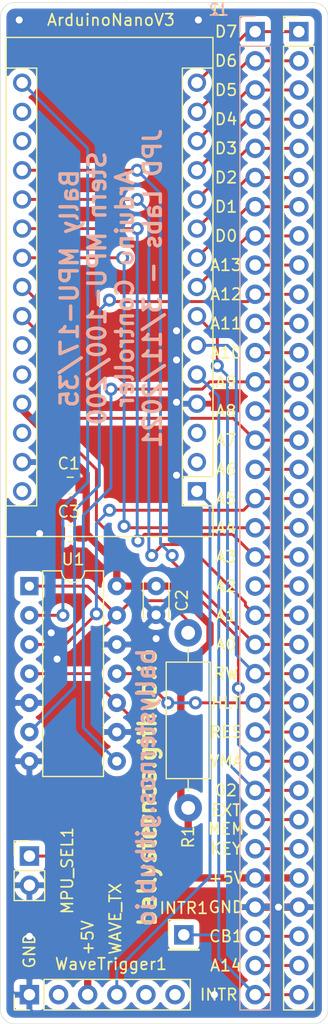
<source format=kicad_pcb>
(kicad_pcb (version 20171130) (host pcbnew "(5.1.6)-1")

  (general
    (thickness 1.6)
    (drawings 48)
    (tracks 219)
    (zones 0)
    (modules 11)
    (nets 49)
  )

  (page A4)
  (layers
    (0 F.Cu signal)
    (31 B.Cu signal)
    (32 B.Adhes user)
    (33 F.Adhes user)
    (34 B.Paste user)
    (35 F.Paste user)
    (36 B.SilkS user)
    (37 F.SilkS user)
    (38 B.Mask user)
    (39 F.Mask user)
    (40 Dwgs.User user)
    (41 Cmts.User user)
    (42 Eco1.User user)
    (43 Eco2.User user)
    (44 Edge.Cuts user)
    (45 Margin user)
    (46 B.CrtYd user)
    (47 F.CrtYd user)
    (48 B.Fab user hide)
    (49 F.Fab user hide)
  )

  (setup
    (last_trace_width 0.254)
    (trace_clearance 0.254)
    (zone_clearance 0.508)
    (zone_45_only no)
    (trace_min 0.2)
    (via_size 1.143)
    (via_drill 0.6096)
    (via_min_size 0.4)
    (via_min_drill 0.3)
    (uvia_size 0.3)
    (uvia_drill 0.1)
    (uvias_allowed no)
    (uvia_min_size 0.2)
    (uvia_min_drill 0.1)
    (edge_width 0.05)
    (segment_width 0.2)
    (pcb_text_width 0.3)
    (pcb_text_size 1.5 1.5)
    (mod_edge_width 0.12)
    (mod_text_size 1 1)
    (mod_text_width 0.15)
    (pad_size 1.524 1.524)
    (pad_drill 0.762)
    (pad_to_mask_clearance 0.05)
    (aux_axis_origin 0 0)
    (visible_elements 7FFFFFFF)
    (pcbplotparams
      (layerselection 0x010fc_ffffffff)
      (usegerberextensions false)
      (usegerberattributes true)
      (usegerberadvancedattributes true)
      (creategerberjobfile true)
      (excludeedgelayer true)
      (linewidth 0.100000)
      (plotframeref false)
      (viasonmask false)
      (mode 1)
      (useauxorigin false)
      (hpglpennumber 1)
      (hpglpenspeed 20)
      (hpglpendiameter 15.000000)
      (psnegative false)
      (psa4output false)
      (plotreference true)
      (plotvalue true)
      (plotinvisibletext false)
      (padsonsilk false)
      (subtractmaskfromsilk false)
      (outputformat 1)
      (mirror false)
      (drillshape 1)
      (scaleselection 1)
      (outputdirectory ""))
  )

  (net 0 "")
  (net 1 /MPU_CTRL)
  (net 2 /D7)
  (net 3 /D6)
  (net 4 GND)
  (net 5 /D5)
  (net 6 /D4)
  (net 7 +5V)
  (net 8 /D3)
  (net 9 /D2)
  (net 10 /D1)
  (net 11 /VMA)
  (net 12 /D0)
  (net 13 /A7)
  (net 14 /A4)
  (net 15 /R_W)
  (net 16 /A3)
  (net 17 /INTR)
  (net 18 /A1)
  (net 19 /A0)
  (net 20 /A14)
  (net 21 /CB1)
  (net 22 /KEY)
  (net 23 /EXT_MEM)
  (net 24 /02)
  (net 25 /~RES)
  (net 26 /~HLT)
  (net 27 /A2)
  (net 28 /A5)
  (net 29 /A6)
  (net 30 /A8)
  (net 31 /A9)
  (net 32 /A10)
  (net 33 /A11)
  (net 34 /A12)
  (net 35 /A13)
  (net 36 /MPU_SEL)
  (net 37 /WAVE_TX)
  (net 38 "Net-(ArduinoNanoV3-Pad30)")
  (net 39 "Net-(ArduinoNanoV3-Pad28)")
  (net 40 "Net-(ArduinoNanoV3-Pad26)")
  (net 41 "Net-(ArduinoNanoV3-Pad25)")
  (net 42 "Net-(ArduinoNanoV3-Pad3)")
  (net 43 "Net-(ArduinoNanoV3-Pad18)")
  (net 44 "Net-(ArduinoNanoV3-Pad2)")
  (net 45 "Net-(ArduinoNanoV3-Pad17)")
  (net 46 "Net-(WaveTrigger1-Pad6)")
  (net 47 "Net-(WaveTrigger1-Pad5)")
  (net 48 "Net-(WaveTrigger1-Pad2)")

  (net_class Default "This is the default net class."
    (clearance 0.254)
    (trace_width 0.254)
    (via_dia 1.143)
    (via_drill 0.6096)
    (uvia_dia 0.3)
    (uvia_drill 0.1)
    (add_net /02)
    (add_net /A0)
    (add_net /A1)
    (add_net /A10)
    (add_net /A11)
    (add_net /A12)
    (add_net /A13)
    (add_net /A14)
    (add_net /A2)
    (add_net /A3)
    (add_net /A4)
    (add_net /A5)
    (add_net /A6)
    (add_net /A7)
    (add_net /A8)
    (add_net /A9)
    (add_net /CB1)
    (add_net /D0)
    (add_net /D1)
    (add_net /D2)
    (add_net /D3)
    (add_net /D4)
    (add_net /D5)
    (add_net /D6)
    (add_net /D7)
    (add_net /EXT_MEM)
    (add_net /INTR)
    (add_net /KEY)
    (add_net /MPU_CTRL)
    (add_net /MPU_SEL)
    (add_net /R_W)
    (add_net /VMA)
    (add_net /WAVE_TX)
    (add_net /~HLT)
    (add_net /~RES)
    (add_net "Net-(ArduinoNanoV3-Pad17)")
    (add_net "Net-(ArduinoNanoV3-Pad18)")
    (add_net "Net-(ArduinoNanoV3-Pad2)")
    (add_net "Net-(ArduinoNanoV3-Pad25)")
    (add_net "Net-(ArduinoNanoV3-Pad26)")
    (add_net "Net-(ArduinoNanoV3-Pad28)")
    (add_net "Net-(ArduinoNanoV3-Pad3)")
    (add_net "Net-(ArduinoNanoV3-Pad30)")
    (add_net "Net-(WaveTrigger1-Pad2)")
    (add_net "Net-(WaveTrigger1-Pad5)")
    (add_net "Net-(WaveTrigger1-Pad6)")
  )

  (net_class Power ""
    (clearance 0.254)
    (trace_width 0.635)
    (via_dia 1.524)
    (via_drill 0.889)
    (uvia_dia 0.3)
    (uvia_drill 0.1)
    (add_net +5V)
    (add_net GND)
  )

  (module Connector_PinHeader_2.54mm:PinHeader_1x01_P2.54mm_Vertical (layer F.Cu) (tedit 59FED5CC) (tstamp 604AE9E0)
    (at 37.592 107.188)
    (descr "Through hole straight pin header, 1x01, 2.54mm pitch, single row")
    (tags "Through hole pin header THT 1x01 2.54mm single row")
    (path /6054B959)
    (fp_text reference INTR1 (at 0 -2.33) (layer F.SilkS)
      (effects (font (size 1 1) (thickness 0.15)))
    )
    (fp_text value INTR (at 0 2.33) (layer F.Fab)
      (effects (font (size 1 1) (thickness 0.15)))
    )
    (fp_text user %R (at 0 0 90) (layer F.Fab)
      (effects (font (size 1 1) (thickness 0.15)))
    )
    (fp_line (start -0.635 -1.27) (end 1.27 -1.27) (layer F.Fab) (width 0.1))
    (fp_line (start 1.27 -1.27) (end 1.27 1.27) (layer F.Fab) (width 0.1))
    (fp_line (start 1.27 1.27) (end -1.27 1.27) (layer F.Fab) (width 0.1))
    (fp_line (start -1.27 1.27) (end -1.27 -0.635) (layer F.Fab) (width 0.1))
    (fp_line (start -1.27 -0.635) (end -0.635 -1.27) (layer F.Fab) (width 0.1))
    (fp_line (start -1.33 1.33) (end 1.33 1.33) (layer F.SilkS) (width 0.12))
    (fp_line (start -1.33 1.27) (end -1.33 1.33) (layer F.SilkS) (width 0.12))
    (fp_line (start 1.33 1.27) (end 1.33 1.33) (layer F.SilkS) (width 0.12))
    (fp_line (start -1.33 1.27) (end 1.33 1.27) (layer F.SilkS) (width 0.12))
    (fp_line (start -1.33 0) (end -1.33 -1.33) (layer F.SilkS) (width 0.12))
    (fp_line (start -1.33 -1.33) (end 0 -1.33) (layer F.SilkS) (width 0.12))
    (fp_line (start -1.8 -1.8) (end -1.8 1.8) (layer F.CrtYd) (width 0.05))
    (fp_line (start -1.8 1.8) (end 1.8 1.8) (layer F.CrtYd) (width 0.05))
    (fp_line (start 1.8 1.8) (end 1.8 -1.8) (layer F.CrtYd) (width 0.05))
    (fp_line (start 1.8 -1.8) (end -1.8 -1.8) (layer F.CrtYd) (width 0.05))
    (pad 1 thru_hole rect (at 0 0) (size 1.7 1.7) (drill 1) (layers *.Cu *.Mask)
      (net 17 /INTR))
    (model ${KISYS3DMOD}/Connector_PinHeader_2.54mm.3dshapes/PinHeader_1x01_P2.54mm_Vertical.wrl
      (at (xyz 0 0 0))
      (scale (xyz 1 1 1))
      (rotate (xyz 0 0 0))
    )
  )

  (module Capacitor_SMD:C_0805_2012Metric_Pad1.15x1.40mm_HandSolder (layer F.Cu) (tedit 5B36C52B) (tstamp 604AA8D1)
    (at 27.686 72.263 180)
    (descr "Capacitor SMD 0805 (2012 Metric), square (rectangular) end terminal, IPC_7351 nominal with elongated pad for handsoldering. (Body size source: https://docs.google.com/spreadsheets/d/1BsfQQcO9C6DZCsRaXUlFlo91Tg2WpOkGARC1WS5S8t0/edit?usp=sharing), generated with kicad-footprint-generator")
    (tags "capacitor handsolder")
    (path /604B0664)
    (attr smd)
    (fp_text reference C3 (at 0.127 1.905) (layer F.SilkS)
      (effects (font (size 1 1) (thickness 0.15)))
    )
    (fp_text value "10 uF" (at 0 1.65) (layer F.Fab)
      (effects (font (size 1 1) (thickness 0.15)))
    )
    (fp_text user %R (at 0 0) (layer F.Fab)
      (effects (font (size 0.5 0.5) (thickness 0.08)))
    )
    (fp_line (start -1 0.6) (end -1 -0.6) (layer F.Fab) (width 0.1))
    (fp_line (start -1 -0.6) (end 1 -0.6) (layer F.Fab) (width 0.1))
    (fp_line (start 1 -0.6) (end 1 0.6) (layer F.Fab) (width 0.1))
    (fp_line (start 1 0.6) (end -1 0.6) (layer F.Fab) (width 0.1))
    (fp_line (start -0.261252 -0.71) (end 0.261252 -0.71) (layer F.SilkS) (width 0.12))
    (fp_line (start -0.261252 0.71) (end 0.261252 0.71) (layer F.SilkS) (width 0.12))
    (fp_line (start -1.85 0.95) (end -1.85 -0.95) (layer F.CrtYd) (width 0.05))
    (fp_line (start -1.85 -0.95) (end 1.85 -0.95) (layer F.CrtYd) (width 0.05))
    (fp_line (start 1.85 -0.95) (end 1.85 0.95) (layer F.CrtYd) (width 0.05))
    (fp_line (start 1.85 0.95) (end -1.85 0.95) (layer F.CrtYd) (width 0.05))
    (pad 2 smd roundrect (at 1.025 0 180) (size 1.15 1.4) (layers F.Cu F.Paste F.Mask) (roundrect_rratio 0.217391)
      (net 4 GND))
    (pad 1 smd roundrect (at -1.025 0 180) (size 1.15 1.4) (layers F.Cu F.Paste F.Mask) (roundrect_rratio 0.217391)
      (net 7 +5V))
    (model ${KISYS3DMOD}/Capacitor_SMD.3dshapes/C_0805_2012Metric.wrl
      (at (xyz 0 0 0))
      (scale (xyz 1 1 1))
      (rotate (xyz 0 0 0))
    )
  )

  (module Capacitor_THT:C_Disc_D3.0mm_W2.0mm_P2.50mm (layer F.Cu) (tedit 5AE50EF0) (tstamp 604AB4AD)
    (at 35.179 76.835 270)
    (descr "C, Disc series, Radial, pin pitch=2.50mm, , diameter*width=3*2mm^2, Capacitor")
    (tags "C Disc series Radial pin pitch 2.50mm  diameter 3mm width 2mm Capacitor")
    (path /604ACE7A)
    (fp_text reference C2 (at 1.25 -2.25 90) (layer F.SilkS)
      (effects (font (size 1 1) (thickness 0.15)))
    )
    (fp_text value "0.1 uF" (at 1.25 2.25 90) (layer F.Fab)
      (effects (font (size 1 1) (thickness 0.15)))
    )
    (fp_text user %R (at 1.25 0 90) (layer F.Fab)
      (effects (font (size 0.6 0.6) (thickness 0.09)))
    )
    (fp_line (start -0.25 -1) (end -0.25 1) (layer F.Fab) (width 0.1))
    (fp_line (start -0.25 1) (end 2.75 1) (layer F.Fab) (width 0.1))
    (fp_line (start 2.75 1) (end 2.75 -1) (layer F.Fab) (width 0.1))
    (fp_line (start 2.75 -1) (end -0.25 -1) (layer F.Fab) (width 0.1))
    (fp_line (start -0.37 -1.12) (end 2.87 -1.12) (layer F.SilkS) (width 0.12))
    (fp_line (start -0.37 1.12) (end 2.87 1.12) (layer F.SilkS) (width 0.12))
    (fp_line (start -0.37 -1.12) (end -0.37 -1.055) (layer F.SilkS) (width 0.12))
    (fp_line (start -0.37 1.055) (end -0.37 1.12) (layer F.SilkS) (width 0.12))
    (fp_line (start 2.87 -1.12) (end 2.87 -1.055) (layer F.SilkS) (width 0.12))
    (fp_line (start 2.87 1.055) (end 2.87 1.12) (layer F.SilkS) (width 0.12))
    (fp_line (start -1.05 -1.25) (end -1.05 1.25) (layer F.CrtYd) (width 0.05))
    (fp_line (start -1.05 1.25) (end 3.55 1.25) (layer F.CrtYd) (width 0.05))
    (fp_line (start 3.55 1.25) (end 3.55 -1.25) (layer F.CrtYd) (width 0.05))
    (fp_line (start 3.55 -1.25) (end -1.05 -1.25) (layer F.CrtYd) (width 0.05))
    (pad 2 thru_hole circle (at 2.5 0 270) (size 1.6 1.6) (drill 0.8) (layers *.Cu *.Mask)
      (net 4 GND))
    (pad 1 thru_hole circle (at 0 0 270) (size 1.6 1.6) (drill 0.8) (layers *.Cu *.Mask)
      (net 7 +5V))
    (model ${KISYS3DMOD}/Capacitor_THT.3dshapes/C_Disc_D3.0mm_W2.0mm_P2.50mm.wrl
      (at (xyz 0 0 0))
      (scale (xyz 1 1 1))
      (rotate (xyz 0 0 0))
    )
  )

  (module Capacitor_SMD:C_0805_2012Metric_Pad1.15x1.40mm_HandSolder (layer F.Cu) (tedit 5B36C52B) (tstamp 604AA8AB)
    (at 27.686 68.072 180)
    (descr "Capacitor SMD 0805 (2012 Metric), square (rectangular) end terminal, IPC_7351 nominal with elongated pad for handsoldering. (Body size source: https://docs.google.com/spreadsheets/d/1BsfQQcO9C6DZCsRaXUlFlo91Tg2WpOkGARC1WS5S8t0/edit?usp=sharing), generated with kicad-footprint-generator")
    (tags "capacitor handsolder")
    (path /604C1869)
    (attr smd)
    (fp_text reference C1 (at 0.127 1.905) (layer F.SilkS)
      (effects (font (size 1 1) (thickness 0.15)))
    )
    (fp_text value "0.1 uF" (at 0 1.65) (layer F.Fab)
      (effects (font (size 1 1) (thickness 0.15)))
    )
    (fp_text user %R (at 0 0) (layer F.Fab)
      (effects (font (size 0.5 0.5) (thickness 0.08)))
    )
    (fp_line (start -1 0.6) (end -1 -0.6) (layer F.Fab) (width 0.1))
    (fp_line (start -1 -0.6) (end 1 -0.6) (layer F.Fab) (width 0.1))
    (fp_line (start 1 -0.6) (end 1 0.6) (layer F.Fab) (width 0.1))
    (fp_line (start 1 0.6) (end -1 0.6) (layer F.Fab) (width 0.1))
    (fp_line (start -0.261252 -0.71) (end 0.261252 -0.71) (layer F.SilkS) (width 0.12))
    (fp_line (start -0.261252 0.71) (end 0.261252 0.71) (layer F.SilkS) (width 0.12))
    (fp_line (start -1.85 0.95) (end -1.85 -0.95) (layer F.CrtYd) (width 0.05))
    (fp_line (start -1.85 -0.95) (end 1.85 -0.95) (layer F.CrtYd) (width 0.05))
    (fp_line (start 1.85 -0.95) (end 1.85 0.95) (layer F.CrtYd) (width 0.05))
    (fp_line (start 1.85 0.95) (end -1.85 0.95) (layer F.CrtYd) (width 0.05))
    (pad 2 smd roundrect (at 1.025 0 180) (size 1.15 1.4) (layers F.Cu F.Paste F.Mask) (roundrect_rratio 0.217391)
      (net 4 GND))
    (pad 1 smd roundrect (at -1.025 0 180) (size 1.15 1.4) (layers F.Cu F.Paste F.Mask) (roundrect_rratio 0.217391)
      (net 7 +5V))
    (model ${KISYS3DMOD}/Capacitor_SMD.3dshapes/C_0805_2012Metric.wrl
      (at (xyz 0 0 0))
      (scale (xyz 1 1 1))
      (rotate (xyz 0 0 0))
    )
  )

  (module Connector_PinHeader_2.54mm:PinHeader_1x06_P2.54mm_Vertical (layer F.Cu) (tedit 59FED5CC) (tstamp 60480360)
    (at 24.13 112.395 90)
    (descr "Through hole straight pin header, 1x06, 2.54mm pitch, single row")
    (tags "Through hole pin header THT 1x06 2.54mm single row")
    (path /60558EFD)
    (fp_text reference WaveTrigger1 (at 2.667 7.112) (layer F.SilkS)
      (effects (font (size 1 1) (thickness 0.15)))
    )
    (fp_text value Conn_01x06_Male (at 0 15.03 90) (layer F.Fab)
      (effects (font (size 1 1) (thickness 0.15)))
    )
    (fp_line (start -0.635 -1.27) (end 1.27 -1.27) (layer F.Fab) (width 0.1))
    (fp_line (start 1.27 -1.27) (end 1.27 13.97) (layer F.Fab) (width 0.1))
    (fp_line (start 1.27 13.97) (end -1.27 13.97) (layer F.Fab) (width 0.1))
    (fp_line (start -1.27 13.97) (end -1.27 -0.635) (layer F.Fab) (width 0.1))
    (fp_line (start -1.27 -0.635) (end -0.635 -1.27) (layer F.Fab) (width 0.1))
    (fp_line (start -1.33 14.03) (end 1.33 14.03) (layer F.SilkS) (width 0.12))
    (fp_line (start -1.33 1.27) (end -1.33 14.03) (layer F.SilkS) (width 0.12))
    (fp_line (start 1.33 1.27) (end 1.33 14.03) (layer F.SilkS) (width 0.12))
    (fp_line (start -1.33 1.27) (end 1.33 1.27) (layer F.SilkS) (width 0.12))
    (fp_line (start -1.33 0) (end -1.33 -1.33) (layer F.SilkS) (width 0.12))
    (fp_line (start -1.33 -1.33) (end 0 -1.33) (layer F.SilkS) (width 0.12))
    (fp_line (start -1.8 -1.8) (end -1.8 14.5) (layer F.CrtYd) (width 0.05))
    (fp_line (start -1.8 14.5) (end 1.8 14.5) (layer F.CrtYd) (width 0.05))
    (fp_line (start 1.8 14.5) (end 1.8 -1.8) (layer F.CrtYd) (width 0.05))
    (fp_line (start 1.8 -1.8) (end -1.8 -1.8) (layer F.CrtYd) (width 0.05))
    (fp_text user %R (at 0 6.35) (layer F.Fab)
      (effects (font (size 1 1) (thickness 0.15)))
    )
    (pad 6 thru_hole oval (at 0 12.7 90) (size 1.7 1.7) (drill 1) (layers *.Cu *.Mask)
      (net 46 "Net-(WaveTrigger1-Pad6)"))
    (pad 5 thru_hole oval (at 0 10.16 90) (size 1.7 1.7) (drill 1) (layers *.Cu *.Mask)
      (net 47 "Net-(WaveTrigger1-Pad5)"))
    (pad 4 thru_hole oval (at 0 7.62 90) (size 1.7 1.7) (drill 1) (layers *.Cu *.Mask)
      (net 37 /WAVE_TX))
    (pad 3 thru_hole oval (at 0 5.08 90) (size 1.7 1.7) (drill 1) (layers *.Cu *.Mask)
      (net 7 +5V))
    (pad 2 thru_hole oval (at 0 2.54 90) (size 1.7 1.7) (drill 1) (layers *.Cu *.Mask)
      (net 48 "Net-(WaveTrigger1-Pad2)"))
    (pad 1 thru_hole rect (at 0 0 90) (size 1.7 1.7) (drill 1) (layers *.Cu *.Mask)
      (net 4 GND))
    (model ${KISYS3DMOD}/Connector_PinHeader_2.54mm.3dshapes/PinHeader_1x06_P2.54mm_Vertical.wrl
      (at (xyz 0 0 0))
      (scale (xyz 1 1 1))
      (rotate (xyz 0 0 0))
    )
  )

  (module Package_DIP:DIP-14_W7.62mm (layer F.Cu) (tedit 5A02E8C5) (tstamp 6048054A)
    (at 24.13 76.835)
    (descr "14-lead though-hole mounted DIP package, row spacing 7.62 mm (300 mils)")
    (tags "THT DIP DIL PDIP 2.54mm 7.62mm 300mil")
    (path /604D9B86)
    (fp_text reference U1 (at 3.81 -2.33) (layer F.SilkS)
      (effects (font (size 1 1) (thickness 0.15)))
    )
    (fp_text value 74125 (at 3.81 17.57) (layer F.Fab)
      (effects (font (size 1 1) (thickness 0.15)))
    )
    (fp_line (start 1.635 -1.27) (end 6.985 -1.27) (layer F.Fab) (width 0.1))
    (fp_line (start 6.985 -1.27) (end 6.985 16.51) (layer F.Fab) (width 0.1))
    (fp_line (start 6.985 16.51) (end 0.635 16.51) (layer F.Fab) (width 0.1))
    (fp_line (start 0.635 16.51) (end 0.635 -0.27) (layer F.Fab) (width 0.1))
    (fp_line (start 0.635 -0.27) (end 1.635 -1.27) (layer F.Fab) (width 0.1))
    (fp_line (start 2.81 -1.33) (end 1.16 -1.33) (layer F.SilkS) (width 0.12))
    (fp_line (start 1.16 -1.33) (end 1.16 16.57) (layer F.SilkS) (width 0.12))
    (fp_line (start 1.16 16.57) (end 6.46 16.57) (layer F.SilkS) (width 0.12))
    (fp_line (start 6.46 16.57) (end 6.46 -1.33) (layer F.SilkS) (width 0.12))
    (fp_line (start 6.46 -1.33) (end 4.81 -1.33) (layer F.SilkS) (width 0.12))
    (fp_line (start -1.1 -1.55) (end -1.1 16.8) (layer F.CrtYd) (width 0.05))
    (fp_line (start -1.1 16.8) (end 8.7 16.8) (layer F.CrtYd) (width 0.05))
    (fp_line (start 8.7 16.8) (end 8.7 -1.55) (layer F.CrtYd) (width 0.05))
    (fp_line (start 8.7 -1.55) (end -1.1 -1.55) (layer F.CrtYd) (width 0.05))
    (fp_text user %R (at 3.81 7.62) (layer F.Fab)
      (effects (font (size 1 1) (thickness 0.15)))
    )
    (fp_arc (start 3.81 -1.33) (end 2.81 -1.33) (angle -180) (layer F.SilkS) (width 0.12))
    (pad 14 thru_hole oval (at 7.62 0) (size 1.6 1.6) (drill 0.8) (layers *.Cu *.Mask)
      (net 7 +5V))
    (pad 7 thru_hole oval (at 0 15.24) (size 1.6 1.6) (drill 0.8) (layers *.Cu *.Mask)
      (net 4 GND))
    (pad 13 thru_hole oval (at 7.62 2.54) (size 1.6 1.6) (drill 0.8) (layers *.Cu *.Mask)
      (net 36 /MPU_SEL))
    (pad 6 thru_hole oval (at 0 12.7) (size 1.6 1.6) (drill 0.8) (layers *.Cu *.Mask)
      (net 34 /A12))
    (pad 12 thru_hole oval (at 7.62 5.08) (size 1.6 1.6) (drill 0.8) (layers *.Cu *.Mask)
      (net 4 GND))
    (pad 5 thru_hole oval (at 0 10.16) (size 1.6 1.6) (drill 0.8) (layers *.Cu *.Mask)
      (net 4 GND))
    (pad 11 thru_hole oval (at 7.62 7.62) (size 1.6 1.6) (drill 0.8) (layers *.Cu *.Mask)
      (net 26 /~HLT))
    (pad 4 thru_hole oval (at 0 7.62) (size 1.6 1.6) (drill 0.8) (layers *.Cu *.Mask)
      (net 36 /MPU_SEL))
    (pad 10 thru_hole oval (at 7.62 10.16) (size 1.6 1.6) (drill 0.8) (layers *.Cu *.Mask)
      (net 36 /MPU_SEL))
    (pad 3 thru_hole oval (at 0 5.08) (size 1.6 1.6) (drill 0.8) (layers *.Cu *.Mask)
      (net 28 /A5))
    (pad 9 thru_hole oval (at 7.62 12.7) (size 1.6 1.6) (drill 0.8) (layers *.Cu *.Mask)
      (net 4 GND))
    (pad 2 thru_hole oval (at 0 2.54) (size 1.6 1.6) (drill 0.8) (layers *.Cu *.Mask)
      (net 1 /MPU_CTRL))
    (pad 8 thru_hole oval (at 7.62 15.24) (size 1.6 1.6) (drill 0.8) (layers *.Cu *.Mask)
      (net 31 /A9))
    (pad 1 thru_hole rect (at 0 0) (size 1.6 1.6) (drill 0.8) (layers *.Cu *.Mask)
      (net 36 /MPU_SEL))
    (model ${KISYS3DMOD}/Package_DIP.3dshapes/DIP-14_W7.62mm.wrl
      (at (xyz 0 0 0))
      (scale (xyz 1 1 1))
      (rotate (xyz 0 0 0))
    )
  )

  (module Resistor_THT:R_Axial_DIN0411_L9.9mm_D3.6mm_P15.24mm_Horizontal (layer F.Cu) (tedit 5AE5139B) (tstamp 60480B79)
    (at 37.973 96.139 90)
    (descr "Resistor, Axial_DIN0411 series, Axial, Horizontal, pin pitch=15.24mm, 1W, length*diameter=9.9*3.6mm^2")
    (tags "Resistor Axial_DIN0411 series Axial Horizontal pin pitch 15.24mm 1W length 9.9mm diameter 3.6mm")
    (path /60537C41)
    (fp_text reference R1 (at -2.54 0 90) (layer F.SilkS)
      (effects (font (size 1 1) (thickness 0.15)))
    )
    (fp_text value 10K (at 7.62 2.92 90) (layer F.Fab)
      (effects (font (size 1 1) (thickness 0.15)))
    )
    (fp_line (start 2.67 -1.8) (end 2.67 1.8) (layer F.Fab) (width 0.1))
    (fp_line (start 2.67 1.8) (end 12.57 1.8) (layer F.Fab) (width 0.1))
    (fp_line (start 12.57 1.8) (end 12.57 -1.8) (layer F.Fab) (width 0.1))
    (fp_line (start 12.57 -1.8) (end 2.67 -1.8) (layer F.Fab) (width 0.1))
    (fp_line (start 0 0) (end 2.67 0) (layer F.Fab) (width 0.1))
    (fp_line (start 15.24 0) (end 12.57 0) (layer F.Fab) (width 0.1))
    (fp_line (start 2.55 -1.92) (end 2.55 1.92) (layer F.SilkS) (width 0.12))
    (fp_line (start 2.55 1.92) (end 12.69 1.92) (layer F.SilkS) (width 0.12))
    (fp_line (start 12.69 1.92) (end 12.69 -1.92) (layer F.SilkS) (width 0.12))
    (fp_line (start 12.69 -1.92) (end 2.55 -1.92) (layer F.SilkS) (width 0.12))
    (fp_line (start 1.44 0) (end 2.55 0) (layer F.SilkS) (width 0.12))
    (fp_line (start 13.8 0) (end 12.69 0) (layer F.SilkS) (width 0.12))
    (fp_line (start -1.45 -2.05) (end -1.45 2.05) (layer F.CrtYd) (width 0.05))
    (fp_line (start -1.45 2.05) (end 16.69 2.05) (layer F.CrtYd) (width 0.05))
    (fp_line (start 16.69 2.05) (end 16.69 -2.05) (layer F.CrtYd) (width 0.05))
    (fp_line (start 16.69 -2.05) (end -1.45 -2.05) (layer F.CrtYd) (width 0.05))
    (fp_text user %R (at 7.62 0 90) (layer F.Fab)
      (effects (font (size 1 1) (thickness 0.15)))
    )
    (pad 2 thru_hole oval (at 15.24 0 90) (size 2.4 2.4) (drill 1.2) (layers *.Cu *.Mask)
      (net 36 /MPU_SEL))
    (pad 1 thru_hole circle (at 0 0 90) (size 2.4 2.4) (drill 1.2) (layers *.Cu *.Mask)
      (net 7 +5V))
    (model ${KISYS3DMOD}/Resistor_THT.3dshapes/R_Axial_DIN0411_L9.9mm_D3.6mm_P15.24mm_Horizontal.wrl
      (at (xyz 0 0 0))
      (scale (xyz 1 1 1))
      (rotate (xyz 0 0 0))
    )
  )

  (module Connector_PinHeader_2.54mm:PinHeader_1x02_P2.54mm_Vertical (layer F.Cu) (tedit 59FED5CC) (tstamp 604804A6)
    (at 24.13 100.33)
    (descr "Through hole straight pin header, 1x02, 2.54mm pitch, single row")
    (tags "Through hole pin header THT 1x02 2.54mm single row")
    (path /60538B38)
    (fp_text reference MPU_SEL1 (at 3.302 1.27 270) (layer F.SilkS)
      (effects (font (size 1 1) (thickness 0.15)))
    )
    (fp_text value Conn_01x02_Male (at 0 4.87) (layer F.Fab)
      (effects (font (size 1 1) (thickness 0.15)))
    )
    (fp_line (start -0.635 -1.27) (end 1.27 -1.27) (layer F.Fab) (width 0.1))
    (fp_line (start 1.27 -1.27) (end 1.27 3.81) (layer F.Fab) (width 0.1))
    (fp_line (start 1.27 3.81) (end -1.27 3.81) (layer F.Fab) (width 0.1))
    (fp_line (start -1.27 3.81) (end -1.27 -0.635) (layer F.Fab) (width 0.1))
    (fp_line (start -1.27 -0.635) (end -0.635 -1.27) (layer F.Fab) (width 0.1))
    (fp_line (start -1.33 3.87) (end 1.33 3.87) (layer F.SilkS) (width 0.12))
    (fp_line (start -1.33 1.27) (end -1.33 3.87) (layer F.SilkS) (width 0.12))
    (fp_line (start 1.33 1.27) (end 1.33 3.87) (layer F.SilkS) (width 0.12))
    (fp_line (start -1.33 1.27) (end 1.33 1.27) (layer F.SilkS) (width 0.12))
    (fp_line (start -1.33 0) (end -1.33 -1.33) (layer F.SilkS) (width 0.12))
    (fp_line (start -1.33 -1.33) (end 0 -1.33) (layer F.SilkS) (width 0.12))
    (fp_line (start -1.8 -1.8) (end -1.8 4.35) (layer F.CrtYd) (width 0.05))
    (fp_line (start -1.8 4.35) (end 1.8 4.35) (layer F.CrtYd) (width 0.05))
    (fp_line (start 1.8 4.35) (end 1.8 -1.8) (layer F.CrtYd) (width 0.05))
    (fp_line (start 1.8 -1.8) (end -1.8 -1.8) (layer F.CrtYd) (width 0.05))
    (fp_text user %R (at 0 1.27 90) (layer F.Fab)
      (effects (font (size 1 1) (thickness 0.15)))
    )
    (pad 2 thru_hole oval (at 0 2.54) (size 1.7 1.7) (drill 1) (layers *.Cu *.Mask)
      (net 4 GND))
    (pad 1 thru_hole rect (at 0 0) (size 1.7 1.7) (drill 1) (layers *.Cu *.Mask)
      (net 36 /MPU_SEL))
    (model ${KISYS3DMOD}/Connector_PinHeader_2.54mm.3dshapes/PinHeader_1x02_P2.54mm_Vertical.wrl
      (at (xyz 0 0 0))
      (scale (xyz 1 1 1))
      (rotate (xyz 0 0 0))
    )
  )

  (module Connector_PinSocket_2.54mm:PinSocket_1x34_P2.54mm_Vertical (layer B.Cu) (tedit 5A19A426) (tstamp 6047ECEC)
    (at 43.815 28.575 180)
    (descr "Through hole straight socket strip, 1x34, 2.54mm pitch, single row (from Kicad 4.0.7), script generated")
    (tags "Through hole socket strip THT 1x34 2.54mm single row")
    (path /60477AC5)
    (fp_text reference J2 (at 3.175 1.905) (layer B.SilkS)
      (effects (font (size 1 1) (thickness 0.15)) (justify mirror))
    )
    (fp_text value Conn_01x34_Female (at -0.635 -87.63) (layer B.Fab)
      (effects (font (size 1 1) (thickness 0.15)) (justify mirror))
    )
    (fp_line (start -1.27 1.27) (end 0.635 1.27) (layer B.Fab) (width 0.1))
    (fp_line (start 0.635 1.27) (end 1.27 0.635) (layer B.Fab) (width 0.1))
    (fp_line (start 1.27 0.635) (end 1.27 -85.09) (layer B.Fab) (width 0.1))
    (fp_line (start 1.27 -85.09) (end -1.27 -85.09) (layer B.Fab) (width 0.1))
    (fp_line (start -1.27 -85.09) (end -1.27 1.27) (layer B.Fab) (width 0.1))
    (fp_line (start -1.33 -1.27) (end 1.33 -1.27) (layer B.SilkS) (width 0.12))
    (fp_line (start -1.33 -1.27) (end -1.33 -85.15) (layer B.SilkS) (width 0.12))
    (fp_line (start -1.33 -85.15) (end 1.33 -85.15) (layer B.SilkS) (width 0.12))
    (fp_line (start 1.33 -1.27) (end 1.33 -85.15) (layer B.SilkS) (width 0.12))
    (fp_line (start 1.33 1.33) (end 1.33 0) (layer B.SilkS) (width 0.12))
    (fp_line (start 0 1.33) (end 1.33 1.33) (layer B.SilkS) (width 0.12))
    (fp_line (start -1.8 1.8) (end 1.75 1.8) (layer B.CrtYd) (width 0.05))
    (fp_line (start 1.75 1.8) (end 1.75 -85.6) (layer B.CrtYd) (width 0.05))
    (fp_line (start 1.75 -85.6) (end -1.8 -85.6) (layer B.CrtYd) (width 0.05))
    (fp_line (start -1.8 -85.6) (end -1.8 1.8) (layer B.CrtYd) (width 0.05))
    (fp_text user %R (at 0 -41.91 270) (layer B.Fab)
      (effects (font (size 1 1) (thickness 0.15)) (justify mirror))
    )
    (pad 34 thru_hole oval (at 0 -83.82 180) (size 1.7 1.7) (drill 1) (layers *.Cu *.Mask)
      (net 17 /INTR))
    (pad 33 thru_hole oval (at 0 -81.28 180) (size 1.7 1.7) (drill 1) (layers *.Cu *.Mask)
      (net 20 /A14))
    (pad 32 thru_hole oval (at 0 -78.74 180) (size 1.7 1.7) (drill 1) (layers *.Cu *.Mask)
      (net 21 /CB1))
    (pad 31 thru_hole oval (at 0 -76.2 180) (size 1.7 1.7) (drill 1) (layers *.Cu *.Mask)
      (net 4 GND))
    (pad 30 thru_hole oval (at 0 -73.66 180) (size 1.7 1.7) (drill 1) (layers *.Cu *.Mask)
      (net 7 +5V))
    (pad 29 thru_hole oval (at 0 -71.12 180) (size 1.7 1.7) (drill 1) (layers *.Cu *.Mask)
      (net 22 /KEY))
    (pad 28 thru_hole oval (at 0 -68.58 180) (size 1.7 1.7) (drill 1) (layers *.Cu *.Mask)
      (net 23 /EXT_MEM))
    (pad 27 thru_hole oval (at 0 -66.04 180) (size 1.7 1.7) (drill 1) (layers *.Cu *.Mask)
      (net 24 /02))
    (pad 26 thru_hole oval (at 0 -63.5 180) (size 1.7 1.7) (drill 1) (layers *.Cu *.Mask)
      (net 11 /VMA))
    (pad 25 thru_hole oval (at 0 -60.96 180) (size 1.7 1.7) (drill 1) (layers *.Cu *.Mask)
      (net 25 /~RES))
    (pad 24 thru_hole oval (at 0 -58.42 180) (size 1.7 1.7) (drill 1) (layers *.Cu *.Mask)
      (net 26 /~HLT))
    (pad 23 thru_hole oval (at 0 -55.88 180) (size 1.7 1.7) (drill 1) (layers *.Cu *.Mask)
      (net 15 /R_W))
    (pad 22 thru_hole oval (at 0 -53.34 180) (size 1.7 1.7) (drill 1) (layers *.Cu *.Mask)
      (net 19 /A0))
    (pad 21 thru_hole oval (at 0 -50.8 180) (size 1.7 1.7) (drill 1) (layers *.Cu *.Mask)
      (net 18 /A1))
    (pad 20 thru_hole oval (at 0 -48.26 180) (size 1.7 1.7) (drill 1) (layers *.Cu *.Mask)
      (net 27 /A2))
    (pad 19 thru_hole oval (at 0 -45.72 180) (size 1.7 1.7) (drill 1) (layers *.Cu *.Mask)
      (net 16 /A3))
    (pad 18 thru_hole oval (at 0 -43.18 180) (size 1.7 1.7) (drill 1) (layers *.Cu *.Mask)
      (net 14 /A4))
    (pad 17 thru_hole oval (at 0 -40.64 180) (size 1.7 1.7) (drill 1) (layers *.Cu *.Mask)
      (net 28 /A5))
    (pad 16 thru_hole oval (at 0 -38.1 180) (size 1.7 1.7) (drill 1) (layers *.Cu *.Mask)
      (net 29 /A6))
    (pad 15 thru_hole oval (at 0 -35.56 180) (size 1.7 1.7) (drill 1) (layers *.Cu *.Mask)
      (net 13 /A7))
    (pad 14 thru_hole oval (at 0 -33.02 180) (size 1.7 1.7) (drill 1) (layers *.Cu *.Mask)
      (net 30 /A8))
    (pad 13 thru_hole oval (at 0 -30.48 180) (size 1.7 1.7) (drill 1) (layers *.Cu *.Mask)
      (net 31 /A9))
    (pad 12 thru_hole oval (at 0 -27.94 180) (size 1.7 1.7) (drill 1) (layers *.Cu *.Mask)
      (net 32 /A10))
    (pad 11 thru_hole oval (at 0 -25.4 180) (size 1.7 1.7) (drill 1) (layers *.Cu *.Mask)
      (net 33 /A11))
    (pad 10 thru_hole oval (at 0 -22.86 180) (size 1.7 1.7) (drill 1) (layers *.Cu *.Mask)
      (net 34 /A12))
    (pad 9 thru_hole oval (at 0 -20.32 180) (size 1.7 1.7) (drill 1) (layers *.Cu *.Mask)
      (net 35 /A13))
    (pad 8 thru_hole oval (at 0 -17.78 180) (size 1.7 1.7) (drill 1) (layers *.Cu *.Mask)
      (net 12 /D0))
    (pad 7 thru_hole oval (at 0 -15.24 180) (size 1.7 1.7) (drill 1) (layers *.Cu *.Mask)
      (net 10 /D1))
    (pad 6 thru_hole oval (at 0 -12.7 180) (size 1.7 1.7) (drill 1) (layers *.Cu *.Mask)
      (net 9 /D2))
    (pad 5 thru_hole oval (at 0 -10.16 180) (size 1.7 1.7) (drill 1) (layers *.Cu *.Mask)
      (net 8 /D3))
    (pad 4 thru_hole oval (at 0 -7.62 180) (size 1.7 1.7) (drill 1) (layers *.Cu *.Mask)
      (net 6 /D4))
    (pad 3 thru_hole oval (at 0 -5.08 180) (size 1.7 1.7) (drill 1) (layers *.Cu *.Mask)
      (net 5 /D5))
    (pad 2 thru_hole oval (at 0 -2.54 180) (size 1.7 1.7) (drill 1) (layers *.Cu *.Mask)
      (net 3 /D6))
    (pad 1 thru_hole rect (at 0 0 180) (size 1.7 1.7) (drill 1) (layers *.Cu *.Mask)
      (net 2 /D7))
    (model ${KISYS3DMOD}/Connector_PinSocket_2.54mm.3dshapes/PinSocket_1x34_P2.54mm_Vertical.wrl
      (at (xyz 0 0 0))
      (scale (xyz 1 1 1))
      (rotate (xyz 0 0 0))
    )
  )

  (module Connector_PinHeader_2.54mm:PinHeader_1x34_P2.54mm_Vertical (layer F.Cu) (tedit 59FED5CC) (tstamp 604ABBEF)
    (at 47.625 28.575)
    (descr "Through hole straight pin header, 1x34, 2.54mm pitch, single row")
    (tags "Through hole pin header THT 1x34 2.54mm single row")
    (path /60479215)
    (fp_text reference J1 (at -6.985 -1.905) (layer F.SilkS)
      (effects (font (size 1 1) (thickness 0.15)))
    )
    (fp_text value Conn_01x34_Male (at -1.905 87.63) (layer F.Fab)
      (effects (font (size 1 1) (thickness 0.15)))
    )
    (fp_line (start -0.635 -1.27) (end 1.27 -1.27) (layer F.Fab) (width 0.1))
    (fp_line (start 1.27 -1.27) (end 1.27 85.09) (layer F.Fab) (width 0.1))
    (fp_line (start 1.27 85.09) (end -1.27 85.09) (layer F.Fab) (width 0.1))
    (fp_line (start -1.27 85.09) (end -1.27 -0.635) (layer F.Fab) (width 0.1))
    (fp_line (start -1.27 -0.635) (end -0.635 -1.27) (layer F.Fab) (width 0.1))
    (fp_line (start -1.33 85.15) (end 1.33 85.15) (layer F.SilkS) (width 0.12))
    (fp_line (start -1.33 1.27) (end -1.33 85.15) (layer F.SilkS) (width 0.12))
    (fp_line (start 1.33 1.27) (end 1.33 85.15) (layer F.SilkS) (width 0.12))
    (fp_line (start -1.33 1.27) (end 1.33 1.27) (layer F.SilkS) (width 0.12))
    (fp_line (start -1.33 0) (end -1.33 -1.33) (layer F.SilkS) (width 0.12))
    (fp_line (start -1.33 -1.33) (end 0 -1.33) (layer F.SilkS) (width 0.12))
    (fp_line (start -1.8 -1.8) (end -1.8 85.6) (layer F.CrtYd) (width 0.05))
    (fp_line (start -1.8 85.6) (end 1.8 85.6) (layer F.CrtYd) (width 0.05))
    (fp_line (start 1.8 85.6) (end 1.8 -1.8) (layer F.CrtYd) (width 0.05))
    (fp_line (start 1.8 -1.8) (end -1.8 -1.8) (layer F.CrtYd) (width 0.05))
    (fp_text user %R (at 0 41.91 90) (layer F.Fab)
      (effects (font (size 1 1) (thickness 0.15)))
    )
    (pad 34 thru_hole oval (at 0 83.82) (size 1.7 1.7) (drill 1) (layers *.Cu *.Mask)
      (net 17 /INTR))
    (pad 33 thru_hole oval (at 0 81.28) (size 1.7 1.7) (drill 1) (layers *.Cu *.Mask)
      (net 20 /A14))
    (pad 32 thru_hole oval (at 0 78.74) (size 1.7 1.7) (drill 1) (layers *.Cu *.Mask)
      (net 21 /CB1))
    (pad 31 thru_hole oval (at 0 76.2) (size 1.7 1.7) (drill 1) (layers *.Cu *.Mask)
      (net 4 GND))
    (pad 30 thru_hole oval (at 0 73.66) (size 1.7 1.7) (drill 1) (layers *.Cu *.Mask)
      (net 7 +5V))
    (pad 29 thru_hole oval (at 0 71.12) (size 1.7 1.7) (drill 1) (layers *.Cu *.Mask)
      (net 22 /KEY))
    (pad 28 thru_hole oval (at 0 68.58) (size 1.7 1.7) (drill 1) (layers *.Cu *.Mask)
      (net 23 /EXT_MEM))
    (pad 27 thru_hole oval (at 0 66.04) (size 1.7 1.7) (drill 1) (layers *.Cu *.Mask)
      (net 24 /02))
    (pad 26 thru_hole oval (at 0 63.5) (size 1.7 1.7) (drill 1) (layers *.Cu *.Mask)
      (net 11 /VMA))
    (pad 25 thru_hole oval (at 0 60.96) (size 1.7 1.7) (drill 1) (layers *.Cu *.Mask)
      (net 25 /~RES))
    (pad 24 thru_hole oval (at 0 58.42) (size 1.7 1.7) (drill 1) (layers *.Cu *.Mask)
      (net 26 /~HLT))
    (pad 23 thru_hole oval (at 0 55.88) (size 1.7 1.7) (drill 1) (layers *.Cu *.Mask)
      (net 15 /R_W))
    (pad 22 thru_hole oval (at 0 53.34) (size 1.7 1.7) (drill 1) (layers *.Cu *.Mask)
      (net 19 /A0))
    (pad 21 thru_hole oval (at 0 50.8) (size 1.7 1.7) (drill 1) (layers *.Cu *.Mask)
      (net 18 /A1))
    (pad 20 thru_hole oval (at 0 48.26) (size 1.7 1.7) (drill 1) (layers *.Cu *.Mask)
      (net 27 /A2))
    (pad 19 thru_hole oval (at 0 45.72) (size 1.7 1.7) (drill 1) (layers *.Cu *.Mask)
      (net 16 /A3))
    (pad 18 thru_hole oval (at 0 43.18) (size 1.7 1.7) (drill 1) (layers *.Cu *.Mask)
      (net 14 /A4))
    (pad 17 thru_hole oval (at 0 40.64) (size 1.7 1.7) (drill 1) (layers *.Cu *.Mask)
      (net 28 /A5))
    (pad 16 thru_hole oval (at 0 38.1) (size 1.7 1.7) (drill 1) (layers *.Cu *.Mask)
      (net 29 /A6))
    (pad 15 thru_hole oval (at 0 35.56) (size 1.7 1.7) (drill 1) (layers *.Cu *.Mask)
      (net 13 /A7))
    (pad 14 thru_hole oval (at 0 33.02) (size 1.7 1.7) (drill 1) (layers *.Cu *.Mask)
      (net 30 /A8))
    (pad 13 thru_hole oval (at 0 30.48) (size 1.7 1.7) (drill 1) (layers *.Cu *.Mask)
      (net 31 /A9))
    (pad 12 thru_hole oval (at 0 27.94) (size 1.7 1.7) (drill 1) (layers *.Cu *.Mask)
      (net 32 /A10))
    (pad 11 thru_hole oval (at 0 25.4) (size 1.7 1.7) (drill 1) (layers *.Cu *.Mask)
      (net 33 /A11))
    (pad 10 thru_hole oval (at 0 22.86) (size 1.7 1.7) (drill 1) (layers *.Cu *.Mask)
      (net 34 /A12))
    (pad 9 thru_hole oval (at 0 20.32) (size 1.7 1.7) (drill 1) (layers *.Cu *.Mask)
      (net 35 /A13))
    (pad 8 thru_hole oval (at 0 17.78) (size 1.7 1.7) (drill 1) (layers *.Cu *.Mask)
      (net 12 /D0))
    (pad 7 thru_hole oval (at 0 15.24) (size 1.7 1.7) (drill 1) (layers *.Cu *.Mask)
      (net 10 /D1))
    (pad 6 thru_hole oval (at 0 12.7) (size 1.7 1.7) (drill 1) (layers *.Cu *.Mask)
      (net 9 /D2))
    (pad 5 thru_hole oval (at 0 10.16) (size 1.7 1.7) (drill 1) (layers *.Cu *.Mask)
      (net 8 /D3))
    (pad 4 thru_hole oval (at 0 7.62) (size 1.7 1.7) (drill 1) (layers *.Cu *.Mask)
      (net 6 /D4))
    (pad 3 thru_hole oval (at 0 5.08) (size 1.7 1.7) (drill 1) (layers *.Cu *.Mask)
      (net 5 /D5))
    (pad 2 thru_hole oval (at 0 2.54) (size 1.7 1.7) (drill 1) (layers *.Cu *.Mask)
      (net 3 /D6))
    (pad 1 thru_hole rect (at 0 0) (size 1.7 1.7) (drill 1) (layers *.Cu *.Mask)
      (net 2 /D7))
    (model ${KISYS3DMOD}/Connector_PinHeader_2.54mm.3dshapes/PinHeader_1x34_P2.54mm_Vertical.wrl
      (at (xyz 0 0 0))
      (scale (xyz 1 1 1))
      (rotate (xyz 0 0 0))
    )
  )

  (module Module:Arduino_Nano (layer F.Cu) (tedit 58ACAF70) (tstamp 6047EC80)
    (at 38.735 68.58 180)
    (descr "Arduino Nano, http://www.mouser.com/pdfdocs/Gravitech_Arduino_Nano3_0.pdf")
    (tags "Arduino Nano")
    (path /604CFA1E)
    (fp_text reference ArduinoNanoV3 (at 7.493 41.021) (layer F.SilkS)
      (effects (font (size 1 1) (thickness 0.15)))
    )
    (fp_text value Arduino_Nano_v3.x (at 8.89 19.05 90) (layer F.Fab)
      (effects (font (size 1 1) (thickness 0.15)))
    )
    (fp_line (start 1.27 1.27) (end 1.27 -1.27) (layer F.SilkS) (width 0.12))
    (fp_line (start 1.27 -1.27) (end -1.4 -1.27) (layer F.SilkS) (width 0.12))
    (fp_line (start -1.4 1.27) (end -1.4 39.5) (layer F.SilkS) (width 0.12))
    (fp_line (start -1.4 -3.94) (end -1.4 -1.27) (layer F.SilkS) (width 0.12))
    (fp_line (start 13.97 -1.27) (end 16.64 -1.27) (layer F.SilkS) (width 0.12))
    (fp_line (start 13.97 -1.27) (end 13.97 36.83) (layer F.SilkS) (width 0.12))
    (fp_line (start 13.97 36.83) (end 16.64 36.83) (layer F.SilkS) (width 0.12))
    (fp_line (start 1.27 1.27) (end -1.4 1.27) (layer F.SilkS) (width 0.12))
    (fp_line (start 1.27 1.27) (end 1.27 36.83) (layer F.SilkS) (width 0.12))
    (fp_line (start 1.27 36.83) (end -1.4 36.83) (layer F.SilkS) (width 0.12))
    (fp_line (start 3.81 31.75) (end 11.43 31.75) (layer F.Fab) (width 0.1))
    (fp_line (start 11.43 31.75) (end 11.43 41.91) (layer F.Fab) (width 0.1))
    (fp_line (start 11.43 41.91) (end 3.81 41.91) (layer F.Fab) (width 0.1))
    (fp_line (start 3.81 41.91) (end 3.81 31.75) (layer F.Fab) (width 0.1))
    (fp_line (start -1.4 39.5) (end 16.64 39.5) (layer F.SilkS) (width 0.12))
    (fp_line (start 16.64 39.5) (end 16.64 -3.94) (layer F.SilkS) (width 0.12))
    (fp_line (start 16.64 -3.94) (end -1.4 -3.94) (layer F.SilkS) (width 0.12))
    (fp_line (start 16.51 39.37) (end -1.27 39.37) (layer F.Fab) (width 0.1))
    (fp_line (start -1.27 39.37) (end -1.27 -2.54) (layer F.Fab) (width 0.1))
    (fp_line (start -1.27 -2.54) (end 0 -3.81) (layer F.Fab) (width 0.1))
    (fp_line (start 0 -3.81) (end 16.51 -3.81) (layer F.Fab) (width 0.1))
    (fp_line (start 16.51 -3.81) (end 16.51 39.37) (layer F.Fab) (width 0.1))
    (fp_line (start -1.53 -4.06) (end 16.75 -4.06) (layer F.CrtYd) (width 0.05))
    (fp_line (start -1.53 -4.06) (end -1.53 42.16) (layer F.CrtYd) (width 0.05))
    (fp_line (start 16.75 42.16) (end 16.75 -4.06) (layer F.CrtYd) (width 0.05))
    (fp_line (start 16.75 42.16) (end -1.53 42.16) (layer F.CrtYd) (width 0.05))
    (fp_text user %R (at 6.35 19.05 90) (layer F.Fab)
      (effects (font (size 1 1) (thickness 0.15)))
    )
    (pad 16 thru_hole oval (at 15.24 35.56 180) (size 1.6 1.6) (drill 1) (layers *.Cu *.Mask)
      (net 1 /MPU_CTRL))
    (pad 15 thru_hole oval (at 0 35.56 180) (size 1.6 1.6) (drill 1) (layers *.Cu *.Mask)
      (net 2 /D7))
    (pad 30 thru_hole oval (at 15.24 0 180) (size 1.6 1.6) (drill 1) (layers *.Cu *.Mask)
      (net 38 "Net-(ArduinoNanoV3-Pad30)"))
    (pad 14 thru_hole oval (at 0 33.02 180) (size 1.6 1.6) (drill 1) (layers *.Cu *.Mask)
      (net 3 /D6))
    (pad 29 thru_hole oval (at 15.24 2.54 180) (size 1.6 1.6) (drill 1) (layers *.Cu *.Mask)
      (net 4 GND))
    (pad 13 thru_hole oval (at 0 30.48 180) (size 1.6 1.6) (drill 1) (layers *.Cu *.Mask)
      (net 5 /D5))
    (pad 28 thru_hole oval (at 15.24 5.08 180) (size 1.6 1.6) (drill 1) (layers *.Cu *.Mask)
      (net 39 "Net-(ArduinoNanoV3-Pad28)"))
    (pad 12 thru_hole oval (at 0 27.94 180) (size 1.6 1.6) (drill 1) (layers *.Cu *.Mask)
      (net 6 /D4))
    (pad 27 thru_hole oval (at 15.24 7.62 180) (size 1.6 1.6) (drill 1) (layers *.Cu *.Mask)
      (net 7 +5V))
    (pad 11 thru_hole oval (at 0 25.4 180) (size 1.6 1.6) (drill 1) (layers *.Cu *.Mask)
      (net 8 /D3))
    (pad 26 thru_hole oval (at 15.24 10.16 180) (size 1.6 1.6) (drill 1) (layers *.Cu *.Mask)
      (net 40 "Net-(ArduinoNanoV3-Pad26)"))
    (pad 10 thru_hole oval (at 0 22.86 180) (size 1.6 1.6) (drill 1) (layers *.Cu *.Mask)
      (net 9 /D2))
    (pad 25 thru_hole oval (at 15.24 12.7 180) (size 1.6 1.6) (drill 1) (layers *.Cu *.Mask)
      (net 41 "Net-(ArduinoNanoV3-Pad25)"))
    (pad 9 thru_hole oval (at 0 20.32 180) (size 1.6 1.6) (drill 1) (layers *.Cu *.Mask)
      (net 10 /D1))
    (pad 24 thru_hole oval (at 15.24 15.24 180) (size 1.6 1.6) (drill 1) (layers *.Cu *.Mask)
      (net 11 /VMA))
    (pad 8 thru_hole oval (at 0 17.78 180) (size 1.6 1.6) (drill 1) (layers *.Cu *.Mask)
      (net 12 /D0))
    (pad 23 thru_hole oval (at 15.24 17.78 180) (size 1.6 1.6) (drill 1) (layers *.Cu *.Mask)
      (net 13 /A7))
    (pad 7 thru_hole oval (at 0 15.24 180) (size 1.6 1.6) (drill 1) (layers *.Cu *.Mask)
      (net 24 /02))
    (pad 22 thru_hole oval (at 15.24 20.32 180) (size 1.6 1.6) (drill 1) (layers *.Cu *.Mask)
      (net 14 /A4))
    (pad 6 thru_hole oval (at 0 12.7 180) (size 1.6 1.6) (drill 1) (layers *.Cu *.Mask)
      (net 15 /R_W))
    (pad 21 thru_hole oval (at 15.24 22.86 180) (size 1.6 1.6) (drill 1) (layers *.Cu *.Mask)
      (net 16 /A3))
    (pad 5 thru_hole oval (at 0 10.16 180) (size 1.6 1.6) (drill 1) (layers *.Cu *.Mask)
      (net 17 /INTR))
    (pad 20 thru_hole oval (at 15.24 25.4 180) (size 1.6 1.6) (drill 1) (layers *.Cu *.Mask)
      (net 18 /A1))
    (pad 4 thru_hole oval (at 0 7.62 180) (size 1.6 1.6) (drill 1) (layers *.Cu *.Mask)
      (net 4 GND))
    (pad 19 thru_hole oval (at 15.24 27.94 180) (size 1.6 1.6) (drill 1) (layers *.Cu *.Mask)
      (net 19 /A0))
    (pad 3 thru_hole oval (at 0 5.08 180) (size 1.6 1.6) (drill 1) (layers *.Cu *.Mask)
      (net 42 "Net-(ArduinoNanoV3-Pad3)"))
    (pad 18 thru_hole oval (at 15.24 30.48 180) (size 1.6 1.6) (drill 1) (layers *.Cu *.Mask)
      (net 43 "Net-(ArduinoNanoV3-Pad18)"))
    (pad 2 thru_hole oval (at 0 2.54 180) (size 1.6 1.6) (drill 1) (layers *.Cu *.Mask)
      (net 44 "Net-(ArduinoNanoV3-Pad2)"))
    (pad 17 thru_hole oval (at 15.24 33.02 180) (size 1.6 1.6) (drill 1) (layers *.Cu *.Mask)
      (net 45 "Net-(ArduinoNanoV3-Pad17)"))
    (pad 1 thru_hole rect (at 0 0 180) (size 1.6 1.6) (drill 1) (layers *.Cu *.Mask)
      (net 37 /WAVE_TX))
    (model ${KISYS3DMOD}/Module.3dshapes/Arduino_Nano_WithMountingHoles.wrl
      (at (xyz 0 0 0))
      (scale (xyz 1 1 1))
      (rotate (xyz 0 0 0))
    )
  )

  (gr_text "Bally MPU-17/35\nStern MPU-100/200\nArduino Controller\nJPD Labs - 3/11/2021\n" (at 31.242 50.927 90) (layer B.SilkS) (tstamp 604ADFEB)
    (effects (font (size 1.5 1.5) (thickness 0.3)) (justify mirror))
  )
  (gr_text ballysternos.github.io (at 34.29 94.361 90) (layer B.SilkS) (tstamp 604ADFE2)
    (effects (font (size 1.5 1.5) (thickness 0.3)) (justify mirror))
  )
  (gr_text ballysternos.github.io (at 34.417 94.361 90) (layer F.SilkS)
    (effects (font (size 1.5 1.5) (thickness 0.3)))
  )
  (gr_text INTR (at 40.64 112.395) (layer F.SilkS)
    (effects (font (size 1 1) (thickness 0.15)))
  )
  (gr_text A14 (at 41.275 109.855) (layer F.SilkS)
    (effects (font (size 1 1) (thickness 0.15)))
  )
  (gr_text CB1 (at 41.275 107.315) (layer F.SilkS)
    (effects (font (size 1 1) (thickness 0.15)))
  )
  (gr_text GND (at 41.275 104.775) (layer F.SilkS)
    (effects (font (size 1 1) (thickness 0.15)))
  )
  (gr_text +5V (at 41.275 102.235) (layer F.SilkS)
    (effects (font (size 1 1) (thickness 0.15)))
  )
  (gr_text KEY (at 41.275 99.695) (layer F.SilkS)
    (effects (font (size 1 1) (thickness 0.15)))
  )
  (gr_text "EXT\nMEM" (at 41.275 97.155) (layer F.SilkS)
    (effects (font (size 1 1) (thickness 0.15)))
  )
  (gr_text 02 (at 41.275 94.615) (layer F.SilkS)
    (effects (font (size 1 1) (thickness 0.15)))
  )
  (gr_text RES (at 41.275 89.535) (layer F.SilkS)
    (effects (font (size 1 1) (thickness 0.15)))
  )
  (gr_text HLT (at 41.275 86.995) (layer F.SilkS)
    (effects (font (size 1 1) (thickness 0.15)))
  )
  (gr_text VMA (at 41.275 92.075) (layer F.SilkS) (tstamp 604AD8D2)
    (effects (font (size 1 1) (thickness 0.15)))
  )
  (gr_text RW (at 41.275 84.455) (layer F.SilkS)
    (effects (font (size 1 1) (thickness 0.15)))
  )
  (gr_text A0 (at 41.275 81.915) (layer F.SilkS)
    (effects (font (size 1 1) (thickness 0.15)))
  )
  (gr_text A1 (at 41.275 79.375) (layer F.SilkS)
    (effects (font (size 1 1) (thickness 0.15)))
  )
  (gr_text A2 (at 41.275 76.835) (layer F.SilkS)
    (effects (font (size 1 1) (thickness 0.15)))
  )
  (gr_text A3 (at 41.275 74.295) (layer F.SilkS)
    (effects (font (size 1 1) (thickness 0.15)))
  )
  (gr_text A4 (at 41.275 71.755) (layer F.SilkS)
    (effects (font (size 1 1) (thickness 0.15)))
  )
  (gr_text A5 (at 41.275 69.215) (layer F.SilkS)
    (effects (font (size 1 1) (thickness 0.15)))
  )
  (gr_text A6 (at 41.275 66.675) (layer F.SilkS)
    (effects (font (size 1 1) (thickness 0.15)))
  )
  (gr_text A7 (at 41.275 64.135) (layer F.SilkS)
    (effects (font (size 1 1) (thickness 0.15)))
  )
  (gr_text A8 (at 41.275 61.595) (layer F.SilkS)
    (effects (font (size 1 1) (thickness 0.15)))
  )
  (gr_text A9 (at 41.275 59.055) (layer F.SilkS)
    (effects (font (size 1 1) (thickness 0.15)))
  )
  (gr_text A10 (at 41.275 56.515) (layer F.SilkS)
    (effects (font (size 1 1) (thickness 0.15)))
  )
  (gr_text A11 (at 41.275 53.975) (layer F.SilkS)
    (effects (font (size 1 1) (thickness 0.15)))
  )
  (gr_text A12 (at 41.275 51.435) (layer F.SilkS)
    (effects (font (size 1 1) (thickness 0.15)))
  )
  (gr_text A13 (at 41.275 48.895) (layer F.SilkS)
    (effects (font (size 1 1) (thickness 0.15)))
  )
  (gr_text D0 (at 41.275 46.355) (layer F.SilkS)
    (effects (font (size 1 1) (thickness 0.15)))
  )
  (gr_text D1 (at 41.275 43.815) (layer F.SilkS)
    (effects (font (size 1 1) (thickness 0.15)))
  )
  (gr_text D2 (at 41.275 41.275) (layer F.SilkS)
    (effects (font (size 1 1) (thickness 0.15)))
  )
  (gr_text D3 (at 41.275 38.735) (layer F.SilkS)
    (effects (font (size 1 1) (thickness 0.15)))
  )
  (gr_text D4 (at 41.275 36.195) (layer F.SilkS)
    (effects (font (size 1 1) (thickness 0.15)))
  )
  (gr_text D5 (at 41.275 33.655) (layer F.SilkS)
    (effects (font (size 1 1) (thickness 0.15)))
  )
  (gr_text D6 (at 41.275 31.115) (layer F.SilkS)
    (effects (font (size 1 1) (thickness 0.15)))
  )
  (gr_text D7 (at 41.275 28.575) (layer F.SilkS)
    (effects (font (size 1 1) (thickness 0.15)))
  )
  (gr_text WAVE_TX (at 31.623 105.791 90) (layer F.SilkS)
    (effects (font (size 1 1) (thickness 0.15)))
  )
  (gr_text +5V (at 29.21 107.442 90) (layer F.SilkS)
    (effects (font (size 1 1) (thickness 0.15)))
  )
  (gr_text GND (at 24.13 108.585 90) (layer F.SilkS) (tstamp 604AEBFC)
    (effects (font (size 1 1) (thickness 0.15)))
  )
  (gr_arc (start 22.86 27.305) (end 22.86 26.035) (angle -90) (layer Edge.Cuts) (width 0.05) (tstamp 60480A50))
  (gr_arc (start 48.895 113.665) (end 48.895 114.935) (angle -90) (layer Edge.Cuts) (width 0.05) (tstamp 60480A47))
  (gr_arc (start 48.895 27.305) (end 50.165 27.305) (angle -90) (layer Edge.Cuts) (width 0.05) (tstamp 60480A47))
  (gr_arc (start 22.86 113.665) (end 21.59 113.665) (angle -90) (layer Edge.Cuts) (width 0.05))
  (gr_line (start 21.59 113.665) (end 21.59 27.305) (layer Edge.Cuts) (width 0.05) (tstamp 6047F4B1))
  (gr_line (start 48.895 114.935) (end 22.86 114.935) (layer Edge.Cuts) (width 0.05))
  (gr_line (start 50.165 27.305) (end 50.165 113.665) (layer Edge.Cuts) (width 0.05))
  (gr_line (start 22.86 26.035) (end 48.895 26.035) (layer Edge.Cuts) (width 0.05))

  (via (at 27.051 79.375) (size 1.143) (drill 0.6096) (layers F.Cu B.Cu) (net 1))
  (segment (start 24.13 79.375) (end 27.051 79.375) (width 0.254) (layer F.Cu) (net 1))
  (segment (start 27.051 69.977) (end 27.051 79.375) (width 0.254) (layer B.Cu) (net 1))
  (segment (start 29.21 67.818) (end 27.051 69.977) (width 0.254) (layer B.Cu) (net 1))
  (segment (start 23.495 33.02) (end 29.21 38.735) (width 0.254) (layer B.Cu) (net 1))
  (segment (start 29.21 38.735) (end 29.21 67.818) (width 0.254) (layer B.Cu) (net 1))
  (segment (start 43.815 28.575) (end 47.625 28.575) (width 0.254) (layer F.Cu) (net 2))
  (segment (start 43.18 28.575) (end 43.815 28.575) (width 0.254) (layer F.Cu) (net 2))
  (segment (start 38.735 33.02) (end 43.18 28.575) (width 0.254) (layer F.Cu) (net 2))
  (segment (start 43.815 31.115) (end 47.625 31.115) (width 0.254) (layer F.Cu) (net 3))
  (segment (start 43.18 31.115) (end 43.815 31.115) (width 0.254) (layer F.Cu) (net 3))
  (segment (start 38.735 35.56) (end 43.18 31.115) (width 0.254) (layer F.Cu) (net 3))
  (segment (start 43.815 104.775) (end 45.847 104.775) (width 0.635) (layer F.Cu) (net 4))
  (via (at 36.957 57.15) (size 1.143) (drill 0.6096) (layers F.Cu B.Cu) (net 4))
  (via (at 25.019 72.263) (size 1.143) (drill 0.6096) (layers F.Cu B.Cu) (net 4))
  (via (at 35.179 81.407) (size 1.143) (drill 0.6096) (layers F.Cu B.Cu) (net 4))
  (via (at 36.957 54.61) (size 1.143) (drill 0.6096) (layers F.Cu B.Cu) (net 4))
  (via (at 23.241 27.559) (size 1.143) (drill 0.6096) (layers F.Cu B.Cu) (net 4))
  (via (at 40.259 112.395) (size 1.143) (drill 0.6096) (layers F.Cu B.Cu) (net 4))
  (via (at 24.13 107.315) (size 1.143) (drill 0.6096) (layers F.Cu B.Cu) (net 4))
  (segment (start 45.847 104.775) (end 47.625 104.775) (width 0.635) (layer F.Cu) (net 4) (tstamp 604AB8C2))
  (via (at 45.847 104.775) (size 1.143) (drill 0.6096) (layers F.Cu B.Cu) (net 4))
  (via (at 38.862 27.559) (size 1.143) (drill 0.6096) (layers F.Cu B.Cu) (net 4))
  (via (at 26.543 83.185) (size 1.143) (drill 0.6096) (layers F.Cu B.Cu) (net 4))
  (via (at 26.035 80.899) (size 1.143) (drill 0.6096) (layers F.Cu B.Cu) (net 4))
  (via (at 36.957 60.833) (size 1.143) (drill 0.6096) (layers F.Cu B.Cu) (net 4))
  (via (at 36.957 67.183) (size 1.143) (drill 0.6096) (layers F.Cu B.Cu) (net 4))
  (segment (start 43.815 33.655) (end 47.625 33.655) (width 0.254) (layer F.Cu) (net 5))
  (segment (start 43.18 33.655) (end 43.815 33.655) (width 0.254) (layer F.Cu) (net 5))
  (segment (start 38.735 38.1) (end 43.18 33.655) (width 0.254) (layer F.Cu) (net 5))
  (segment (start 43.815 36.195) (end 47.625 36.195) (width 0.254) (layer F.Cu) (net 6))
  (segment (start 43.18 36.195) (end 43.815 36.195) (width 0.254) (layer F.Cu) (net 6))
  (segment (start 38.735 40.64) (end 43.18 36.195) (width 0.254) (layer F.Cu) (net 6))
  (segment (start 43.815 102.235) (end 47.625 102.235) (width 0.635) (layer F.Cu) (net 7))
  (segment (start 29.21 104.775) (end 29.21 112.395) (width 0.635) (layer F.Cu) (net 7))
  (segment (start 31.75 102.235) (end 29.21 104.775) (width 0.635) (layer F.Cu) (net 7))
  (segment (start 37.465 102.235) (end 31.75 102.235) (width 0.635) (layer F.Cu) (net 7))
  (segment (start 29.083 67.058178) (end 23.495 61.470178) (width 0.635) (layer F.Cu) (net 7))
  (segment (start 23.495 61.470178) (end 23.495 60.96) (width 0.635) (layer F.Cu) (net 7))
  (segment (start 43.815 102.235) (end 37.846 102.235) (width 0.635) (layer F.Cu) (net 7))
  (segment (start 37.846 102.235) (end 37.465 102.235) (width 0.635) (layer F.Cu) (net 7))
  (segment (start 28.711 68.072) (end 29.083 68.072) (width 0.635) (layer F.Cu) (net 7))
  (segment (start 29.083 68.072) (end 29.083 67.058178) (width 0.635) (layer F.Cu) (net 7))
  (segment (start 28.711 72.263) (end 28.956 72.263) (width 0.635) (layer F.Cu) (net 7))
  (segment (start 28.956 72.263) (end 29.083 72.136) (width 0.635) (layer F.Cu) (net 7))
  (segment (start 29.083 72.136) (end 29.083 68.072) (width 0.635) (layer F.Cu) (net 7))
  (segment (start 31.75 76.835) (end 35.179 76.835) (width 0.635) (layer F.Cu) (net 7))
  (segment (start 37.973 102.108) (end 37.846 102.235) (width 0.635) (layer F.Cu) (net 7))
  (segment (start 37.973 96.139) (end 37.973 102.108) (width 0.635) (layer F.Cu) (net 7))
  (segment (start 31.75 76.835) (end 31.75 74.93) (width 0.635) (layer F.Cu) (net 7))
  (segment (start 29.083 72.263) (end 29.083 72.136) (width 0.635) (layer F.Cu) (net 7))
  (segment (start 31.75 74.93) (end 29.083 72.263) (width 0.635) (layer F.Cu) (net 7))
  (segment (start 37.338 95.504) (end 37.973 96.139) (width 0.635) (layer F.Cu) (net 7))
  (segment (start 36.530822 76.835) (end 39.878 80.182178) (width 0.635) (layer F.Cu) (net 7))
  (segment (start 35.179 76.835) (end 36.530822 76.835) (width 0.635) (layer F.Cu) (net 7))
  (segment (start 39.878 80.182178) (end 39.878 81.788) (width 0.635) (layer F.Cu) (net 7))
  (segment (start 37.338 84.328) (end 37.338 95.504) (width 0.635) (layer F.Cu) (net 7))
  (segment (start 39.878 81.788) (end 37.338 84.328) (width 0.635) (layer F.Cu) (net 7))
  (segment (start 43.815 38.735) (end 47.625 38.735) (width 0.254) (layer F.Cu) (net 8))
  (segment (start 43.18 38.735) (end 43.815 38.735) (width 0.254) (layer F.Cu) (net 8))
  (segment (start 38.735 43.18) (end 43.18 38.735) (width 0.254) (layer F.Cu) (net 8))
  (segment (start 43.815 41.275) (end 47.625 41.275) (width 0.254) (layer F.Cu) (net 9))
  (segment (start 43.18 41.275) (end 43.815 41.275) (width 0.254) (layer F.Cu) (net 9))
  (segment (start 38.735 45.72) (end 43.18 41.275) (width 0.254) (layer F.Cu) (net 9))
  (segment (start 43.815 43.815) (end 47.625 43.815) (width 0.254) (layer F.Cu) (net 10))
  (segment (start 43.18 43.815) (end 43.815 43.815) (width 0.254) (layer F.Cu) (net 10))
  (segment (start 38.735 48.26) (end 43.18 43.815) (width 0.254) (layer F.Cu) (net 10))
  (segment (start 43.815 86.995) (end 47.625 86.995) (width 0.254) (layer F.Cu) (net 26))
  (segment (start 43.815 46.355) (end 47.625 46.355) (width 0.254) (layer F.Cu) (net 12))
  (segment (start 43.18 46.355) (end 43.815 46.355) (width 0.254) (layer F.Cu) (net 12))
  (segment (start 38.735 50.8) (end 43.18 46.355) (width 0.254) (layer F.Cu) (net 12))
  (segment (start 43.815 64.135) (end 47.625 64.135) (width 0.254) (layer F.Cu) (net 13))
  (segment (start 23.622 50.8) (end 23.495 50.8) (width 0.254) (layer F.Cu) (net 13))
  (segment (start 41.91 62.23) (end 27.559 62.23) (width 0.254) (layer F.Cu) (net 13))
  (segment (start 43.815 64.135) (end 41.91 62.23) (width 0.254) (layer F.Cu) (net 13))
  (segment (start 25.527 52.705) (end 23.622 50.8) (width 0.254) (layer F.Cu) (net 13))
  (segment (start 27.559 62.23) (end 25.527 60.198) (width 0.254) (layer F.Cu) (net 13))
  (segment (start 25.527 60.198) (end 25.527 52.705) (width 0.254) (layer F.Cu) (net 13))
  (segment (start 43.815 71.755) (end 47.625 71.755) (width 0.254) (layer F.Cu) (net 14))
  (segment (start 23.964704 48.26) (end 23.495 48.26) (width 0.254) (layer B.Cu) (net 14))
  (segment (start 30.861 48.26) (end 32.258008 48.26) (width 0.254) (layer F.Cu) (net 14))
  (segment (start 23.495 48.26) (end 30.861 48.26) (width 0.254) (layer F.Cu) (net 14))
  (via (at 32.258008 48.26) (size 1.143) (drill 0.6096) (layers F.Cu B.Cu) (net 14))
  (segment (start 32.258 48.26) (end 32.258008 48.26) (width 0.254) (layer B.Cu) (net 14))
  (via (at 32.385 71.628) (size 1.143) (drill 0.6096) (layers F.Cu B.Cu) (net 14))
  (segment (start 32.385 71.755) (end 32.385 71.628) (width 0.254) (layer F.Cu) (net 14))
  (segment (start 43.815 71.755) (end 32.385 71.755) (width 0.254) (layer F.Cu) (net 14))
  (segment (start 32.385 48.386992) (end 32.385 71.628) (width 0.254) (layer B.Cu) (net 14))
  (segment (start 32.258008 48.26) (end 32.385 48.386992) (width 0.254) (layer B.Cu) (net 14))
  (segment (start 43.815 84.455) (end 47.625 84.455) (width 0.254) (layer F.Cu) (net 15))
  (segment (start 43.815 74.295) (end 47.625 74.295) (width 0.254) (layer F.Cu) (net 16))
  (segment (start 23.495 45.72) (end 33.528 45.72) (width 0.254) (layer F.Cu) (net 16))
  (via (at 33.528 45.72) (size 1.143) (drill 0.6096) (layers F.Cu B.Cu) (net 16))
  (segment (start 43.815 112.395) (end 47.625 112.395) (width 0.254) (layer F.Cu) (net 17))
  (segment (start 43.815 79.375) (end 47.625 79.375) (width 0.254) (layer F.Cu) (net 18))
  (via (at 34.798 74.168) (size 1.143) (drill 0.6096) (layers F.Cu B.Cu) (net 18))
  (segment (start 42.965001 78.525001) (end 42.965001 78.258297) (width 0.254) (layer F.Cu) (net 18))
  (segment (start 43.815 79.375) (end 42.965001 78.525001) (width 0.254) (layer F.Cu) (net 18))
  (segment (start 37.922202 73.215498) (end 35.750502 73.215498) (width 0.254) (layer F.Cu) (net 18))
  (segment (start 42.965001 78.258297) (end 37.922202 73.215498) (width 0.254) (layer F.Cu) (net 18))
  (segment (start 35.750502 73.215498) (end 34.798 74.168) (width 0.254) (layer F.Cu) (net 18))
  (segment (start 43.815 81.915) (end 47.625 81.915) (width 0.254) (layer F.Cu) (net 19))
  (segment (start 24.62637 40.64) (end 33.527996 40.64) (width 0.254) (layer F.Cu) (net 19))
  (segment (start 23.495 40.64) (end 24.62637 40.64) (width 0.254) (layer F.Cu) (net 19))
  (via (at 33.527996 40.64) (size 1.143) (drill 0.6096) (layers F.Cu B.Cu) (net 19))
  (segment (start 43.815 81.915) (end 36.575996 74.675996) (width 0.254) (layer F.Cu) (net 19))
  (segment (start 36.575996 74.675996) (end 36.575996 74.168) (width 0.254) (layer F.Cu) (net 19))
  (via (at 36.575996 74.168) (size 1.143) (drill 0.6096) (layers F.Cu B.Cu) (net 19))
  (segment (start 43.815 109.855) (end 47.625 109.855) (width 0.254) (layer F.Cu) (net 20))
  (segment (start 43.815 107.315) (end 47.625 107.315) (width 0.254) (layer F.Cu) (net 21))
  (segment (start 43.815 99.695) (end 47.625 99.695) (width 0.254) (layer F.Cu) (net 22))
  (segment (start 43.815 97.155) (end 47.625 97.155) (width 0.254) (layer F.Cu) (net 23))
  (segment (start 43.815 94.615) (end 47.625 94.615) (width 0.254) (layer F.Cu) (net 24))
  (segment (start 43.815 92.075) (end 47.625 92.075) (width 0.254) (layer F.Cu) (net 11))
  (segment (start 42.35451 90.61451) (end 42.35451 85.725) (width 0.254) (layer B.Cu) (net 11))
  (segment (start 23.495 53.34) (end 24.892 54.737) (width 0.254) (layer F.Cu) (net 11))
  (segment (start 24.892 61.595) (end 29.972 66.675) (width 0.254) (layer F.Cu) (net 11))
  (segment (start 34.163 75.311) (end 36.322 75.311) (width 0.254) (layer F.Cu) (net 11))
  (segment (start 42.35451 81.34351) (end 42.35451 85.725) (width 0.254) (layer F.Cu) (net 11))
  (segment (start 29.972 71.12) (end 34.163 75.311) (width 0.254) (layer F.Cu) (net 11))
  (segment (start 24.892 54.737) (end 24.892 61.595) (width 0.254) (layer F.Cu) (net 11))
  (segment (start 43.815 92.075) (end 42.35451 90.61451) (width 0.254) (layer B.Cu) (net 11))
  (via (at 42.35451 85.725) (size 1.143) (drill 0.6096) (layers F.Cu B.Cu) (net 11))
  (segment (start 29.972 66.675) (end 29.972 71.12) (width 0.254) (layer F.Cu) (net 11))
  (segment (start 36.322 75.311) (end 42.35451 81.34351) (width 0.254) (layer F.Cu) (net 11))
  (segment (start 42.164 56.642) (end 41.402 55.88) (width 0.254) (layer B.Cu) (net 15))
  (segment (start 43.815 84.455) (end 42.164 82.804) (width 0.254) (layer B.Cu) (net 15))
  (segment (start 41.402 55.88) (end 38.735 55.88) (width 0.254) (layer B.Cu) (net 15))
  (segment (start 42.164 82.804) (end 42.164 56.642) (width 0.254) (layer B.Cu) (net 15))
  (via (at 33.59149 72.897996) (size 1.143) (drill 0.6096) (layers F.Cu B.Cu) (net 16))
  (segment (start 41.846497 72.326497) (end 34.162989 72.326497) (width 0.254) (layer F.Cu) (net 16))
  (segment (start 34.162989 72.326497) (end 33.59149 72.897996) (width 0.254) (layer F.Cu) (net 16))
  (segment (start 43.815 74.295) (end 41.846497 72.326497) (width 0.254) (layer F.Cu) (net 16))
  (segment (start 33.528 72.834506) (end 33.59149 72.897996) (width 0.254) (layer B.Cu) (net 16))
  (segment (start 33.528 45.72) (end 33.528 72.834506) (width 0.254) (layer B.Cu) (net 16))
  (segment (start 40.64 60.325) (end 38.735 58.42) (width 0.254) (layer B.Cu) (net 17))
  (segment (start 43.815 112.395) (end 40.64 109.22) (width 0.254) (layer B.Cu) (net 17))
  (segment (start 37.592 107.188) (end 40.513 107.188) (width 0.254) (layer B.Cu) (net 17))
  (segment (start 40.513 107.188) (end 40.64 107.061) (width 0.254) (layer B.Cu) (net 17))
  (segment (start 40.64 109.22) (end 40.64 107.061) (width 0.254) (layer B.Cu) (net 17))
  (segment (start 40.64 107.061) (end 40.64 60.325) (width 0.254) (layer B.Cu) (net 17))
  (segment (start 23.495 43.18) (end 33.528 43.18) (width 0.254) (layer F.Cu) (net 18))
  (via (at 33.528 43.18) (size 1.143) (drill 0.6096) (layers F.Cu B.Cu) (net 18))
  (segment (start 34.544 44.196) (end 33.528 43.18) (width 0.254) (layer B.Cu) (net 18))
  (segment (start 34.798 74.168) (end 34.544 73.914) (width 0.254) (layer B.Cu) (net 18))
  (segment (start 34.544 73.914) (end 34.544 44.196) (width 0.254) (layer B.Cu) (net 18))
  (segment (start 35.56 73.152004) (end 36.575996 74.168) (width 0.254) (layer B.Cu) (net 19))
  (segment (start 33.527996 40.64) (end 35.56 42.672004) (width 0.254) (layer B.Cu) (net 19))
  (segment (start 35.56 42.672004) (end 35.56 73.152004) (width 0.254) (layer B.Cu) (net 19))
  (segment (start 40.513 55.118) (end 40.513 57.658) (width 0.254) (layer F.Cu) (net 24))
  (via (at 40.513 57.658) (size 1.143) (drill 0.6096) (layers F.Cu B.Cu) (net 24))
  (segment (start 38.735 53.34) (end 40.513 55.118) (width 0.254) (layer F.Cu) (net 24))
  (segment (start 41.402 92.202) (end 41.402 58.547) (width 0.254) (layer B.Cu) (net 24))
  (segment (start 43.815 94.615) (end 41.402 92.202) (width 0.254) (layer B.Cu) (net 24))
  (segment (start 41.402 58.547) (end 40.513 57.658) (width 0.254) (layer B.Cu) (net 24))
  (segment (start 43.815 89.535) (end 47.625 89.535) (width 0.254) (layer F.Cu) (net 25))
  (via (at 36.195 86.995) (size 1.143) (drill 0.6096) (layers F.Cu B.Cu) (net 26))
  (segment (start 33.655 84.455) (end 36.195 86.995) (width 0.254) (layer F.Cu) (net 26))
  (segment (start 31.75 84.455) (end 33.655 84.455) (width 0.254) (layer F.Cu) (net 26))
  (via (at 38.608 86.995004) (size 1.143) (drill 0.6096) (layers F.Cu B.Cu) (net 26))
  (segment (start 43.815 86.995) (end 38.608004 86.995) (width 0.254) (layer F.Cu) (net 26))
  (segment (start 36.195 86.995) (end 38.607996 86.995) (width 0.254) (layer B.Cu) (net 26))
  (segment (start 38.607996 86.995) (end 38.608 86.995004) (width 0.254) (layer B.Cu) (net 26))
  (segment (start 38.608004 86.995) (end 38.608 86.995004) (width 0.254) (layer F.Cu) (net 26))
  (segment (start 43.815 76.835) (end 47.625 76.835) (width 0.254) (layer F.Cu) (net 27))
  (segment (start 43.815 69.215) (end 47.625 69.215) (width 0.254) (layer F.Cu) (net 28))
  (via (at 29.972 79.248012) (size 1.143) (drill 0.6096) (layers F.Cu B.Cu) (net 28))
  (segment (start 24.13 81.915) (end 27.305012 81.915) (width 0.254) (layer F.Cu) (net 28))
  (segment (start 27.305012 81.915) (end 29.972 79.248012) (width 0.254) (layer F.Cu) (net 28))
  (segment (start 29.972 71.374) (end 31.115 70.231) (width 0.254) (layer B.Cu) (net 28))
  (segment (start 29.972 79.248012) (end 29.972 71.374) (width 0.254) (layer B.Cu) (net 28))
  (segment (start 42.799 70.231) (end 31.115 70.231) (width 0.254) (layer F.Cu) (net 28))
  (via (at 31.115 70.231) (size 1.143) (drill 0.6096) (layers F.Cu B.Cu) (net 28))
  (segment (start 43.815 69.215) (end 42.799 70.231) (width 0.254) (layer F.Cu) (net 28))
  (segment (start 43.815 66.675) (end 47.625 66.675) (width 0.254) (layer F.Cu) (net 29))
  (segment (start 43.815 61.595) (end 47.625 61.595) (width 0.254) (layer F.Cu) (net 30))
  (segment (start 43.815 59.055) (end 47.625 59.055) (width 0.254) (layer F.Cu) (net 31))
  (segment (start 39.847882 59.055) (end 39.212882 59.69) (width 0.254) (layer F.Cu) (net 31))
  (segment (start 39.212882 59.69) (end 31.242 59.69) (width 0.254) (layer F.Cu) (net 31))
  (segment (start 43.815 59.055) (end 39.847882 59.055) (width 0.254) (layer F.Cu) (net 31))
  (via (at 31.242 59.69) (size 1.143) (drill 0.6096) (layers F.Cu B.Cu) (net 31))
  (segment (start 31.242 68.2625) (end 31.242 59.69) (width 0.254) (layer B.Cu) (net 31))
  (segment (start 28.829 70.6755) (end 31.242 68.2625) (width 0.254) (layer B.Cu) (net 31))
  (segment (start 31.75 92.075) (end 28.829 89.154) (width 0.254) (layer B.Cu) (net 31))
  (segment (start 28.829 89.154) (end 28.829 70.6755) (width 0.254) (layer B.Cu) (net 31))
  (segment (start 43.815 56.515) (end 47.625 56.515) (width 0.254) (layer F.Cu) (net 32))
  (segment (start 43.815 53.975) (end 47.625 53.975) (width 0.254) (layer F.Cu) (net 33))
  (segment (start 43.815 51.435) (end 47.625 51.435) (width 0.254) (layer F.Cu) (net 34))
  (via (at 31.115 51.94301) (size 1.143) (drill 0.6096) (layers F.Cu B.Cu) (net 34))
  (segment (start 43.815 51.435) (end 43.179998 52.070002) (width 0.254) (layer F.Cu) (net 34))
  (segment (start 31.241992 52.070002) (end 31.115 51.94301) (width 0.254) (layer F.Cu) (net 34))
  (segment (start 43.179998 52.070002) (end 31.241992 52.070002) (width 0.254) (layer F.Cu) (net 34))
  (segment (start 28.067 85.598) (end 24.13 89.535) (width 0.254) (layer B.Cu) (net 34))
  (segment (start 28.067 70.231) (end 28.067 85.598) (width 0.254) (layer B.Cu) (net 34))
  (segment (start 30.226 68.072) (end 28.067 70.231) (width 0.254) (layer B.Cu) (net 34))
  (segment (start 31.115 51.94301) (end 30.226 52.83201) (width 0.254) (layer B.Cu) (net 34))
  (segment (start 30.226 52.83201) (end 30.226 68.072) (width 0.254) (layer B.Cu) (net 34))
  (segment (start 43.815 48.895) (end 47.625 48.895) (width 0.254) (layer F.Cu) (net 35))
  (segment (start 29.21 76.835) (end 31.75 79.375) (width 0.254) (layer F.Cu) (net 36))
  (segment (start 24.13 76.835) (end 29.21 76.835) (width 0.254) (layer F.Cu) (net 36))
  (segment (start 30.226 85.471) (end 31.75 86.995) (width 0.254) (layer F.Cu) (net 36))
  (segment (start 31.75 79.375) (end 30.226 80.899) (width 0.254) (layer F.Cu) (net 36))
  (segment (start 24.13 84.455) (end 30.226 84.455) (width 0.254) (layer F.Cu) (net 36))
  (segment (start 30.226 80.899) (end 30.226 84.455) (width 0.254) (layer F.Cu) (net 36))
  (segment (start 30.226 84.455) (end 30.226 85.471) (width 0.254) (layer F.Cu) (net 36))
  (segment (start 37.680999 80.606999) (end 37.973 80.899) (width 0.254) (layer F.Cu) (net 36))
  (segment (start 37.973 79.883) (end 37.973 80.899) (width 0.254) (layer F.Cu) (net 36))
  (segment (start 36.195 78.105) (end 37.973 79.883) (width 0.254) (layer F.Cu) (net 36))
  (segment (start 31.75 79.375) (end 33.02 78.105) (width 0.254) (layer F.Cu) (net 36))
  (segment (start 33.02 78.105) (end 36.195 78.105) (width 0.254) (layer F.Cu) (net 36))
  (segment (start 33.274 88.519) (end 31.75 86.995) (width 0.254) (layer F.Cu) (net 36))
  (segment (start 33.274 92.71) (end 33.274 88.519) (width 0.254) (layer F.Cu) (net 36))
  (segment (start 24.13 100.33) (end 25.654 100.33) (width 0.254) (layer F.Cu) (net 36))
  (segment (start 25.654 100.33) (end 33.274 92.71) (width 0.254) (layer F.Cu) (net 36))
  (segment (start 31.75 110.236) (end 31.75 110.49) (width 0.254) (layer B.Cu) (net 37))
  (segment (start 39.878 102.108) (end 31.75 110.236) (width 0.254) (layer B.Cu) (net 37))
  (segment (start 38.735 68.58) (end 39.878 69.723) (width 0.254) (layer B.Cu) (net 37))
  (segment (start 31.75 110.49) (end 31.75 112.395) (width 0.254) (layer B.Cu) (net 37))
  (segment (start 39.878 69.723) (end 39.878 102.108) (width 0.254) (layer B.Cu) (net 37))

  (zone (net 4) (net_name GND) (layer F.Cu) (tstamp 604AEC5B) (hatch edge 0.508)
    (connect_pads (clearance 0.508))
    (min_thickness 0.254)
    (fill yes (arc_segments 32) (thermal_gap 0.508) (thermal_bridge_width 0.508))
    (polygon
      (pts
        (xy 50.165 114.935) (xy 21.59 114.935) (xy 21.59 26.035) (xy 50.165 26.035)
      )
    )
    (filled_polygon
      (pts
        (xy 49.012869 26.709722) (xy 49.126246 26.743953) (xy 49.230819 26.799555) (xy 49.322596 26.874407) (xy 49.398091 26.965664)
        (xy 49.454419 27.069844) (xy 49.48944 27.182976) (xy 49.505 27.331022) (xy 49.505001 113.632711) (xy 49.490278 113.782869)
        (xy 49.456047 113.896246) (xy 49.400446 114.000817) (xy 49.325594 114.092595) (xy 49.234335 114.168091) (xy 49.13016 114.224419)
        (xy 49.017024 114.25944) (xy 48.868979 114.275) (xy 22.892279 114.275) (xy 22.742131 114.260278) (xy 22.628754 114.226047)
        (xy 22.524183 114.170446) (xy 22.432405 114.095594) (xy 22.356909 114.004335) (xy 22.300581 113.90016) (xy 22.26556 113.787024)
        (xy 22.25 113.638979) (xy 22.25 113.245) (xy 22.641928 113.245) (xy 22.654188 113.369482) (xy 22.690498 113.48918)
        (xy 22.749463 113.599494) (xy 22.828815 113.696185) (xy 22.925506 113.775537) (xy 23.03582 113.834502) (xy 23.155518 113.870812)
        (xy 23.28 113.883072) (xy 23.84425 113.88) (xy 24.003 113.72125) (xy 24.003 112.522) (xy 22.80375 112.522)
        (xy 22.645 112.68075) (xy 22.641928 113.245) (xy 22.25 113.245) (xy 22.25 111.545) (xy 22.641928 111.545)
        (xy 22.645 112.10925) (xy 22.80375 112.268) (xy 24.003 112.268) (xy 24.003 111.06875) (xy 23.84425 110.91)
        (xy 23.28 110.906928) (xy 23.155518 110.919188) (xy 23.03582 110.955498) (xy 22.925506 111.014463) (xy 22.828815 111.093815)
        (xy 22.749463 111.190506) (xy 22.690498 111.30082) (xy 22.654188 111.420518) (xy 22.641928 111.545) (xy 22.25 111.545)
        (xy 22.25 103.22689) (xy 22.688524 103.22689) (xy 22.733175 103.374099) (xy 22.858359 103.63692) (xy 23.032412 103.870269)
        (xy 23.248645 104.065178) (xy 23.498748 104.214157) (xy 23.773109 104.311481) (xy 24.003 104.190814) (xy 24.003 102.997)
        (xy 24.257 102.997) (xy 24.257 104.190814) (xy 24.486891 104.311481) (xy 24.761252 104.214157) (xy 25.011355 104.065178)
        (xy 25.227588 103.870269) (xy 25.401641 103.63692) (xy 25.526825 103.374099) (xy 25.571476 103.22689) (xy 25.450155 102.997)
        (xy 24.257 102.997) (xy 24.003 102.997) (xy 22.809845 102.997) (xy 22.688524 103.22689) (xy 22.25 103.22689)
        (xy 22.25 92.424039) (xy 22.738096 92.424039) (xy 22.778754 92.558087) (xy 22.898963 92.81242) (xy 23.066481 93.038414)
        (xy 23.274869 93.227385) (xy 23.516119 93.37207) (xy 23.78096 93.466909) (xy 24.003 93.345624) (xy 24.003 92.202)
        (xy 24.257 92.202) (xy 24.257 93.345624) (xy 24.47904 93.466909) (xy 24.743881 93.37207) (xy 24.985131 93.227385)
        (xy 25.193519 93.038414) (xy 25.361037 92.81242) (xy 25.481246 92.558087) (xy 25.521904 92.424039) (xy 25.399915 92.202)
        (xy 24.257 92.202) (xy 24.003 92.202) (xy 22.860085 92.202) (xy 22.738096 92.424039) (xy 22.25 92.424039)
        (xy 22.25 89.393665) (xy 22.695 89.393665) (xy 22.695 89.676335) (xy 22.750147 89.953574) (xy 22.85832 90.214727)
        (xy 23.015363 90.449759) (xy 23.215241 90.649637) (xy 23.450273 90.80668) (xy 23.460865 90.811067) (xy 23.274869 90.922615)
        (xy 23.066481 91.111586) (xy 22.898963 91.33758) (xy 22.778754 91.591913) (xy 22.738096 91.725961) (xy 22.860085 91.948)
        (xy 24.003 91.948) (xy 24.003 91.928) (xy 24.257 91.928) (xy 24.257 91.948) (xy 25.399915 91.948)
        (xy 25.521904 91.725961) (xy 25.481246 91.591913) (xy 25.361037 91.33758) (xy 25.193519 91.111586) (xy 24.985131 90.922615)
        (xy 24.799135 90.811067) (xy 24.809727 90.80668) (xy 25.044759 90.649637) (xy 25.244637 90.449759) (xy 25.40168 90.214727)
        (xy 25.509853 89.953574) (xy 25.565 89.676335) (xy 25.565 89.393665) (xy 25.509853 89.116426) (xy 25.40168 88.855273)
        (xy 25.244637 88.620241) (xy 25.044759 88.420363) (xy 24.809727 88.26332) (xy 24.799135 88.258933) (xy 24.985131 88.147385)
        (xy 25.193519 87.958414) (xy 25.361037 87.73242) (xy 25.481246 87.478087) (xy 25.521904 87.344039) (xy 25.399915 87.122)
        (xy 24.257 87.122) (xy 24.257 87.142) (xy 24.003 87.142) (xy 24.003 87.122) (xy 22.860085 87.122)
        (xy 22.738096 87.344039) (xy 22.778754 87.478087) (xy 22.898963 87.73242) (xy 23.066481 87.958414) (xy 23.274869 88.147385)
        (xy 23.460865 88.258933) (xy 23.450273 88.26332) (xy 23.215241 88.420363) (xy 23.015363 88.620241) (xy 22.85832 88.855273)
        (xy 22.750147 89.116426) (xy 22.695 89.393665) (xy 22.25 89.393665) (xy 22.25 72.963) (xy 25.447928 72.963)
        (xy 25.460188 73.087482) (xy 25.496498 73.20718) (xy 25.555463 73.317494) (xy 25.634815 73.414185) (xy 25.731506 73.493537)
        (xy 25.84182 73.552502) (xy 25.961518 73.588812) (xy 26.086 73.601072) (xy 26.37525 73.598) (xy 26.534 73.43925)
        (xy 26.534 72.39) (xy 25.60975 72.39) (xy 25.451 72.54875) (xy 25.447928 72.963) (xy 22.25 72.963)
        (xy 22.25 71.563) (xy 25.447928 71.563) (xy 25.451 71.97725) (xy 25.60975 72.136) (xy 26.534 72.136)
        (xy 26.534 71.08675) (xy 26.37525 70.928) (xy 26.086 70.924928) (xy 25.961518 70.937188) (xy 25.84182 70.973498)
        (xy 25.731506 71.032463) (xy 25.634815 71.111815) (xy 25.555463 71.208506) (xy 25.496498 71.31882) (xy 25.460188 71.438518)
        (xy 25.447928 71.563) (xy 22.25 71.563) (xy 22.25 69.299657) (xy 22.380363 69.494759) (xy 22.580241 69.694637)
        (xy 22.815273 69.85168) (xy 23.076426 69.959853) (xy 23.353665 70.015) (xy 23.636335 70.015) (xy 23.913574 69.959853)
        (xy 24.174727 69.85168) (xy 24.409759 69.694637) (xy 24.609637 69.494759) (xy 24.76668 69.259727) (xy 24.874853 68.998574)
        (xy 24.919921 68.772) (xy 25.447928 68.772) (xy 25.460188 68.896482) (xy 25.496498 69.01618) (xy 25.555463 69.126494)
        (xy 25.634815 69.223185) (xy 25.731506 69.302537) (xy 25.84182 69.361502) (xy 25.961518 69.397812) (xy 26.086 69.410072)
        (xy 26.37525 69.407) (xy 26.534 69.24825) (xy 26.534 68.199) (xy 25.60975 68.199) (xy 25.451 68.35775)
        (xy 25.447928 68.772) (xy 24.919921 68.772) (xy 24.93 68.721335) (xy 24.93 68.438665) (xy 24.874853 68.161426)
        (xy 24.76668 67.900273) (xy 24.609637 67.665241) (xy 24.409759 67.465363) (xy 24.270032 67.372) (xy 25.447928 67.372)
        (xy 25.451 67.78625) (xy 25.60975 67.945) (xy 26.534 67.945) (xy 26.534 66.89575) (xy 26.37525 66.737)
        (xy 26.086 66.733928) (xy 25.961518 66.746188) (xy 25.84182 66.782498) (xy 25.731506 66.841463) (xy 25.634815 66.920815)
        (xy 25.555463 67.017506) (xy 25.496498 67.12782) (xy 25.460188 67.247518) (xy 25.447928 67.372) (xy 24.270032 67.372)
        (xy 24.174727 67.30832) (xy 24.164135 67.303933) (xy 24.350131 67.192385) (xy 24.558519 67.003414) (xy 24.726037 66.77742)
        (xy 24.846246 66.523087) (xy 24.886904 66.389039) (xy 24.764915 66.167) (xy 23.622 66.167) (xy 23.622 66.187)
        (xy 23.368 66.187) (xy 23.368 66.167) (xy 23.348 66.167) (xy 23.348 65.913) (xy 23.368 65.913)
        (xy 23.368 65.893) (xy 23.622 65.893) (xy 23.622 65.913) (xy 24.764915 65.913) (xy 24.886904 65.690961)
        (xy 24.846246 65.556913) (xy 24.726037 65.30258) (xy 24.558519 65.076586) (xy 24.350131 64.887615) (xy 24.164135 64.776067)
        (xy 24.174727 64.77168) (xy 24.409759 64.614637) (xy 24.609637 64.414759) (xy 24.76668 64.179727) (xy 24.793284 64.1155)
        (xy 27.451618 66.773834) (xy 27.360482 66.746188) (xy 27.236 66.733928) (xy 26.94675 66.737) (xy 26.788 66.89575)
        (xy 26.788 67.945) (xy 26.808 67.945) (xy 26.808 68.199) (xy 26.788 68.199) (xy 26.788 69.24825)
        (xy 26.94675 69.407) (xy 27.236 69.410072) (xy 27.360482 69.397812) (xy 27.48018 69.361502) (xy 27.590494 69.302537)
        (xy 27.687185 69.223185) (xy 27.752658 69.143406) (xy 27.758038 69.149962) (xy 27.892613 69.260405) (xy 28.046149 69.342472)
        (xy 28.130501 69.36806) (xy 28.1305 70.96694) (xy 28.046149 70.992528) (xy 27.892613 71.074595) (xy 27.758038 71.185038)
        (xy 27.752658 71.191594) (xy 27.687185 71.111815) (xy 27.590494 71.032463) (xy 27.48018 70.973498) (xy 27.360482 70.937188)
        (xy 27.236 70.924928) (xy 26.94675 70.928) (xy 26.788 71.08675) (xy 26.788 72.136) (xy 26.808 72.136)
        (xy 26.808 72.39) (xy 26.788 72.39) (xy 26.788 73.43925) (xy 26.94675 73.598) (xy 27.236 73.601072)
        (xy 27.360482 73.588812) (xy 27.48018 73.552502) (xy 27.590494 73.493537) (xy 27.687185 73.414185) (xy 27.752658 73.334406)
        (xy 27.758038 73.340962) (xy 27.892613 73.451405) (xy 28.046149 73.533472) (xy 28.212745 73.584008) (xy 28.385999 73.601072)
        (xy 29.036001 73.601072) (xy 29.070624 73.597662) (xy 30.797501 75.324539) (xy 30.797501 75.758103) (xy 30.635363 75.920241)
        (xy 30.47832 76.155273) (xy 30.370147 76.416426) (xy 30.315 76.693665) (xy 30.315 76.86237) (xy 29.775284 76.322654)
        (xy 29.751422 76.293578) (xy 29.635392 76.198355) (xy 29.503015 76.127598) (xy 29.359378 76.084026) (xy 29.247426 76.073)
        (xy 29.247423 76.073) (xy 29.21 76.069314) (xy 29.172577 76.073) (xy 25.568072 76.073) (xy 25.568072 76.035)
        (xy 25.555812 75.910518) (xy 25.519502 75.79082) (xy 25.460537 75.680506) (xy 25.381185 75.583815) (xy 25.284494 75.504463)
        (xy 25.17418 75.445498) (xy 25.054482 75.409188) (xy 24.93 75.396928) (xy 23.33 75.396928) (xy 23.205518 75.409188)
        (xy 23.08582 75.445498) (xy 22.975506 75.504463) (xy 22.878815 75.583815) (xy 22.799463 75.680506) (xy 22.740498 75.79082)
        (xy 22.704188 75.910518) (xy 22.691928 76.035) (xy 22.691928 77.635) (xy 22.704188 77.759482) (xy 22.740498 77.87918)
        (xy 22.799463 77.989494) (xy 22.878815 78.086185) (xy 22.975506 78.165537) (xy 23.08582 78.224502) (xy 23.205518 78.260812)
        (xy 23.213961 78.261643) (xy 23.015363 78.460241) (xy 22.85832 78.695273) (xy 22.750147 78.956426) (xy 22.695 79.233665)
        (xy 22.695 79.516335) (xy 22.750147 79.793574) (xy 22.85832 80.054727) (xy 23.015363 80.289759) (xy 23.215241 80.489637)
        (xy 23.447759 80.645) (xy 23.215241 80.800363) (xy 23.015363 81.000241) (xy 22.85832 81.235273) (xy 22.750147 81.496426)
        (xy 22.695 81.773665) (xy 22.695 82.056335) (xy 22.750147 82.333574) (xy 22.85832 82.594727) (xy 23.015363 82.829759)
        (xy 23.215241 83.029637) (xy 23.447759 83.185) (xy 23.215241 83.340363) (xy 23.015363 83.540241) (xy 22.85832 83.775273)
        (xy 22.750147 84.036426) (xy 22.695 84.313665) (xy 22.695 84.596335) (xy 22.750147 84.873574) (xy 22.85832 85.134727)
        (xy 23.015363 85.369759) (xy 23.215241 85.569637) (xy 23.450273 85.72668) (xy 23.460865 85.731067) (xy 23.274869 85.842615)
        (xy 23.066481 86.031586) (xy 22.898963 86.25758) (xy 22.778754 86.511913) (xy 22.738096 86.645961) (xy 22.860085 86.868)
        (xy 24.003 86.868) (xy 24.003 86.848) (xy 24.257 86.848) (xy 24.257 86.868) (xy 25.399915 86.868)
        (xy 25.521904 86.645961) (xy 25.481246 86.511913) (xy 25.361037 86.25758) (xy 25.193519 86.031586) (xy 24.985131 85.842615)
        (xy 24.799135 85.731067) (xy 24.809727 85.72668) (xy 25.044759 85.569637) (xy 25.244637 85.369759) (xy 25.346707 85.217)
        (xy 29.464001 85.217) (xy 29.464001 85.433567) (xy 29.460314 85.471) (xy 29.475027 85.620378) (xy 29.518599 85.764015)
        (xy 29.589355 85.896392) (xy 29.660721 85.983351) (xy 29.684579 86.012422) (xy 29.713649 86.036279) (xy 30.350843 86.673473)
        (xy 30.315 86.853665) (xy 30.315 87.136335) (xy 30.370147 87.413574) (xy 30.47832 87.674727) (xy 30.635363 87.909759)
        (xy 30.835241 88.109637) (xy 31.070273 88.26668) (xy 31.080865 88.271067) (xy 30.894869 88.382615) (xy 30.686481 88.571586)
        (xy 30.518963 88.79758) (xy 30.398754 89.051913) (xy 30.358096 89.185961) (xy 30.480085 89.408) (xy 31.623 89.408)
        (xy 31.623 89.388) (xy 31.877 89.388) (xy 31.877 89.408) (xy 31.897 89.408) (xy 31.897 89.662)
        (xy 31.877 89.662) (xy 31.877 89.682) (xy 31.623 89.682) (xy 31.623 89.662) (xy 30.480085 89.662)
        (xy 30.358096 89.884039) (xy 30.398754 90.018087) (xy 30.518963 90.27242) (xy 30.686481 90.498414) (xy 30.894869 90.687385)
        (xy 31.080865 90.798933) (xy 31.070273 90.80332) (xy 30.835241 90.960363) (xy 30.635363 91.160241) (xy 30.47832 91.395273)
        (xy 30.370147 91.656426) (xy 30.315 91.933665) (xy 30.315 92.216335) (xy 30.370147 92.493574) (xy 30.47832 92.754727)
        (xy 30.635363 92.989759) (xy 30.835241 93.189637) (xy 31.070273 93.34668) (xy 31.331426 93.454853) (xy 31.431592 93.474777)
        (xy 25.59302 99.31335) (xy 25.569502 99.23582) (xy 25.510537 99.125506) (xy 25.431185 99.028815) (xy 25.334494 98.949463)
        (xy 25.22418 98.890498) (xy 25.104482 98.854188) (xy 24.98 98.841928) (xy 23.28 98.841928) (xy 23.155518 98.854188)
        (xy 23.03582 98.890498) (xy 22.925506 98.949463) (xy 22.828815 99.028815) (xy 22.749463 99.125506) (xy 22.690498 99.23582)
        (xy 22.654188 99.355518) (xy 22.641928 99.48) (xy 22.641928 101.18) (xy 22.654188 101.304482) (xy 22.690498 101.42418)
        (xy 22.749463 101.534494) (xy 22.828815 101.631185) (xy 22.925506 101.710537) (xy 23.03582 101.769502) (xy 23.116466 101.793966)
        (xy 23.032412 101.869731) (xy 22.858359 102.10308) (xy 22.733175 102.365901) (xy 22.688524 102.51311) (xy 22.809845 102.743)
        (xy 24.003 102.743) (xy 24.003 102.723) (xy 24.257 102.723) (xy 24.257 102.743) (xy 25.450155 102.743)
        (xy 25.571476 102.51311) (xy 25.526825 102.365901) (xy 25.401641 102.10308) (xy 25.227588 101.869731) (xy 25.143534 101.793966)
        (xy 25.22418 101.769502) (xy 25.334494 101.710537) (xy 25.431185 101.631185) (xy 25.510537 101.534494) (xy 25.569502 101.42418)
        (xy 25.605812 101.304482) (xy 25.618072 101.18) (xy 25.618072 101.092147) (xy 25.654 101.095686) (xy 25.691423 101.092)
        (xy 25.691426 101.092) (xy 25.803378 101.080974) (xy 25.947015 101.037402) (xy 26.079392 100.966645) (xy 26.195422 100.871422)
        (xy 26.219284 100.842346) (xy 33.786353 93.275278) (xy 33.815422 93.251422) (xy 33.910645 93.135392) (xy 33.981402 93.003015)
        (xy 34.024974 92.859378) (xy 34.036 92.747426) (xy 34.036 92.747424) (xy 34.039686 92.710001) (xy 34.036 92.672578)
        (xy 34.036 88.556422) (xy 34.039686 88.518999) (xy 34.035845 88.48) (xy 34.024974 88.369622) (xy 33.981402 88.225985)
        (xy 33.910645 88.093608) (xy 33.815422 87.977578) (xy 33.786352 87.953721) (xy 33.149157 87.316527) (xy 33.185 87.136335)
        (xy 33.185 86.853665) (xy 33.129853 86.576426) (xy 33.02168 86.315273) (xy 32.864637 86.080241) (xy 32.664759 85.880363)
        (xy 32.432241 85.725) (xy 32.664759 85.569637) (xy 32.864637 85.369759) (xy 32.966707 85.217) (xy 33.33937 85.217)
        (xy 34.990166 86.867796) (xy 34.9885 86.87617) (xy 34.9885 87.11383) (xy 35.034865 87.346923) (xy 35.125813 87.566492)
        (xy 35.25785 87.764099) (xy 35.425901 87.93215) (xy 35.623508 88.064187) (xy 35.843077 88.155135) (xy 36.07617 88.2015)
        (xy 36.31383 88.2015) (xy 36.3855 88.187244) (xy 36.385501 95.211947) (xy 36.346844 95.269801) (xy 36.208518 95.60375)
        (xy 36.138 95.958268) (xy 36.138 96.319732) (xy 36.208518 96.67425) (xy 36.346844 97.008199) (xy 36.547662 97.308744)
        (xy 36.803256 97.564338) (xy 37.0205 97.709496) (xy 37.020501 101.2825) (xy 31.796784 101.2825) (xy 31.749999 101.277892)
        (xy 31.563277 101.296283) (xy 31.383731 101.350748) (xy 31.218259 101.439194) (xy 31.073222 101.558222) (xy 31.043393 101.594569)
        (xy 28.569569 104.068393) (xy 28.533222 104.098222) (xy 28.414194 104.243259) (xy 28.325748 104.408732) (xy 28.271283 104.588277)
        (xy 28.271283 104.588278) (xy 28.252892 104.775) (xy 28.2575 104.821785) (xy 28.257501 111.247392) (xy 28.056525 111.448368)
        (xy 27.94 111.62276) (xy 27.823475 111.448368) (xy 27.616632 111.241525) (xy 27.373411 111.07901) (xy 27.103158 110.967068)
        (xy 26.81626 110.91) (xy 26.52374 110.91) (xy 26.236842 110.967068) (xy 25.966589 111.07901) (xy 25.723368 111.241525)
        (xy 25.591513 111.37338) (xy 25.569502 111.30082) (xy 25.510537 111.190506) (xy 25.431185 111.093815) (xy 25.334494 111.014463)
        (xy 25.22418 110.955498) (xy 25.104482 110.919188) (xy 24.98 110.906928) (xy 24.41575 110.91) (xy 24.257 111.06875)
        (xy 24.257 112.268) (xy 24.277 112.268) (xy 24.277 112.522) (xy 24.257 112.522) (xy 24.257 113.72125)
        (xy 24.41575 113.88) (xy 24.98 113.883072) (xy 25.104482 113.870812) (xy 25.22418 113.834502) (xy 25.334494 113.775537)
        (xy 25.431185 113.696185) (xy 25.510537 113.599494) (xy 25.569502 113.48918) (xy 25.591513 113.41662) (xy 25.723368 113.548475)
        (xy 25.966589 113.71099) (xy 26.236842 113.822932) (xy 26.52374 113.88) (xy 26.81626 113.88) (xy 27.103158 113.822932)
        (xy 27.373411 113.71099) (xy 27.616632 113.548475) (xy 27.823475 113.341632) (xy 27.94 113.16724) (xy 28.056525 113.341632)
        (xy 28.263368 113.548475) (xy 28.506589 113.71099) (xy 28.776842 113.822932) (xy 29.06374 113.88) (xy 29.35626 113.88)
        (xy 29.643158 113.822932) (xy 29.913411 113.71099) (xy 30.156632 113.548475) (xy 30.363475 113.341632) (xy 30.48 113.16724)
        (xy 30.596525 113.341632) (xy 30.803368 113.548475) (xy 31.046589 113.71099) (xy 31.316842 113.822932) (xy 31.60374 113.88)
        (xy 31.89626 113.88) (xy 32.183158 113.822932) (xy 32.453411 113.71099) (xy 32.696632 113.548475) (xy 32.903475 113.341632)
        (xy 33.02 113.16724) (xy 33.136525 113.341632) (xy 33.343368 113.548475) (xy 33.586589 113.71099) (xy 33.856842 113.822932)
        (xy 34.14374 113.88) (xy 34.43626 113.88) (xy 34.723158 113.822932) (xy 34.993411 113.71099) (xy 35.236632 113.548475)
        (xy 35.443475 113.341632) (xy 35.56 113.16724) (xy 35.676525 113.341632) (xy 35.883368 113.548475) (xy 36.126589 113.71099)
        (xy 36.396842 113.822932) (xy 36.68374 113.88) (xy 36.97626 113.88) (xy 37.263158 113.822932) (xy 37.533411 113.71099)
        (xy 37.776632 113.548475) (xy 37.983475 113.341632) (xy 38.14599 113.098411) (xy 38.257932 112.828158) (xy 38.315 112.54126)
        (xy 38.315 112.24874) (xy 38.257932 111.961842) (xy 38.14599 111.691589) (xy 37.983475 111.448368) (xy 37.776632 111.241525)
        (xy 37.533411 111.07901) (xy 37.263158 110.967068) (xy 36.97626 110.91) (xy 36.68374 110.91) (xy 36.396842 110.967068)
        (xy 36.126589 111.07901) (xy 35.883368 111.241525) (xy 35.676525 111.448368) (xy 35.56 111.62276) (xy 35.443475 111.448368)
        (xy 35.236632 111.241525) (xy 34.993411 111.07901) (xy 34.723158 110.967068) (xy 34.43626 110.91) (xy 34.14374 110.91)
        (xy 33.856842 110.967068) (xy 33.586589 111.07901) (xy 33.343368 111.241525) (xy 33.136525 111.448368) (xy 33.02 111.62276)
        (xy 32.903475 111.448368) (xy 32.696632 111.241525) (xy 32.453411 111.07901) (xy 32.183158 110.967068) (xy 31.89626 110.91)
        (xy 31.60374 110.91) (xy 31.316842 110.967068) (xy 31.046589 111.07901) (xy 30.803368 111.241525) (xy 30.596525 111.448368)
        (xy 30.48 111.62276) (xy 30.363475 111.448368) (xy 30.1625 111.247393) (xy 30.1625 106.338) (xy 36.103928 106.338)
        (xy 36.103928 108.038) (xy 36.116188 108.162482) (xy 36.152498 108.28218) (xy 36.211463 108.392494) (xy 36.290815 108.489185)
        (xy 36.387506 108.568537) (xy 36.49782 108.627502) (xy 36.617518 108.663812) (xy 36.742 108.676072) (xy 38.442 108.676072)
        (xy 38.566482 108.663812) (xy 38.68618 108.627502) (xy 38.796494 108.568537) (xy 38.893185 108.489185) (xy 38.972537 108.392494)
        (xy 39.031502 108.28218) (xy 39.067812 108.162482) (xy 39.080072 108.038) (xy 39.080072 107.16874) (xy 42.33 107.16874)
        (xy 42.33 107.46126) (xy 42.387068 107.748158) (xy 42.49901 108.018411) (xy 42.661525 108.261632) (xy 42.868368 108.468475)
        (xy 43.04276 108.585) (xy 42.868368 108.701525) (xy 42.661525 108.908368) (xy 42.49901 109.151589) (xy 42.387068 109.421842)
        (xy 42.33 109.70874) (xy 42.33 110.00126) (xy 42.387068 110.288158) (xy 42.49901 110.558411) (xy 42.661525 110.801632)
        (xy 42.868368 111.008475) (xy 43.04276 111.125) (xy 42.868368 111.241525) (xy 42.661525 111.448368) (xy 42.49901 111.691589)
        (xy 42.387068 111.961842) (xy 42.33 112.24874) (xy 42.33 112.54126) (xy 42.387068 112.828158) (xy 42.49901 113.098411)
        (xy 42.661525 113.341632) (xy 42.868368 113.548475) (xy 43.111589 113.71099) (xy 43.381842 113.822932) (xy 43.66874 113.88)
        (xy 43.96126 113.88) (xy 44.248158 113.822932) (xy 44.518411 113.71099) (xy 44.761632 113.548475) (xy 44.968475 113.341632)
        (xy 45.091842 113.157) (xy 46.348158 113.157) (xy 46.471525 113.341632) (xy 46.678368 113.548475) (xy 46.921589 113.71099)
        (xy 47.191842 113.822932) (xy 47.47874 113.88) (xy 47.77126 113.88) (xy 48.058158 113.822932) (xy 48.328411 113.71099)
        (xy 48.571632 113.548475) (xy 48.778475 113.341632) (xy 48.94099 113.098411) (xy 49.052932 112.828158) (xy 49.11 112.54126)
        (xy 49.11 112.24874) (xy 49.052932 111.961842) (xy 48.94099 111.691589) (xy 48.778475 111.448368) (xy 48.571632 111.241525)
        (xy 48.39724 111.125) (xy 48.571632 111.008475) (xy 48.778475 110.801632) (xy 48.94099 110.558411) (xy 49.052932 110.288158)
        (xy 49.11 110.00126) (xy 49.11 109.70874) (xy 49.052932 109.421842) (xy 48.94099 109.151589) (xy 48.778475 108.908368)
        (xy 48.571632 108.701525) (xy 48.39724 108.585) (xy 48.571632 108.468475) (xy 48.778475 108.261632) (xy 48.94099 108.018411)
        (xy 49.052932 107.748158) (xy 49.11 107.46126) (xy 49.11 107.16874) (xy 49.052932 106.881842) (xy 48.94099 106.611589)
        (xy 48.778475 106.368368) (xy 48.571632 106.161525) (xy 48.389466 106.039805) (xy 48.506355 105.970178) (xy 48.722588 105.775269)
        (xy 48.896641 105.54192) (xy 49.021825 105.279099) (xy 49.066476 105.13189) (xy 48.945155 104.902) (xy 47.752 104.902)
        (xy 47.752 104.922) (xy 47.498 104.922) (xy 47.498 104.902) (xy 46.304845 104.902) (xy 46.183524 105.13189)
        (xy 46.228175 105.279099) (xy 46.353359 105.54192) (xy 46.527412 105.775269) (xy 46.743645 105.970178) (xy 46.860534 106.039805)
        (xy 46.678368 106.161525) (xy 46.471525 106.368368) (xy 46.348158 106.553) (xy 45.091842 106.553) (xy 44.968475 106.368368)
        (xy 44.761632 106.161525) (xy 44.579466 106.039805) (xy 44.696355 105.970178) (xy 44.912588 105.775269) (xy 45.086641 105.54192)
        (xy 45.211825 105.279099) (xy 45.256476 105.13189) (xy 45.135155 104.902) (xy 43.942 104.902) (xy 43.942 104.922)
        (xy 43.688 104.922) (xy 43.688 104.902) (xy 42.494845 104.902) (xy 42.373524 105.13189) (xy 42.418175 105.279099)
        (xy 42.543359 105.54192) (xy 42.717412 105.775269) (xy 42.933645 105.970178) (xy 43.050534 106.039805) (xy 42.868368 106.161525)
        (xy 42.661525 106.368368) (xy 42.49901 106.611589) (xy 42.387068 106.881842) (xy 42.33 107.16874) (xy 39.080072 107.16874)
        (xy 39.080072 106.338) (xy 39.067812 106.213518) (xy 39.031502 106.09382) (xy 38.972537 105.983506) (xy 38.893185 105.886815)
        (xy 38.796494 105.807463) (xy 38.68618 105.748498) (xy 38.566482 105.712188) (xy 38.442 105.699928) (xy 36.742 105.699928)
        (xy 36.617518 105.712188) (xy 36.49782 105.748498) (xy 36.387506 105.807463) (xy 36.290815 105.886815) (xy 36.211463 105.983506)
        (xy 36.152498 106.09382) (xy 36.116188 106.213518) (xy 36.103928 106.338) (xy 30.1625 106.338) (xy 30.1625 105.169538)
        (xy 32.144538 103.1875) (xy 37.799215 103.1875) (xy 37.846 103.192108) (xy 37.892785 103.1875) (xy 42.667393 103.1875)
        (xy 42.868368 103.388475) (xy 43.050534 103.510195) (xy 42.933645 103.579822) (xy 42.717412 103.774731) (xy 42.543359 104.00808)
        (xy 42.418175 104.270901) (xy 42.373524 104.41811) (xy 42.494845 104.648) (xy 43.688 104.648) (xy 43.688 104.628)
        (xy 43.942 104.628) (xy 43.942 104.648) (xy 45.135155 104.648) (xy 45.256476 104.41811) (xy 45.211825 104.270901)
        (xy 45.086641 104.00808) (xy 44.912588 103.774731) (xy 44.696355 103.579822) (xy 44.579466 103.510195) (xy 44.761632 103.388475)
        (xy 44.962607 103.1875) (xy 46.477393 103.1875) (xy 46.678368 103.388475) (xy 46.860534 103.510195) (xy 46.743645 103.579822)
        (xy 46.527412 103.774731) (xy 46.353359 104.00808) (xy 46.228175 104.270901) (xy 46.183524 104.41811) (xy 46.304845 104.648)
        (xy 47.498 104.648) (xy 47.498 104.628) (xy 47.752 104.628) (xy 47.752 104.648) (xy 48.945155 104.648)
        (xy 49.066476 104.41811) (xy 49.021825 104.270901) (xy 48.896641 104.00808) (xy 48.722588 103.774731) (xy 48.506355 103.579822)
        (xy 48.389466 103.510195) (xy 48.571632 103.388475) (xy 48.778475 103.181632) (xy 48.94099 102.938411) (xy 49.052932 102.668158)
        (xy 49.11 102.38126) (xy 49.11 102.08874) (xy 49.052932 101.801842) (xy 48.94099 101.531589) (xy 48.778475 101.288368)
        (xy 48.571632 101.081525) (xy 48.39724 100.965) (xy 48.571632 100.848475) (xy 48.778475 100.641632) (xy 48.94099 100.398411)
        (xy 49.052932 100.128158) (xy 49.11 99.84126) (xy 49.11 99.54874) (xy 49.052932 99.261842) (xy 48.94099 98.991589)
        (xy 48.778475 98.748368) (xy 48.571632 98.541525) (xy 48.39724 98.425) (xy 48.571632 98.308475) (xy 48.778475 98.101632)
        (xy 48.94099 97.858411) (xy 49.052932 97.588158) (xy 49.11 97.30126) (xy 49.11 97.00874) (xy 49.052932 96.721842)
        (xy 48.94099 96.451589) (xy 48.778475 96.208368) (xy 48.571632 96.001525) (xy 48.39724 95.885) (xy 48.571632 95.768475)
        (xy 48.778475 95.561632) (xy 48.94099 95.318411) (xy 49.052932 95.048158) (xy 49.11 94.76126) (xy 49.11 94.46874)
        (xy 49.052932 94.181842) (xy 48.94099 93.911589) (xy 48.778475 93.668368) (xy 48.571632 93.461525) (xy 48.39724 93.345)
        (xy 48.571632 93.228475) (xy 48.778475 93.021632) (xy 48.94099 92.778411) (xy 49.052932 92.508158) (xy 49.11 92.22126)
        (xy 49.11 91.92874) (xy 49.052932 91.641842) (xy 48.94099 91.371589) (xy 48.778475 91.128368) (xy 48.571632 90.921525)
        (xy 48.39724 90.805) (xy 48.571632 90.688475) (xy 48.778475 90.481632) (xy 48.94099 90.238411) (xy 49.052932 89.968158)
        (xy 49.11 89.68126) (xy 49.11 89.38874) (xy 49.052932 89.101842) (xy 48.94099 88.831589) (xy 48.778475 88.588368)
        (xy 48.571632 88.381525) (xy 48.39724 88.265) (xy 48.571632 88.148475) (xy 48.778475 87.941632) (xy 48.94099 87.698411)
        (xy 49.052932 87.428158) (xy 49.11 87.14126) (xy 49.11 86.84874) (xy 49.052932 86.561842) (xy 48.94099 86.291589)
        (xy 48.778475 86.048368) (xy 48.571632 85.841525) (xy 48.39724 85.725) (xy 48.571632 85.608475) (xy 48.778475 85.401632)
        (xy 48.94099 85.158411) (xy 49.052932 84.888158) (xy 49.11 84.60126) (xy 49.11 84.30874) (xy 49.052932 84.021842)
        (xy 48.94099 83.751589) (xy 48.778475 83.508368) (xy 48.571632 83.301525) (xy 48.39724 83.185) (xy 48.571632 83.068475)
        (xy 48.778475 82.861632) (xy 48.94099 82.618411) (xy 49.052932 82.348158) (xy 49.11 82.06126) (xy 49.11 81.76874)
        (xy 49.052932 81.481842) (xy 48.94099 81.211589) (xy 48.778475 80.968368) (xy 48.571632 80.761525) (xy 48.39724 80.645)
        (xy 48.571632 80.528475) (xy 48.778475 80.321632) (xy 48.94099 80.078411) (xy 49.052932 79.808158) (xy 49.11 79.52126)
        (xy 49.11 79.22874) (xy 49.052932 78.941842) (xy 48.94099 78.671589) (xy 48.778475 78.428368) (xy 48.571632 78.221525)
        (xy 48.39724 78.105) (xy 48.571632 77.988475) (xy 48.778475 77.781632) (xy 48.94099 77.538411) (xy 49.052932 77.268158)
        (xy 49.11 76.98126) (xy 49.11 76.68874) (xy 49.052932 76.401842) (xy 48.94099 76.131589) (xy 48.778475 75.888368)
        (xy 48.571632 75.681525) (xy 48.39724 75.565) (xy 48.571632 75.448475) (xy 48.778475 75.241632) (xy 48.94099 74.998411)
        (xy 49.052932 74.728158) (xy 49.11 74.44126) (xy 49.11 74.14874) (xy 49.052932 73.861842) (xy 48.94099 73.591589)
        (xy 48.778475 73.348368) (xy 48.571632 73.141525) (xy 48.39724 73.025) (xy 48.571632 72.908475) (xy 48.778475 72.701632)
        (xy 48.94099 72.458411) (xy 49.052932 72.188158) (xy 49.11 71.90126) (xy 49.11 71.60874) (xy 49.052932 71.321842)
        (xy 48.94099 71.051589) (xy 48.778475 70.808368) (xy 48.571632 70.601525) (xy 48.39724 70.485) (xy 48.571632 70.368475)
        (xy 48.778475 70.161632) (xy 48.94099 69.918411) (xy 49.052932 69.648158) (xy 49.11 69.36126) (xy 49.11 69.06874)
        (xy 49.052932 68.781842) (xy 48.94099 68.511589) (xy 48.778475 68.268368) (xy 48.571632 68.061525) (xy 48.39724 67.945)
        (xy 48.571632 67.828475) (xy 48.778475 67.621632) (xy 48.94099 67.378411) (xy 49.052932 67.108158) (xy 49.11 66.82126)
        (xy 49.11 66.52874) (xy 49.052932 66.241842) (xy 48.94099 65.971589) (xy 48.778475 65.728368) (xy 48.571632 65.521525)
        (xy 48.39724 65.405) (xy 48.571632 65.288475) (xy 48.778475 65.081632) (xy 48.94099 64.838411) (xy 49.052932 64.568158)
        (xy 49.11 64.28126) (xy 49.11 63.98874) (xy 49.052932 63.701842) (xy 48.94099 63.431589) (xy 48.778475 63.188368)
        (xy 48.571632 62.981525) (xy 48.39724 62.865) (xy 48.571632 62.748475) (xy 48.778475 62.541632) (xy 48.94099 62.298411)
        (xy 49.052932 62.028158) (xy 49.11 61.74126) (xy 49.11 61.44874) (xy 49.052932 61.161842) (xy 48.94099 60.891589)
        (xy 48.778475 60.648368) (xy 48.571632 60.441525) (xy 48.39724 60.325) (xy 48.571632 60.208475) (xy 48.778475 60.001632)
        (xy 48.94099 59.758411) (xy 49.052932 59.488158) (xy 49.11 59.20126) (xy 49.11 58.90874) (xy 49.052932 58.621842)
        (xy 48.94099 58.351589) (xy 48.778475 58.108368) (xy 48.571632 57.901525) (xy 48.39724 57.785) (xy 48.571632 57.668475)
        (xy 48.778475 57.461632) (xy 48.94099 57.218411) (xy 49.052932 56.948158) (xy 49.11 56.66126) (xy 49.11 56.36874)
        (xy 49.052932 56.081842) (xy 48.94099 55.811589) (xy 48.778475 55.568368) (xy 48.571632 55.361525) (xy 48.39724 55.245)
        (xy 48.571632 55.128475) (xy 48.778475 54.921632) (xy 48.94099 54.678411) (xy 49.052932 54.408158) (xy 49.11 54.12126)
        (xy 49.11 53.82874) (xy 49.052932 53.541842) (xy 48.94099 53.271589) (xy 48.778475 53.028368) (xy 48.571632 52.821525)
        (xy 48.39724 52.705) (xy 48.571632 52.588475) (xy 48.778475 52.381632) (xy 48.94099 52.138411) (xy 49.052932 51.868158)
        (xy 49.11 51.58126) (xy 49.11 51.28874) (xy 49.052932 51.001842) (xy 48.94099 50.731589) (xy 48.778475 50.488368)
        (xy 48.571632 50.281525) (xy 48.39724 50.165) (xy 48.571632 50.048475) (xy 48.778475 49.841632) (xy 48.94099 49.598411)
        (xy 49.052932 49.328158) (xy 49.11 49.04126) (xy 49.11 48.74874) (xy 49.052932 48.461842) (xy 48.94099 48.191589)
        (xy 48.778475 47.948368) (xy 48.571632 47.741525) (xy 48.39724 47.625) (xy 48.571632 47.508475) (xy 48.778475 47.301632)
        (xy 48.94099 47.058411) (xy 49.052932 46.788158) (xy 49.11 46.50126) (xy 49.11 46.20874) (xy 49.052932 45.921842)
        (xy 48.94099 45.651589) (xy 48.778475 45.408368) (xy 48.571632 45.201525) (xy 48.39724 45.085) (xy 48.571632 44.968475)
        (xy 48.778475 44.761632) (xy 48.94099 44.518411) (xy 49.052932 44.248158) (xy 49.11 43.96126) (xy 49.11 43.66874)
        (xy 49.052932 43.381842) (xy 48.94099 43.111589) (xy 48.778475 42.868368) (xy 48.571632 42.661525) (xy 48.39724 42.545)
        (xy 48.571632 42.428475) (xy 48.778475 42.221632) (xy 48.94099 41.978411) (xy 49.052932 41.708158) (xy 49.11 41.42126)
        (xy 49.11 41.12874) (xy 49.052932 40.841842) (xy 48.94099 40.571589) (xy 48.778475 40.328368) (xy 48.571632 40.121525)
        (xy 48.39724 40.005) (xy 48.571632 39.888475) (xy 48.778475 39.681632) (xy 48.94099 39.438411) (xy 49.052932 39.168158)
        (xy 49.11 38.88126) (xy 49.11 38.58874) (xy 49.052932 38.301842) (xy 48.94099 38.031589) (xy 48.778475 37.788368)
        (xy 48.571632 37.581525) (xy 48.39724 37.465) (xy 48.571632 37.348475) (xy 48.778475 37.141632) (xy 48.94099 36.898411)
        (xy 49.052932 36.628158) (xy 49.11 36.34126) (xy 49.11 36.04874) (xy 49.052932 35.761842) (xy 48.94099 35.491589)
        (xy 48.778475 35.248368) (xy 48.571632 35.041525) (xy 48.39724 34.925) (xy 48.571632 34.808475) (xy 48.778475 34.601632)
        (xy 48.94099 34.358411) (xy 49.052932 34.088158) (xy 49.11 33.80126) (xy 49.11 33.50874) (xy 49.052932 33.221842)
        (xy 48.94099 32.951589) (xy 48.778475 32.708368) (xy 48.571632 32.501525) (xy 48.39724 32.385) (xy 48.571632 32.268475)
        (xy 48.778475 32.061632) (xy 48.94099 31.818411) (xy 49.052932 31.548158) (xy 49.11 31.26126) (xy 49.11 30.96874)
        (xy 49.052932 30.681842) (xy 48.94099 30.411589) (xy 48.778475 30.168368) (xy 48.64662 30.036513) (xy 48.71918 30.014502)
        (xy 48.829494 29.955537) (xy 48.926185 29.876185) (xy 49.005537 29.779494) (xy 49.064502 29.66918) (xy 49.100812 29.549482)
        (xy 49.113072 29.425) (xy 49.113072 27.725) (xy 49.100812 27.600518) (xy 49.064502 27.48082) (xy 49.005537 27.370506)
        (xy 48.926185 27.273815) (xy 48.829494 27.194463) (xy 48.71918 27.135498) (xy 48.599482 27.099188) (xy 48.475 27.086928)
        (xy 46.775 27.086928) (xy 46.650518 27.099188) (xy 46.53082 27.135498) (xy 46.420506 27.194463) (xy 46.323815 27.273815)
        (xy 46.244463 27.370506) (xy 46.185498 27.48082) (xy 46.149188 27.600518) (xy 46.136928 27.725) (xy 46.136928 27.813)
        (xy 45.303072 27.813) (xy 45.303072 27.725) (xy 45.290812 27.600518) (xy 45.254502 27.48082) (xy 45.195537 27.370506)
        (xy 45.116185 27.273815) (xy 45.019494 27.194463) (xy 44.90918 27.135498) (xy 44.789482 27.099188) (xy 44.665 27.086928)
        (xy 42.965 27.086928) (xy 42.840518 27.099188) (xy 42.72082 27.135498) (xy 42.610506 27.194463) (xy 42.513815 27.273815)
        (xy 42.434463 27.370506) (xy 42.375498 27.48082) (xy 42.339188 27.600518) (xy 42.326928 27.725) (xy 42.326928 28.350441)
        (xy 39.056527 31.620843) (xy 38.876335 31.585) (xy 38.593665 31.585) (xy 38.316426 31.640147) (xy 38.055273 31.74832)
        (xy 37.820241 31.905363) (xy 37.620363 32.105241) (xy 37.46332 32.340273) (xy 37.355147 32.601426) (xy 37.3 32.878665)
        (xy 37.3 33.161335) (xy 37.355147 33.438574) (xy 37.46332 33.699727) (xy 37.620363 33.934759) (xy 37.820241 34.134637)
        (xy 38.052759 34.29) (xy 37.820241 34.445363) (xy 37.620363 34.645241) (xy 37.46332 34.880273) (xy 37.355147 35.141426)
        (xy 37.3 35.418665) (xy 37.3 35.701335) (xy 37.355147 35.978574) (xy 37.46332 36.239727) (xy 37.620363 36.474759)
        (xy 37.820241 36.674637) (xy 38.052759 36.83) (xy 37.820241 36.985363) (xy 37.620363 37.185241) (xy 37.46332 37.420273)
        (xy 37.355147 37.681426) (xy 37.3 37.958665) (xy 37.3 38.241335) (xy 37.355147 38.518574) (xy 37.46332 38.779727)
        (xy 37.620363 39.014759) (xy 37.820241 39.214637) (xy 38.052759 39.37) (xy 37.820241 39.525363) (xy 37.620363 39.725241)
        (xy 37.46332 39.960273) (xy 37.355147 40.221426) (xy 37.3 40.498665) (xy 37.3 40.781335) (xy 37.355147 41.058574)
        (xy 37.46332 41.319727) (xy 37.620363 41.554759) (xy 37.820241 41.754637) (xy 38.052759 41.91) (xy 37.820241 42.065363)
        (xy 37.620363 42.265241) (xy 37.46332 42.500273) (xy 37.355147 42.761426) (xy 37.3 43.038665) (xy 37.3 43.321335)
        (xy 37.355147 43.598574) (xy 37.46332 43.859727) (xy 37.620363 44.094759) (xy 37.820241 44.294637) (xy 38.052759 44.45)
        (xy 37.820241 44.605363) (xy 37.620363 44.805241) (xy 37.46332 45.040273) (xy 37.355147 45.301426) (xy 37.3 45.578665)
        (xy 37.3 45.861335) (xy 37.355147 46.138574) (xy 37.46332 46.399727) (xy 37.620363 46.634759) (xy 37.820241 46.834637)
        (xy 38.052759 46.99) (xy 37.820241 47.145363) (xy 37.620363 47.345241) (xy 37.46332 47.580273) (xy 37.355147 47.841426)
        (xy 37.3 48.118665) (xy 37.3 48.401335) (xy 37.355147 48.678574) (xy 37.46332 48.939727) (xy 37.620363 49.174759)
        (xy 37.820241 49.374637) (xy 38.052759 49.53) (xy 37.820241 49.685363) (xy 37.620363 49.885241) (xy 37.46332 50.120273)
        (xy 37.355147 50.381426) (xy 37.3 50.658665) (xy 37.3 50.941335) (xy 37.355147 51.218574) (xy 37.392189 51.308002)
        (xy 32.141747 51.308002) (xy 32.05215 51.173911) (xy 31.884099 51.00586) (xy 31.686492 50.873823) (xy 31.466923 50.782875)
        (xy 31.23383 50.73651) (xy 30.99617 50.73651) (xy 30.763077 50.782875) (xy 30.543508 50.873823) (xy 30.345901 51.00586)
        (xy 30.17785 51.173911) (xy 30.045813 51.371518) (xy 29.954865 51.591087) (xy 29.9085 51.82418) (xy 29.9085 52.06184)
        (xy 29.954865 52.294933) (xy 30.045813 52.514502) (xy 30.17785 52.712109) (xy 30.345901 52.88016) (xy 30.543508 53.012197)
        (xy 30.763077 53.103145) (xy 30.99617 53.14951) (xy 31.23383 53.14951) (xy 31.466923 53.103145) (xy 31.686492 53.012197)
        (xy 31.884099 52.88016) (xy 31.932257 52.832002) (xy 37.392188 52.832002) (xy 37.355147 52.921426) (xy 37.3 53.198665)
        (xy 37.3 53.481335) (xy 37.355147 53.758574) (xy 37.46332 54.019727) (xy 37.620363 54.254759) (xy 37.820241 54.454637)
        (xy 38.052759 54.61) (xy 37.820241 54.765363) (xy 37.620363 54.965241) (xy 37.46332 55.200273) (xy 37.355147 55.461426)
        (xy 37.3 55.738665) (xy 37.3 56.021335) (xy 37.355147 56.298574) (xy 37.46332 56.559727) (xy 37.620363 56.794759)
        (xy 37.820241 56.994637) (xy 38.052759 57.15) (xy 37.820241 57.305363) (xy 37.620363 57.505241) (xy 37.46332 57.740273)
        (xy 37.355147 58.001426) (xy 37.3 58.278665) (xy 37.3 58.561335) (xy 37.355147 58.838574) (xy 37.392188 58.928)
        (xy 32.183893 58.928) (xy 32.17915 58.920901) (xy 32.011099 58.75285) (xy 31.813492 58.620813) (xy 31.593923 58.529865)
        (xy 31.36083 58.4835) (xy 31.12317 58.4835) (xy 30.890077 58.529865) (xy 30.670508 58.620813) (xy 30.472901 58.75285)
        (xy 30.30485 58.920901) (xy 30.172813 59.118508) (xy 30.081865 59.338077) (xy 30.0355 59.57117) (xy 30.0355 59.80883)
        (xy 30.081865 60.041923) (xy 30.172813 60.261492) (xy 30.30485 60.459099) (xy 30.472901 60.62715) (xy 30.670508 60.759187)
        (xy 30.890077 60.850135) (xy 31.12317 60.8965) (xy 31.36083 60.8965) (xy 31.593923 60.850135) (xy 31.813492 60.759187)
        (xy 32.011099 60.62715) (xy 32.17915 60.459099) (xy 32.183893 60.452) (xy 37.395529 60.452) (xy 37.383754 60.476913)
        (xy 37.343096 60.610961) (xy 37.465085 60.833) (xy 38.608 60.833) (xy 38.608 60.813) (xy 38.862 60.813)
        (xy 38.862 60.833) (xy 40.004915 60.833) (xy 40.126904 60.610961) (xy 40.086246 60.476913) (xy 39.966037 60.22258)
        (xy 39.877447 60.103065) (xy 40.163512 59.817) (xy 42.538158 59.817) (xy 42.661525 60.001632) (xy 42.868368 60.208475)
        (xy 43.04276 60.325) (xy 42.868368 60.441525) (xy 42.661525 60.648368) (xy 42.49901 60.891589) (xy 42.387068 61.161842)
        (xy 42.33 61.44874) (xy 42.33 61.590473) (xy 42.203015 61.522598) (xy 42.059378 61.479026) (xy 41.947426 61.468)
        (xy 41.947423 61.468) (xy 41.91 61.464314) (xy 41.872577 61.468) (xy 40.074471 61.468) (xy 40.086246 61.443087)
        (xy 40.126904 61.309039) (xy 40.004915 61.087) (xy 38.862 61.087) (xy 38.862 61.107) (xy 38.608 61.107)
        (xy 38.608 61.087) (xy 37.465085 61.087) (xy 37.343096 61.309039) (xy 37.383754 61.443087) (xy 37.395529 61.468)
        (xy 27.874631 61.468) (xy 26.289 59.88237) (xy 26.289 52.742423) (xy 26.292686 52.705) (xy 26.288281 52.660273)
        (xy 26.277974 52.555622) (xy 26.234402 52.411985) (xy 26.201465 52.350364) (xy 26.163645 52.279607) (xy 26.092279 52.192648)
        (xy 26.068422 52.163578) (xy 26.039352 52.139721) (xy 24.915228 51.015598) (xy 24.93 50.941335) (xy 24.93 50.658665)
        (xy 24.874853 50.381426) (xy 24.76668 50.120273) (xy 24.609637 49.885241) (xy 24.409759 49.685363) (xy 24.177241 49.53)
        (xy 24.409759 49.374637) (xy 24.609637 49.174759) (xy 24.711707 49.022) (xy 31.316115 49.022) (xy 31.320858 49.029099)
        (xy 31.488909 49.19715) (xy 31.686516 49.329187) (xy 31.906085 49.420135) (xy 32.139178 49.4665) (xy 32.376838 49.4665)
        (xy 32.609931 49.420135) (xy 32.8295 49.329187) (xy 33.027107 49.19715) (xy 33.195158 49.029099) (xy 33.327195 48.831492)
        (xy 33.418143 48.611923) (xy 33.464508 48.37883) (xy 33.464508 48.14117) (xy 33.418143 47.908077) (xy 33.327195 47.688508)
        (xy 33.195158 47.490901) (xy 33.027107 47.32285) (xy 32.8295 47.190813) (xy 32.609931 47.099865) (xy 32.376838 47.0535)
        (xy 32.139178 47.0535) (xy 31.906085 47.099865) (xy 31.686516 47.190813) (xy 31.488909 47.32285) (xy 31.320858 47.490901)
        (xy 31.316115 47.498) (xy 24.711707 47.498) (xy 24.609637 47.345241) (xy 24.409759 47.145363) (xy 24.177241 46.99)
        (xy 24.409759 46.834637) (xy 24.609637 46.634759) (xy 24.711707 46.482) (xy 32.586107 46.482) (xy 32.59085 46.489099)
        (xy 32.758901 46.65715) (xy 32.956508 46.789187) (xy 33.176077 46.880135) (xy 33.40917 46.9265) (xy 33.64683 46.9265)
        (xy 33.879923 46.880135) (xy 34.099492 46.789187) (xy 34.297099 46.65715) (xy 34.46515 46.489099) (xy 34.597187 46.291492)
        (xy 34.688135 46.071923) (xy 34.7345 45.83883) (xy 34.7345 45.60117) (xy 34.688135 45.368077) (xy 34.597187 45.148508)
        (xy 34.46515 44.950901) (xy 34.297099 44.78285) (xy 34.099492 44.650813) (xy 33.879923 44.559865) (xy 33.64683 44.5135)
        (xy 33.40917 44.5135) (xy 33.176077 44.559865) (xy 32.956508 44.650813) (xy 32.758901 44.78285) (xy 32.59085 44.950901)
        (xy 32.586107 44.958) (xy 24.711707 44.958) (xy 24.609637 44.805241) (xy 24.409759 44.605363) (xy 24.177241 44.45)
        (xy 24.409759 44.294637) (xy 24.609637 44.094759) (xy 24.711707 43.942) (xy 32.586107 43.942) (xy 32.59085 43.949099)
        (xy 32.758901 44.11715) (xy 32.956508 44.249187) (xy 33.176077 44.340135) (xy 33.40917 44.3865) (xy 33.64683 44.3865)
        (xy 33.879923 44.340135) (xy 34.099492 44.249187) (xy 34.297099 44.11715) (xy 34.46515 43.949099) (xy 34.597187 43.751492)
        (xy 34.688135 43.531923) (xy 34.7345 43.29883) (xy 34.7345 43.06117) (xy 34.688135 42.828077) (xy 34.597187 42.608508)
        (xy 34.46515 42.410901) (xy 34.297099 42.24285) (xy 34.099492 42.110813) (xy 33.879923 42.019865) (xy 33.64683 41.9735)
        (xy 33.40917 41.9735) (xy 33.176077 42.019865) (xy 32.956508 42.110813) (xy 32.758901 42.24285) (xy 32.59085 42.410901)
        (xy 32.586107 42.418) (xy 24.711707 42.418) (xy 24.609637 42.265241) (xy 24.409759 42.065363) (xy 24.177241 41.91)
        (xy 24.409759 41.754637) (xy 24.609637 41.554759) (xy 24.711707 41.402) (xy 32.586103 41.402) (xy 32.590846 41.409099)
        (xy 32.758897 41.57715) (xy 32.956504 41.709187) (xy 33.176073 41.800135) (xy 33.409166 41.8465) (xy 33.646826 41.8465)
        (xy 33.879919 41.800135) (xy 34.099488 41.709187) (xy 34.297095 41.57715) (xy 34.465146 41.409099) (xy 34.597183 41.211492)
        (xy 34.688131 40.991923) (xy 34.734496 40.75883) (xy 34.734496 40.52117) (xy 34.688131 40.288077) (xy 34.597183 40.068508)
        (xy 34.465146 39.870901) (xy 34.297095 39.70285) (xy 34.099488 39.570813) (xy 33.879919 39.479865) (xy 33.646826 39.4335)
        (xy 33.409166 39.4335) (xy 33.176073 39.479865) (xy 32.956504 39.570813) (xy 32.758897 39.70285) (xy 32.590846 39.870901)
        (xy 32.586103 39.878) (xy 24.711707 39.878) (xy 24.609637 39.725241) (xy 24.409759 39.525363) (xy 24.177241 39.37)
        (xy 24.409759 39.214637) (xy 24.609637 39.014759) (xy 24.76668 38.779727) (xy 24.874853 38.518574) (xy 24.93 38.241335)
        (xy 24.93 37.958665) (xy 24.874853 37.681426) (xy 24.76668 37.420273) (xy 24.609637 37.185241) (xy 24.409759 36.985363)
        (xy 24.177241 36.83) (xy 24.409759 36.674637) (xy 24.609637 36.474759) (xy 24.76668 36.239727) (xy 24.874853 35.978574)
        (xy 24.93 35.701335) (xy 24.93 35.418665) (xy 24.874853 35.141426) (xy 24.76668 34.880273) (xy 24.609637 34.645241)
        (xy 24.409759 34.445363) (xy 24.177241 34.29) (xy 24.409759 34.134637) (xy 24.609637 33.934759) (xy 24.76668 33.699727)
        (xy 24.874853 33.438574) (xy 24.93 33.161335) (xy 24.93 32.878665) (xy 24.874853 32.601426) (xy 24.76668 32.340273)
        (xy 24.609637 32.105241) (xy 24.409759 31.905363) (xy 24.174727 31.74832) (xy 23.913574 31.640147) (xy 23.636335 31.585)
        (xy 23.353665 31.585) (xy 23.076426 31.640147) (xy 22.815273 31.74832) (xy 22.580241 31.905363) (xy 22.380363 32.105241)
        (xy 22.25 32.300343) (xy 22.25 27.337279) (xy 22.264722 27.187131) (xy 22.298953 27.073754) (xy 22.354555 26.969181)
        (xy 22.429407 26.877404) (xy 22.520664 26.801909) (xy 22.624844 26.745581) (xy 22.737976 26.71056) (xy 22.886022 26.695)
        (xy 48.862721 26.695)
      )
    )
    (filled_polygon
      (pts
        (xy 33.7527 79.123184) (xy 33.738783 79.405512) (xy 33.780213 79.68513) (xy 33.875397 79.951292) (xy 33.942329 80.076514)
        (xy 34.186298 80.148097) (xy 34.999395 79.335) (xy 34.985253 79.320858) (xy 35.164858 79.141253) (xy 35.179 79.155395)
        (xy 35.193143 79.141253) (xy 35.372748 79.320858) (xy 35.358605 79.335) (xy 36.171702 80.148097) (xy 36.315296 80.105965)
        (xy 36.208518 80.36375) (xy 36.138 80.718268) (xy 36.138 81.079732) (xy 36.208518 81.43425) (xy 36.346844 81.768199)
        (xy 36.547662 82.068744) (xy 36.803256 82.324338) (xy 37.103801 82.525156) (xy 37.43775 82.663482) (xy 37.619356 82.699606)
        (xy 36.697569 83.621393) (xy 36.661222 83.651222) (xy 36.542194 83.796259) (xy 36.453748 83.961732) (xy 36.435514 84.021842)
        (xy 36.399283 84.141278) (xy 36.380892 84.328) (xy 36.3855 84.374785) (xy 36.3855 85.802756) (xy 36.31383 85.7885)
        (xy 36.07617 85.7885) (xy 36.067796 85.790166) (xy 34.220284 83.942654) (xy 34.196422 83.913578) (xy 34.080392 83.818355)
        (xy 33.948015 83.747598) (xy 33.804378 83.704026) (xy 33.692426 83.693) (xy 33.692423 83.693) (xy 33.655 83.689314)
        (xy 33.617577 83.693) (xy 32.966707 83.693) (xy 32.864637 83.540241) (xy 32.664759 83.340363) (xy 32.429727 83.18332)
        (xy 32.419135 83.178933) (xy 32.605131 83.067385) (xy 32.813519 82.878414) (xy 32.981037 82.65242) (xy 33.101246 82.398087)
        (xy 33.141904 82.264039) (xy 33.019915 82.042) (xy 31.877 82.042) (xy 31.877 82.062) (xy 31.623 82.062)
        (xy 31.623 82.042) (xy 31.603 82.042) (xy 31.603 81.788) (xy 31.623 81.788) (xy 31.623 81.768)
        (xy 31.877 81.768) (xy 31.877 81.788) (xy 33.019915 81.788) (xy 33.141904 81.565961) (xy 33.101246 81.431913)
        (xy 32.981037 81.17758) (xy 32.813519 80.951586) (xy 32.605131 80.762615) (xy 32.419135 80.651067) (xy 32.429727 80.64668)
        (xy 32.664759 80.489637) (xy 32.826694 80.327702) (xy 34.365903 80.327702) (xy 34.437486 80.571671) (xy 34.692996 80.692571)
        (xy 34.967184 80.7613) (xy 35.249512 80.775217) (xy 35.52913 80.733787) (xy 35.795292 80.638603) (xy 35.920514 80.571671)
        (xy 35.992097 80.327702) (xy 35.179 79.514605) (xy 34.365903 80.327702) (xy 32.826694 80.327702) (xy 32.864637 80.289759)
        (xy 33.02168 80.054727) (xy 33.129853 79.793574) (xy 33.185 79.516335) (xy 33.185 79.233665) (xy 33.149157 79.053473)
        (xy 33.335631 78.867) (xy 33.816916 78.867)
      )
    )
    (filled_polygon
      (pts
        (xy 29.460314 80.899) (xy 29.464 80.936423) (xy 29.464001 83.693) (xy 25.346707 83.693) (xy 25.244637 83.540241)
        (xy 25.044759 83.340363) (xy 24.812241 83.185) (xy 25.044759 83.029637) (xy 25.244637 82.829759) (xy 25.346707 82.677)
        (xy 27.267589 82.677) (xy 27.305012 82.680686) (xy 27.342435 82.677) (xy 27.342438 82.677) (xy 27.45439 82.665974)
        (xy 27.598027 82.622402) (xy 27.730404 82.551645) (xy 27.846434 82.456422) (xy 27.870296 82.427346) (xy 29.467052 80.83059)
      )
    )
    (filled_polygon
      (pts
        (xy 29.454027 78.156657) (xy 29.400508 78.178825) (xy 29.202901 78.310862) (xy 29.03485 78.478913) (xy 28.902813 78.67652)
        (xy 28.811865 78.896089) (xy 28.7655 79.129182) (xy 28.7655 79.366842) (xy 28.767166 79.375216) (xy 26.989382 81.153)
        (xy 25.346707 81.153) (xy 25.244637 81.000241) (xy 25.044759 80.800363) (xy 24.812241 80.645) (xy 25.044759 80.489637)
        (xy 25.244637 80.289759) (xy 25.346707 80.137) (xy 26.109107 80.137) (xy 26.11385 80.144099) (xy 26.281901 80.31215)
        (xy 26.479508 80.444187) (xy 26.699077 80.535135) (xy 26.93217 80.5815) (xy 27.16983 80.5815) (xy 27.402923 80.535135)
        (xy 27.622492 80.444187) (xy 27.820099 80.31215) (xy 27.98815 80.144099) (xy 28.120187 79.946492) (xy 28.211135 79.726923)
        (xy 28.2575 79.49383) (xy 28.2575 79.25617) (xy 28.211135 79.023077) (xy 28.120187 78.803508) (xy 27.98815 78.605901)
        (xy 27.820099 78.43785) (xy 27.622492 78.305813) (xy 27.402923 78.214865) (xy 27.16983 78.1685) (xy 26.93217 78.1685)
        (xy 26.699077 78.214865) (xy 26.479508 78.305813) (xy 26.281901 78.43785) (xy 26.11385 78.605901) (xy 26.109107 78.613)
        (xy 25.346707 78.613) (xy 25.244637 78.460241) (xy 25.046039 78.261643) (xy 25.054482 78.260812) (xy 25.17418 78.224502)
        (xy 25.284494 78.165537) (xy 25.381185 78.086185) (xy 25.460537 77.989494) (xy 25.519502 77.87918) (xy 25.555812 77.759482)
        (xy 25.568072 77.635) (xy 25.568072 77.597) (xy 28.89437 77.597)
      )
    )
    (filled_polygon
      (pts
        (xy 27.409622 62.980974) (xy 27.521574 62.992) (xy 27.521577 62.992) (xy 27.559 62.995686) (xy 27.596423 62.992)
        (xy 37.392188 62.992) (xy 37.355147 63.081426) (xy 37.3 63.358665) (xy 37.3 63.641335) (xy 37.355147 63.918574)
        (xy 37.46332 64.179727) (xy 37.620363 64.414759) (xy 37.820241 64.614637) (xy 38.052759 64.77) (xy 37.820241 64.925363)
        (xy 37.620363 65.125241) (xy 37.46332 65.360273) (xy 37.355147 65.621426) (xy 37.3 65.898665) (xy 37.3 66.181335)
        (xy 37.355147 66.458574) (xy 37.46332 66.719727) (xy 37.620363 66.954759) (xy 37.818961 67.153357) (xy 37.810518 67.154188)
        (xy 37.69082 67.190498) (xy 37.580506 67.249463) (xy 37.483815 67.328815) (xy 37.404463 67.425506) (xy 37.345498 67.53582)
        (xy 37.309188 67.655518) (xy 37.296928 67.78) (xy 37.296928 69.38) (xy 37.305693 69.469) (xy 32.056893 69.469)
        (xy 32.05215 69.461901) (xy 31.884099 69.29385) (xy 31.686492 69.161813) (xy 31.466923 69.070865) (xy 31.23383 69.0245)
        (xy 30.99617 69.0245) (xy 30.763077 69.070865) (xy 30.734 69.082909) (xy 30.734 66.712423) (xy 30.737686 66.675)
        (xy 30.734 66.637574) (xy 30.722974 66.525622) (xy 30.679402 66.381985) (xy 30.608646 66.249609) (xy 30.608645 66.249607)
        (xy 30.537279 66.162648) (xy 30.513422 66.133578) (xy 30.484353 66.109722) (xy 27.332083 62.957453)
      )
    )
  )
  (zone (net 4) (net_name GND) (layer B.Cu) (tstamp 604AEC58) (hatch edge 0.508)
    (connect_pads (clearance 0.508))
    (min_thickness 0.254)
    (fill yes (arc_segments 32) (thermal_gap 0.508) (thermal_bridge_width 0.508))
    (polygon
      (pts
        (xy 50.165 114.935) (xy 21.59 114.935) (xy 21.59 26.035) (xy 50.165 26.035)
      )
    )
    (filled_polygon
      (pts
        (xy 49.012869 26.709722) (xy 49.126246 26.743953) (xy 49.230819 26.799555) (xy 49.322596 26.874407) (xy 49.398091 26.965664)
        (xy 49.454419 27.069844) (xy 49.48944 27.182976) (xy 49.505 27.331022) (xy 49.505001 113.632711) (xy 49.490278 113.782869)
        (xy 49.456047 113.896246) (xy 49.400446 114.000817) (xy 49.325594 114.092595) (xy 49.234335 114.168091) (xy 49.13016 114.224419)
        (xy 49.017024 114.25944) (xy 48.868979 114.275) (xy 22.892279 114.275) (xy 22.742131 114.260278) (xy 22.628754 114.226047)
        (xy 22.524183 114.170446) (xy 22.432405 114.095594) (xy 22.356909 114.004335) (xy 22.300581 113.90016) (xy 22.26556 113.787024)
        (xy 22.25 113.638979) (xy 22.25 113.245) (xy 22.641928 113.245) (xy 22.654188 113.369482) (xy 22.690498 113.48918)
        (xy 22.749463 113.599494) (xy 22.828815 113.696185) (xy 22.925506 113.775537) (xy 23.03582 113.834502) (xy 23.155518 113.870812)
        (xy 23.28 113.883072) (xy 23.84425 113.88) (xy 24.003 113.72125) (xy 24.003 112.522) (xy 22.80375 112.522)
        (xy 22.645 112.68075) (xy 22.641928 113.245) (xy 22.25 113.245) (xy 22.25 111.545) (xy 22.641928 111.545)
        (xy 22.645 112.10925) (xy 22.80375 112.268) (xy 24.003 112.268) (xy 24.003 111.06875) (xy 24.257 111.06875)
        (xy 24.257 112.268) (xy 24.277 112.268) (xy 24.277 112.522) (xy 24.257 112.522) (xy 24.257 113.72125)
        (xy 24.41575 113.88) (xy 24.98 113.883072) (xy 25.104482 113.870812) (xy 25.22418 113.834502) (xy 25.334494 113.775537)
        (xy 25.431185 113.696185) (xy 25.510537 113.599494) (xy 25.569502 113.48918) (xy 25.591513 113.41662) (xy 25.723368 113.548475)
        (xy 25.966589 113.71099) (xy 26.236842 113.822932) (xy 26.52374 113.88) (xy 26.81626 113.88) (xy 27.103158 113.822932)
        (xy 27.373411 113.71099) (xy 27.616632 113.548475) (xy 27.823475 113.341632) (xy 27.94 113.16724) (xy 28.056525 113.341632)
        (xy 28.263368 113.548475) (xy 28.506589 113.71099) (xy 28.776842 113.822932) (xy 29.06374 113.88) (xy 29.35626 113.88)
        (xy 29.643158 113.822932) (xy 29.913411 113.71099) (xy 30.156632 113.548475) (xy 30.363475 113.341632) (xy 30.48 113.16724)
        (xy 30.596525 113.341632) (xy 30.803368 113.548475) (xy 31.046589 113.71099) (xy 31.316842 113.822932) (xy 31.60374 113.88)
        (xy 31.89626 113.88) (xy 32.183158 113.822932) (xy 32.453411 113.71099) (xy 32.696632 113.548475) (xy 32.903475 113.341632)
        (xy 33.02 113.16724) (xy 33.136525 113.341632) (xy 33.343368 113.548475) (xy 33.586589 113.71099) (xy 33.856842 113.822932)
        (xy 34.14374 113.88) (xy 34.43626 113.88) (xy 34.723158 113.822932) (xy 34.993411 113.71099) (xy 35.236632 113.548475)
        (xy 35.443475 113.341632) (xy 35.56 113.16724) (xy 35.676525 113.341632) (xy 35.883368 113.548475) (xy 36.126589 113.71099)
        (xy 36.396842 113.822932) (xy 36.68374 113.88) (xy 36.97626 113.88) (xy 37.263158 113.822932) (xy 37.533411 113.71099)
        (xy 37.776632 113.548475) (xy 37.983475 113.341632) (xy 38.14599 113.098411) (xy 38.257932 112.828158) (xy 38.315 112.54126)
        (xy 38.315 112.24874) (xy 38.257932 111.961842) (xy 38.14599 111.691589) (xy 37.983475 111.448368) (xy 37.776632 111.241525)
        (xy 37.533411 111.07901) (xy 37.263158 110.967068) (xy 36.97626 110.91) (xy 36.68374 110.91) (xy 36.396842 110.967068)
        (xy 36.126589 111.07901) (xy 35.883368 111.241525) (xy 35.676525 111.448368) (xy 35.56 111.62276) (xy 35.443475 111.448368)
        (xy 35.236632 111.241525) (xy 34.993411 111.07901) (xy 34.723158 110.967068) (xy 34.43626 110.91) (xy 34.14374 110.91)
        (xy 33.856842 110.967068) (xy 33.586589 111.07901) (xy 33.343368 111.241525) (xy 33.136525 111.448368) (xy 33.02 111.62276)
        (xy 32.903475 111.448368) (xy 32.696632 111.241525) (xy 32.512 111.118158) (xy 32.512 110.55163) (xy 36.103928 106.959702)
        (xy 36.103928 108.038) (xy 36.116188 108.162482) (xy 36.152498 108.28218) (xy 36.211463 108.392494) (xy 36.290815 108.489185)
        (xy 36.387506 108.568537) (xy 36.49782 108.627502) (xy 36.617518 108.663812) (xy 36.742 108.676072) (xy 38.442 108.676072)
        (xy 38.566482 108.663812) (xy 38.68618 108.627502) (xy 38.796494 108.568537) (xy 38.893185 108.489185) (xy 38.972537 108.392494)
        (xy 39.031502 108.28218) (xy 39.067812 108.162482) (xy 39.080072 108.038) (xy 39.080072 107.95) (xy 39.878001 107.95)
        (xy 39.878 109.182576) (xy 39.874314 109.22) (xy 39.878 109.257423) (xy 39.878 109.257425) (xy 39.889026 109.369377)
        (xy 39.932598 109.513014) (xy 39.932599 109.513015) (xy 40.003355 109.645392) (xy 40.042983 109.693678) (xy 40.098578 109.761422)
        (xy 40.127654 109.785284) (xy 42.373321 112.030952) (xy 42.33 112.24874) (xy 42.33 112.54126) (xy 42.387068 112.828158)
        (xy 42.49901 113.098411) (xy 42.661525 113.341632) (xy 42.868368 113.548475) (xy 43.111589 113.71099) (xy 43.381842 113.822932)
        (xy 43.66874 113.88) (xy 43.96126 113.88) (xy 44.248158 113.822932) (xy 44.518411 113.71099) (xy 44.761632 113.548475)
        (xy 44.968475 113.341632) (xy 45.13099 113.098411) (xy 45.242932 112.828158) (xy 45.3 112.54126) (xy 45.3 112.24874)
        (xy 45.242932 111.961842) (xy 45.13099 111.691589) (xy 44.968475 111.448368) (xy 44.761632 111.241525) (xy 44.58724 111.125)
        (xy 44.761632 111.008475) (xy 44.968475 110.801632) (xy 45.13099 110.558411) (xy 45.242932 110.288158) (xy 45.3 110.00126)
        (xy 45.3 109.70874) (xy 45.242932 109.421842) (xy 45.13099 109.151589) (xy 44.968475 108.908368) (xy 44.761632 108.701525)
        (xy 44.58724 108.585) (xy 44.761632 108.468475) (xy 44.968475 108.261632) (xy 45.13099 108.018411) (xy 45.242932 107.748158)
        (xy 45.3 107.46126) (xy 45.3 107.16874) (xy 46.14 107.16874) (xy 46.14 107.46126) (xy 46.197068 107.748158)
        (xy 46.30901 108.018411) (xy 46.471525 108.261632) (xy 46.678368 108.468475) (xy 46.85276 108.585) (xy 46.678368 108.701525)
        (xy 46.471525 108.908368) (xy 46.30901 109.151589) (xy 46.197068 109.421842) (xy 46.14 109.70874) (xy 46.14 110.00126)
        (xy 46.197068 110.288158) (xy 46.30901 110.558411) (xy 46.471525 110.801632) (xy 46.678368 111.008475) (xy 46.85276 111.125)
        (xy 46.678368 111.241525) (xy 46.471525 111.448368) (xy 46.30901 111.691589) (xy 46.197068 111.961842) (xy 46.14 112.24874)
        (xy 46.14 112.54126) (xy 46.197068 112.828158) (xy 46.30901 113.098411) (xy 46.471525 113.341632) (xy 46.678368 113.548475)
        (xy 46.921589 113.71099) (xy 47.191842 113.822932) (xy 47.47874 113.88) (xy 47.77126 113.88) (xy 48.058158 113.822932)
        (xy 48.328411 113.71099) (xy 48.571632 113.548475) (xy 48.778475 113.341632) (xy 48.94099 113.098411) (xy 49.052932 112.828158)
        (xy 49.11 112.54126) (xy 49.11 112.24874) (xy 49.052932 111.961842) (xy 48.94099 111.691589) (xy 48.778475 111.448368)
        (xy 48.571632 111.241525) (xy 48.39724 111.125) (xy 48.571632 111.008475) (xy 48.778475 110.801632) (xy 48.94099 110.558411)
        (xy 49.052932 110.288158) (xy 49.11 110.00126) (xy 49.11 109.70874) (xy 49.052932 109.421842) (xy 48.94099 109.151589)
        (xy 48.778475 108.908368) (xy 48.571632 108.701525) (xy 48.39724 108.585) (xy 48.571632 108.468475) (xy 48.778475 108.261632)
        (xy 48.94099 108.018411) (xy 49.052932 107.748158) (xy 49.11 107.46126) (xy 49.11 107.16874) (xy 49.052932 106.881842)
        (xy 48.94099 106.611589) (xy 48.778475 106.368368) (xy 48.571632 106.161525) (xy 48.389466 106.039805) (xy 48.506355 105.970178)
        (xy 48.722588 105.775269) (xy 48.896641 105.54192) (xy 49.021825 105.279099) (xy 49.066476 105.13189) (xy 48.945155 104.902)
        (xy 47.752 104.902) (xy 47.752 104.922) (xy 47.498 104.922) (xy 47.498 104.902) (xy 46.304845 104.902)
        (xy 46.183524 105.13189) (xy 46.228175 105.279099) (xy 46.353359 105.54192) (xy 46.527412 105.775269) (xy 46.743645 105.970178)
        (xy 46.860534 106.039805) (xy 46.678368 106.161525) (xy 46.471525 106.368368) (xy 46.30901 106.611589) (xy 46.197068 106.881842)
        (xy 46.14 107.16874) (xy 45.3 107.16874) (xy 45.242932 106.881842) (xy 45.13099 106.611589) (xy 44.968475 106.368368)
        (xy 44.761632 106.161525) (xy 44.579466 106.039805) (xy 44.696355 105.970178) (xy 44.912588 105.775269) (xy 45.086641 105.54192)
        (xy 45.211825 105.279099) (xy 45.256476 105.13189) (xy 45.135155 104.902) (xy 43.942 104.902) (xy 43.942 104.922)
        (xy 43.688 104.922) (xy 43.688 104.902) (xy 42.494845 104.902) (xy 42.373524 105.13189) (xy 42.418175 105.279099)
        (xy 42.543359 105.54192) (xy 42.717412 105.775269) (xy 42.933645 105.970178) (xy 43.050534 106.039805) (xy 42.868368 106.161525)
        (xy 42.661525 106.368368) (xy 42.49901 106.611589) (xy 42.387068 106.881842) (xy 42.33 107.16874) (xy 42.33 107.46126)
        (xy 42.387068 107.748158) (xy 42.49901 108.018411) (xy 42.661525 108.261632) (xy 42.868368 108.468475) (xy 43.04276 108.585)
        (xy 42.868368 108.701525) (xy 42.661525 108.908368) (xy 42.49901 109.151589) (xy 42.387068 109.421842) (xy 42.33 109.70874)
        (xy 42.33 109.83237) (xy 41.402 108.90437) (xy 41.402 107.098424) (xy 41.405686 107.061001) (xy 41.402 107.023574)
        (xy 41.402 93.27963) (xy 42.373321 94.250952) (xy 42.33 94.46874) (xy 42.33 94.76126) (xy 42.387068 95.048158)
        (xy 42.49901 95.318411) (xy 42.661525 95.561632) (xy 42.868368 95.768475) (xy 43.04276 95.885) (xy 42.868368 96.001525)
        (xy 42.661525 96.208368) (xy 42.49901 96.451589) (xy 42.387068 96.721842) (xy 42.33 97.00874) (xy 42.33 97.30126)
        (xy 42.387068 97.588158) (xy 42.49901 97.858411) (xy 42.661525 98.101632) (xy 42.868368 98.308475) (xy 43.04276 98.425)
        (xy 42.868368 98.541525) (xy 42.661525 98.748368) (xy 42.49901 98.991589) (xy 42.387068 99.261842) (xy 42.33 99.54874)
        (xy 42.33 99.84126) (xy 42.387068 100.128158) (xy 42.49901 100.398411) (xy 42.661525 100.641632) (xy 42.868368 100.848475)
        (xy 43.04276 100.965) (xy 42.868368 101.081525) (xy 42.661525 101.288368) (xy 42.49901 101.531589) (xy 42.387068 101.801842)
        (xy 42.33 102.08874) (xy 42.33 102.38126) (xy 42.387068 102.668158) (xy 42.49901 102.938411) (xy 42.661525 103.181632)
        (xy 42.868368 103.388475) (xy 43.050534 103.510195) (xy 42.933645 103.579822) (xy 42.717412 103.774731) (xy 42.543359 104.00808)
        (xy 42.418175 104.270901) (xy 42.373524 104.41811) (xy 42.494845 104.648) (xy 43.688 104.648) (xy 43.688 104.628)
        (xy 43.942 104.628) (xy 43.942 104.648) (xy 45.135155 104.648) (xy 45.256476 104.41811) (xy 45.211825 104.270901)
        (xy 45.086641 104.00808) (xy 44.912588 103.774731) (xy 44.696355 103.579822) (xy 44.579466 103.510195) (xy 44.761632 103.388475)
        (xy 44.968475 103.181632) (xy 45.13099 102.938411) (xy 45.242932 102.668158) (xy 45.3 102.38126) (xy 45.3 102.08874)
        (xy 45.242932 101.801842) (xy 45.13099 101.531589) (xy 44.968475 101.288368) (xy 44.761632 101.081525) (xy 44.58724 100.965)
        (xy 44.761632 100.848475) (xy 44.968475 100.641632) (xy 45.13099 100.398411) (xy 45.242932 100.128158) (xy 45.3 99.84126)
        (xy 45.3 99.54874) (xy 45.242932 99.261842) (xy 45.13099 98.991589) (xy 44.968475 98.748368) (xy 44.761632 98.541525)
        (xy 44.58724 98.425) (xy 44.761632 98.308475) (xy 44.968475 98.101632) (xy 45.13099 97.858411) (xy 45.242932 97.588158)
        (xy 45.3 97.30126) (xy 45.3 97.00874) (xy 45.242932 96.721842) (xy 45.13099 96.451589) (xy 44.968475 96.208368)
        (xy 44.761632 96.001525) (xy 44.58724 95.885) (xy 44.761632 95.768475) (xy 44.968475 95.561632) (xy 45.13099 95.318411)
        (xy 45.242932 95.048158) (xy 45.3 94.76126) (xy 45.3 94.46874) (xy 45.242932 94.181842) (xy 45.13099 93.911589)
        (xy 44.968475 93.668368) (xy 44.761632 93.461525) (xy 44.58724 93.345) (xy 44.761632 93.228475) (xy 44.968475 93.021632)
        (xy 45.13099 92.778411) (xy 45.242932 92.508158) (xy 45.3 92.22126) (xy 45.3 91.92874) (xy 45.242932 91.641842)
        (xy 45.13099 91.371589) (xy 44.968475 91.128368) (xy 44.761632 90.921525) (xy 44.58724 90.805) (xy 44.761632 90.688475)
        (xy 44.968475 90.481632) (xy 45.13099 90.238411) (xy 45.242932 89.968158) (xy 45.3 89.68126) (xy 45.3 89.38874)
        (xy 45.242932 89.101842) (xy 45.13099 88.831589) (xy 44.968475 88.588368) (xy 44.761632 88.381525) (xy 44.58724 88.265)
        (xy 44.761632 88.148475) (xy 44.968475 87.941632) (xy 45.13099 87.698411) (xy 45.242932 87.428158) (xy 45.3 87.14126)
        (xy 45.3 86.84874) (xy 45.242932 86.561842) (xy 45.13099 86.291589) (xy 44.968475 86.048368) (xy 44.761632 85.841525)
        (xy 44.58724 85.725) (xy 44.761632 85.608475) (xy 44.968475 85.401632) (xy 45.13099 85.158411) (xy 45.242932 84.888158)
        (xy 45.3 84.60126) (xy 45.3 84.30874) (xy 45.242932 84.021842) (xy 45.13099 83.751589) (xy 44.968475 83.508368)
        (xy 44.761632 83.301525) (xy 44.58724 83.185) (xy 44.761632 83.068475) (xy 44.968475 82.861632) (xy 45.13099 82.618411)
        (xy 45.242932 82.348158) (xy 45.3 82.06126) (xy 45.3 81.76874) (xy 45.242932 81.481842) (xy 45.13099 81.211589)
        (xy 44.968475 80.968368) (xy 44.761632 80.761525) (xy 44.58724 80.645) (xy 44.761632 80.528475) (xy 44.968475 80.321632)
        (xy 45.13099 80.078411) (xy 45.242932 79.808158) (xy 45.3 79.52126) (xy 45.3 79.22874) (xy 45.242932 78.941842)
        (xy 45.13099 78.671589) (xy 44.968475 78.428368) (xy 44.761632 78.221525) (xy 44.58724 78.105) (xy 44.761632 77.988475)
        (xy 44.968475 77.781632) (xy 45.13099 77.538411) (xy 45.242932 77.268158) (xy 45.3 76.98126) (xy 45.3 76.68874)
        (xy 45.242932 76.401842) (xy 45.13099 76.131589) (xy 44.968475 75.888368) (xy 44.761632 75.681525) (xy 44.58724 75.565)
        (xy 44.761632 75.448475) (xy 44.968475 75.241632) (xy 45.13099 74.998411) (xy 45.242932 74.728158) (xy 45.3 74.44126)
        (xy 45.3 74.14874) (xy 45.242932 73.861842) (xy 45.13099 73.591589) (xy 44.968475 73.348368) (xy 44.761632 73.141525)
        (xy 44.58724 73.025) (xy 44.761632 72.908475) (xy 44.968475 72.701632) (xy 45.13099 72.458411) (xy 45.242932 72.188158)
        (xy 45.3 71.90126) (xy 45.3 71.60874) (xy 45.242932 71.321842) (xy 45.13099 71.051589) (xy 44.968475 70.808368)
        (xy 44.761632 70.601525) (xy 44.58724 70.485) (xy 44.761632 70.368475) (xy 44.968475 70.161632) (xy 45.13099 69.918411)
        (xy 45.242932 69.648158) (xy 45.3 69.36126) (xy 45.3 69.06874) (xy 45.242932 68.781842) (xy 45.13099 68.511589)
        (xy 44.968475 68.268368) (xy 44.761632 68.061525) (xy 44.58724 67.945) (xy 44.761632 67.828475) (xy 44.968475 67.621632)
        (xy 45.13099 67.378411) (xy 45.242932 67.108158) (xy 45.3 66.82126) (xy 45.3 66.52874) (xy 45.242932 66.241842)
        (xy 45.13099 65.971589) (xy 44.968475 65.728368) (xy 44.761632 65.521525) (xy 44.58724 65.405) (xy 44.761632 65.288475)
        (xy 44.968475 65.081632) (xy 45.13099 64.838411) (xy 45.242932 64.568158) (xy 45.3 64.28126) (xy 45.3 63.98874)
        (xy 45.242932 63.701842) (xy 45.13099 63.431589) (xy 44.968475 63.188368) (xy 44.761632 62.981525) (xy 44.58724 62.865)
        (xy 44.761632 62.748475) (xy 44.968475 62.541632) (xy 45.13099 62.298411) (xy 45.242932 62.028158) (xy 45.3 61.74126)
        (xy 45.3 61.44874) (xy 45.242932 61.161842) (xy 45.13099 60.891589) (xy 44.968475 60.648368) (xy 44.761632 60.441525)
        (xy 44.58724 60.325) (xy 44.761632 60.208475) (xy 44.968475 60.001632) (xy 45.13099 59.758411) (xy 45.242932 59.488158)
        (xy 45.3 59.20126) (xy 45.3 58.90874) (xy 45.242932 58.621842) (xy 45.13099 58.351589) (xy 44.968475 58.108368)
        (xy 44.761632 57.901525) (xy 44.58724 57.785) (xy 44.761632 57.668475) (xy 44.968475 57.461632) (xy 45.13099 57.218411)
        (xy 45.242932 56.948158) (xy 45.3 56.66126) (xy 45.3 56.36874) (xy 45.242932 56.081842) (xy 45.13099 55.811589)
        (xy 44.968475 55.568368) (xy 44.761632 55.361525) (xy 44.58724 55.245) (xy 44.761632 55.128475) (xy 44.968475 54.921632)
        (xy 45.13099 54.678411) (xy 45.242932 54.408158) (xy 45.3 54.12126) (xy 45.3 53.82874) (xy 45.242932 53.541842)
        (xy 45.13099 53.271589) (xy 44.968475 53.028368) (xy 44.761632 52.821525) (xy 44.58724 52.705) (xy 44.761632 52.588475)
        (xy 44.968475 52.381632) (xy 45.13099 52.138411) (xy 45.242932 51.868158) (xy 45.3 51.58126) (xy 45.3 51.28874)
        (xy 45.242932 51.001842) (xy 45.13099 50.731589) (xy 44.968475 50.488368) (xy 44.761632 50.281525) (xy 44.58724 50.165)
        (xy 44.761632 50.048475) (xy 44.968475 49.841632) (xy 45.13099 49.598411) (xy 45.242932 49.328158) (xy 45.3 49.04126)
        (xy 45.3 48.74874) (xy 45.242932 48.461842) (xy 45.13099 48.191589) (xy 44.968475 47.948368) (xy 44.761632 47.741525)
        (xy 44.58724 47.625) (xy 44.761632 47.508475) (xy 44.968475 47.301632) (xy 45.13099 47.058411) (xy 45.242932 46.788158)
        (xy 45.3 46.50126) (xy 45.3 46.20874) (xy 45.242932 45.921842) (xy 45.13099 45.651589) (xy 44.968475 45.408368)
        (xy 44.761632 45.201525) (xy 44.58724 45.085) (xy 44.761632 44.968475) (xy 44.968475 44.761632) (xy 45.13099 44.518411)
        (xy 45.242932 44.248158) (xy 45.3 43.96126) (xy 45.3 43.66874) (xy 45.242932 43.381842) (xy 45.13099 43.111589)
        (xy 44.968475 42.868368) (xy 44.761632 42.661525) (xy 44.58724 42.545) (xy 44.761632 42.428475) (xy 44.968475 42.221632)
        (xy 45.13099 41.978411) (xy 45.242932 41.708158) (xy 45.3 41.42126) (xy 45.3 41.12874) (xy 45.242932 40.841842)
        (xy 45.13099 40.571589) (xy 44.968475 40.328368) (xy 44.761632 40.121525) (xy 44.58724 40.005) (xy 44.761632 39.888475)
        (xy 44.968475 39.681632) (xy 45.13099 39.438411) (xy 45.242932 39.168158) (xy 45.3 38.88126) (xy 45.3 38.58874)
        (xy 45.242932 38.301842) (xy 45.13099 38.031589) (xy 44.968475 37.788368) (xy 44.761632 37.581525) (xy 44.58724 37.465)
        (xy 44.761632 37.348475) (xy 44.968475 37.141632) (xy 45.13099 36.898411) (xy 45.242932 36.628158) (xy 45.3 36.34126)
        (xy 45.3 36.04874) (xy 45.242932 35.761842) (xy 45.13099 35.491589) (xy 44.968475 35.248368) (xy 44.761632 35.041525)
        (xy 44.58724 34.925) (xy 44.761632 34.808475) (xy 44.968475 34.601632) (xy 45.13099 34.358411) (xy 45.242932 34.088158)
        (xy 45.3 33.80126) (xy 45.3 33.50874) (xy 45.242932 33.221842) (xy 45.13099 32.951589) (xy 44.968475 32.708368)
        (xy 44.761632 32.501525) (xy 44.58724 32.385) (xy 44.761632 32.268475) (xy 44.968475 32.061632) (xy 45.13099 31.818411)
        (xy 45.242932 31.548158) (xy 45.3 31.26126) (xy 45.3 30.96874) (xy 45.242932 30.681842) (xy 45.13099 30.411589)
        (xy 44.968475 30.168368) (xy 44.83662 30.036513) (xy 44.90918 30.014502) (xy 45.019494 29.955537) (xy 45.116185 29.876185)
        (xy 45.195537 29.779494) (xy 45.254502 29.66918) (xy 45.290812 29.549482) (xy 45.303072 29.425) (xy 45.303072 27.725)
        (xy 46.136928 27.725) (xy 46.136928 29.425) (xy 46.149188 29.549482) (xy 46.185498 29.66918) (xy 46.244463 29.779494)
        (xy 46.323815 29.876185) (xy 46.420506 29.955537) (xy 46.53082 30.014502) (xy 46.60338 30.036513) (xy 46.471525 30.168368)
        (xy 46.30901 30.411589) (xy 46.197068 30.681842) (xy 46.14 30.96874) (xy 46.14 31.26126) (xy 46.197068 31.548158)
        (xy 46.30901 31.818411) (xy 46.471525 32.061632) (xy 46.678368 32.268475) (xy 46.85276 32.385) (xy 46.678368 32.501525)
        (xy 46.471525 32.708368) (xy 46.30901 32.951589) (xy 46.197068 33.221842) (xy 46.14 33.50874) (xy 46.14 33.80126)
        (xy 46.197068 34.088158) (xy 46.30901 34.358411) (xy 46.471525 34.601632) (xy 46.678368 34.808475) (xy 46.85276 34.925)
        (xy 46.678368 35.041525) (xy 46.471525 35.248368) (xy 46.30901 35.491589) (xy 46.197068 35.761842) (xy 46.14 36.04874)
        (xy 46.14 36.34126) (xy 46.197068 36.628158) (xy 46.30901 36.898411) (xy 46.471525 37.141632) (xy 46.678368 37.348475)
        (xy 46.85276 37.465) (xy 46.678368 37.581525) (xy 46.471525 37.788368) (xy 46.30901 38.031589) (xy 46.197068 38.301842)
        (xy 46.14 38.58874) (xy 46.14 38.88126) (xy 46.197068 39.168158) (xy 46.30901 39.438411) (xy 46.471525 39.681632)
        (xy 46.678368 39.888475) (xy 46.85276 40.005) (xy 46.678368 40.121525) (xy 46.471525 40.328368) (xy 46.30901 40.571589)
        (xy 46.197068 40.841842) (xy 46.14 41.12874) (xy 46.14 41.42126) (xy 46.197068 41.708158) (xy 46.30901 41.978411)
        (xy 46.471525 42.221632) (xy 46.678368 42.428475) (xy 46.85276 42.545) (xy 46.678368 42.661525) (xy 46.471525 42.868368)
        (xy 46.30901 43.111589) (xy 46.197068 43.381842) (xy 46.14 43.66874) (xy 46.14 43.96126) (xy 46.197068 44.248158)
        (xy 46.30901 44.518411) (xy 46.471525 44.761632) (xy 46.678368 44.968475) (xy 46.85276 45.085) (xy 46.678368 45.201525)
        (xy 46.471525 45.408368) (xy 46.30901 45.651589) (xy 46.197068 45.921842) (xy 46.14 46.20874) (xy 46.14 46.50126)
        (xy 46.197068 46.788158) (xy 46.30901 47.058411) (xy 46.471525 47.301632) (xy 46.678368 47.508475) (xy 46.85276 47.625)
        (xy 46.678368 47.741525) (xy 46.471525 47.948368) (xy 46.30901 48.191589) (xy 46.197068 48.461842) (xy 46.14 48.74874)
        (xy 46.14 49.04126) (xy 46.197068 49.328158) (xy 46.30901 49.598411) (xy 46.471525 49.841632) (xy 46.678368 50.048475)
        (xy 46.85276 50.165) (xy 46.678368 50.281525) (xy 46.471525 50.488368) (xy 46.30901 50.731589) (xy 46.197068 51.001842)
        (xy 46.14 51.28874) (xy 46.14 51.58126) (xy 46.197068 51.868158) (xy 46.30901 52.138411) (xy 46.471525 52.381632)
        (xy 46.678368 52.588475) (xy 46.85276 52.705) (xy 46.678368 52.821525) (xy 46.471525 53.028368) (xy 46.30901 53.271589)
        (xy 46.197068 53.541842) (xy 46.14 53.82874) (xy 46.14 54.12126) (xy 46.197068 54.408158) (xy 46.30901 54.678411)
        (xy 46.471525 54.921632) (xy 46.678368 55.128475) (xy 46.85276 55.245) (xy 46.678368 55.361525) (xy 46.471525 55.568368)
        (xy 46.30901 55.811589) (xy 46.197068 56.081842) (xy 46.14 56.36874) (xy 46.14 56.66126) (xy 46.197068 56.948158)
        (xy 46.30901 57.218411) (xy 46.471525 57.461632) (xy 46.678368 57.668475) (xy 46.85276 57.785) (xy 46.678368 57.901525)
        (xy 46.471525 58.108368) (xy 46.30901 58.351589) (xy 46.197068 58.621842) (xy 46.14 58.90874) (xy 46.14 59.20126)
        (xy 46.197068 59.488158) (xy 46.30901 59.758411) (xy 46.471525 60.001632) (xy 46.678368 60.208475) (xy 46.85276 60.325)
        (xy 46.678368 60.441525) (xy 46.471525 60.648368) (xy 46.30901 60.891589) (xy 46.197068 61.161842) (xy 46.14 61.44874)
        (xy 46.14 61.74126) (xy 46.197068 62.028158) (xy 46.30901 62.298411) (xy 46.471525 62.541632) (xy 46.678368 62.748475)
        (xy 46.85276 62.865) (xy 46.678368 62.981525) (xy 46.471525 63.188368) (xy 46.30901 63.431589) (xy 46.197068 63.701842)
        (xy 46.14 63.98874) (xy 46.14 64.28126) (xy 46.197068 64.568158) (xy 46.30901 64.838411) (xy 46.471525 65.081632)
        (xy 46.678368 65.288475) (xy 46.85276 65.405) (xy 46.678368 65.521525) (xy 46.471525 65.728368) (xy 46.30901 65.971589)
        (xy 46.197068 66.241842) (xy 46.14 66.52874) (xy 46.14 66.82126) (xy 46.197068 67.108158) (xy 46.30901 67.378411)
        (xy 46.471525 67.621632) (xy 46.678368 67.828475) (xy 46.85276 67.945) (xy 46.678368 68.061525) (xy 46.471525 68.268368)
        (xy 46.30901 68.511589) (xy 46.197068 68.781842) (xy 46.14 69.06874) (xy 46.14 69.36126) (xy 46.197068 69.648158)
        (xy 46.30901 69.918411) (xy 46.471525 70.161632) (xy 46.678368 70.368475) (xy 46.85276 70.485) (xy 46.678368 70.601525)
        (xy 46.471525 70.808368) (xy 46.30901 71.051589) (xy 46.197068 71.321842) (xy 46.14 71.60874) (xy 46.14 71.90126)
        (xy 46.197068 72.188158) (xy 46.30901 72.458411) (xy 46.471525 72.701632) (xy 46.678368 72.908475) (xy 46.85276 73.025)
        (xy 46.678368 73.141525) (xy 46.471525 73.348368) (xy 46.30901 73.591589) (xy 46.197068 73.861842) (xy 46.14 74.14874)
        (xy 46.14 74.44126) (xy 46.197068 74.728158) (xy 46.30901 74.998411) (xy 46.471525 75.241632) (xy 46.678368 75.448475)
        (xy 46.85276 75.565) (xy 46.678368 75.681525) (xy 46.471525 75.888368) (xy 46.30901 76.131589) (xy 46.197068 76.401842)
        (xy 46.14 76.68874) (xy 46.14 76.98126) (xy 46.197068 77.268158) (xy 46.30901 77.538411) (xy 46.471525 77.781632)
        (xy 46.678368 77.988475) (xy 46.85276 78.105) (xy 46.678368 78.221525) (xy 46.471525 78.428368) (xy 46.30901 78.671589)
        (xy 46.197068 78.941842) (xy 46.14 79.22874) (xy 46.14 79.52126) (xy 46.197068 79.808158) (xy 46.30901 80.078411)
        (xy 46.471525 80.321632) (xy 46.678368 80.528475) (xy 46.85276 80.645) (xy 46.678368 80.761525) (xy 46.471525 80.968368)
        (xy 46.30901 81.211589) (xy 46.197068 81.481842) (xy 46.14 81.76874) (xy 46.14 82.06126) (xy 46.197068 82.348158)
        (xy 46.30901 82.618411) (xy 46.471525 82.861632) (xy 46.678368 83.068475) (xy 46.85276 83.185) (xy 46.678368 83.301525)
        (xy 46.471525 83.508368) (xy 46.30901 83.751589) (xy 46.197068 84.021842) (xy 46.14 84.30874) (xy 46.14 84.60126)
        (xy 46.197068 84.888158) (xy 46.30901 85.158411) (xy 46.471525 85.401632) (xy 46.678368 85.608475) (xy 46.85276 85.725)
        (xy 46.678368 85.841525) (xy 46.471525 86.048368) (xy 46.30901 86.291589) (xy 46.197068 86.561842) (xy 46.14 86.84874)
        (xy 46.14 87.14126) (xy 46.197068 87.428158) (xy 46.30901 87.698411) (xy 46.471525 87.941632) (xy 46.678368 88.148475)
        (xy 46.85276 88.265) (xy 46.678368 88.381525) (xy 46.471525 88.588368) (xy 46.30901 88.831589) (xy 46.197068 89.101842)
        (xy 46.14 89.38874) (xy 46.14 89.68126) (xy 46.197068 89.968158) (xy 46.30901 90.238411) (xy 46.471525 90.481632)
        (xy 46.678368 90.688475) (xy 46.85276 90.805) (xy 46.678368 90.921525) (xy 46.471525 91.128368) (xy 46.30901 91.371589)
        (xy 46.197068 91.641842) (xy 46.14 91.92874) (xy 46.14 92.22126) (xy 46.197068 92.508158) (xy 46.30901 92.778411)
        (xy 46.471525 93.021632) (xy 46.678368 93.228475) (xy 46.85276 93.345) (xy 46.678368 93.461525) (xy 46.471525 93.668368)
        (xy 46.30901 93.911589) (xy 46.197068 94.181842) (xy 46.14 94.46874) (xy 46.14 94.76126) (xy 46.197068 95.048158)
        (xy 46.30901 95.318411) (xy 46.471525 95.561632) (xy 46.678368 95.768475) (xy 46.85276 95.885) (xy 46.678368 96.001525)
        (xy 46.471525 96.208368) (xy 46.30901 96.451589) (xy 46.197068 96.721842) (xy 46.14 97.00874) (xy 46.14 97.30126)
        (xy 46.197068 97.588158) (xy 46.30901 97.858411) (xy 46.471525 98.101632) (xy 46.678368 98.308475) (xy 46.85276 98.425)
        (xy 46.678368 98.541525) (xy 46.471525 98.748368) (xy 46.30901 98.991589) (xy 46.197068 99.261842) (xy 46.14 99.54874)
        (xy 46.14 99.84126) (xy 46.197068 100.128158) (xy 46.30901 100.398411) (xy 46.471525 100.641632) (xy 46.678368 100.848475)
        (xy 46.85276 100.965) (xy 46.678368 101.081525) (xy 46.471525 101.288368) (xy 46.30901 101.531589) (xy 46.197068 101.801842)
        (xy 46.14 102.08874) (xy 46.14 102.38126) (xy 46.197068 102.668158) (xy 46.30901 102.938411) (xy 46.471525 103.181632)
        (xy 46.678368 103.388475) (xy 46.860534 103.510195) (xy 46.743645 103.579822) (xy 46.527412 103.774731) (xy 46.353359 104.00808)
        (xy 46.228175 104.270901) (xy 46.183524 104.41811) (xy 46.304845 104.648) (xy 47.498 104.648) (xy 47.498 104.628)
        (xy 47.752 104.628) (xy 47.752 104.648) (xy 48.945155 104.648) (xy 49.066476 104.41811) (xy 49.021825 104.270901)
        (xy 48.896641 104.00808) (xy 48.722588 103.774731) (xy 48.506355 103.579822) (xy 48.389466 103.510195) (xy 48.571632 103.388475)
        (xy 48.778475 103.181632) (xy 48.94099 102.938411) (xy 49.052932 102.668158) (xy 49.11 102.38126) (xy 49.11 102.08874)
        (xy 49.052932 101.801842) (xy 48.94099 101.531589) (xy 48.778475 101.288368) (xy 48.571632 101.081525) (xy 48.39724 100.965)
        (xy 48.571632 100.848475) (xy 48.778475 100.641632) (xy 48.94099 100.398411) (xy 49.052932 100.128158) (xy 49.11 99.84126)
        (xy 49.11 99.54874) (xy 49.052932 99.261842) (xy 48.94099 98.991589) (xy 48.778475 98.748368) (xy 48.571632 98.541525)
        (xy 48.39724 98.425) (xy 48.571632 98.308475) (xy 48.778475 98.101632) (xy 48.94099 97.858411) (xy 49.052932 97.588158)
        (xy 49.11 97.30126) (xy 49.11 97.00874) (xy 49.052932 96.721842) (xy 48.94099 96.451589) (xy 48.778475 96.208368)
        (xy 48.571632 96.001525) (xy 48.39724 95.885) (xy 48.571632 95.768475) (xy 48.778475 95.561632) (xy 48.94099 95.318411)
        (xy 49.052932 95.048158) (xy 49.11 94.76126) (xy 49.11 94.46874) (xy 49.052932 94.181842) (xy 48.94099 93.911589)
        (xy 48.778475 93.668368) (xy 48.571632 93.461525) (xy 48.39724 93.345) (xy 48.571632 93.228475) (xy 48.778475 93.021632)
        (xy 48.94099 92.778411) (xy 49.052932 92.508158) (xy 49.11 92.22126) (xy 49.11 91.92874) (xy 49.052932 91.641842)
        (xy 48.94099 91.371589) (xy 48.778475 91.128368) (xy 48.571632 90.921525) (xy 48.39724 90.805) (xy 48.571632 90.688475)
        (xy 48.778475 90.481632) (xy 48.94099 90.238411) (xy 49.052932 89.968158) (xy 49.11 89.68126) (xy 49.11 89.38874)
        (xy 49.052932 89.101842) (xy 48.94099 88.831589) (xy 48.778475 88.588368) (xy 48.571632 88.381525) (xy 48.39724 88.265)
        (xy 48.571632 88.148475) (xy 48.778475 87.941632) (xy 48.94099 87.698411) (xy 49.052932 87.428158) (xy 49.11 87.14126)
        (xy 49.11 86.84874) (xy 49.052932 86.561842) (xy 48.94099 86.291589) (xy 48.778475 86.048368) (xy 48.571632 85.841525)
        (xy 48.39724 85.725) (xy 48.571632 85.608475) (xy 48.778475 85.401632) (xy 48.94099 85.158411) (xy 49.052932 84.888158)
        (xy 49.11 84.60126) (xy 49.11 84.30874) (xy 49.052932 84.021842) (xy 48.94099 83.751589) (xy 48.778475 83.508368)
        (xy 48.571632 83.301525) (xy 48.39724 83.185) (xy 48.571632 83.068475) (xy 48.778475 82.861632) (xy 48.94099 82.618411)
        (xy 49.052932 82.348158) (xy 49.11 82.06126) (xy 49.11 81.76874) (xy 49.052932 81.481842) (xy 48.94099 81.211589)
        (xy 48.778475 80.968368) (xy 48.571632 80.761525) (xy 48.39724 80.645) (xy 48.571632 80.528475) (xy 48.778475 80.321632)
        (xy 48.94099 80.078411) (xy 49.052932 79.808158) (xy 49.11 79.52126) (xy 49.11 79.22874) (xy 49.052932 78.941842)
        (xy 48.94099 78.671589) (xy 48.778475 78.428368) (xy 48.571632 78.221525) (xy 48.39724 78.105) (xy 48.571632 77.988475)
        (xy 48.778475 77.781632) (xy 48.94099 77.538411) (xy 49.052932 77.268158) (xy 49.11 76.98126) (xy 49.11 76.68874)
        (xy 49.052932 76.401842) (xy 48.94099 76.131589) (xy 48.778475 75.888368) (xy 48.571632 75.681525) (xy 48.39724 75.565)
        (xy 48.571632 75.448475) (xy 48.778475 75.241632) (xy 48.94099 74.998411) (xy 49.052932 74.728158) (xy 49.11 74.44126)
        (xy 49.11 74.14874) (xy 49.052932 73.861842) (xy 48.94099 73.591589) (xy 48.778475 73.348368) (xy 48.571632 73.141525)
        (xy 48.39724 73.025) (xy 48.571632 72.908475) (xy 48.778475 72.701632) (xy 48.94099 72.458411) (xy 49.052932 72.188158)
        (xy 49.11 71.90126) (xy 49.11 71.60874) (xy 49.052932 71.321842) (xy 48.94099 71.051589) (xy 48.778475 70.808368)
        (xy 48.571632 70.601525) (xy 48.39724 70.485) (xy 48.571632 70.368475) (xy 48.778475 70.161632) (xy 48.94099 69.918411)
        (xy 49.052932 69.648158) (xy 49.11 69.36126) (xy 49.11 69.06874) (xy 49.052932 68.781842) (xy 48.94099 68.511589)
        (xy 48.778475 68.268368) (xy 48.571632 68.061525) (xy 48.39724 67.945) (xy 48.571632 67.828475) (xy 48.778475 67.621632)
        (xy 48.94099 67.378411) (xy 49.052932 67.108158) (xy 49.11 66.82126) (xy 49.11 66.52874) (xy 49.052932 66.241842)
        (xy 48.94099 65.971589) (xy 48.778475 65.728368) (xy 48.571632 65.521525) (xy 48.39724 65.405) (xy 48.571632 65.288475)
        (xy 48.778475 65.081632) (xy 48.94099 64.838411) (xy 49.052932 64.568158) (xy 49.11 64.28126) (xy 49.11 63.98874)
        (xy 49.052932 63.701842) (xy 48.94099 63.431589) (xy 48.778475 63.188368) (xy 48.571632 62.981525) (xy 48.39724 62.865)
        (xy 48.571632 62.748475) (xy 48.778475 62.541632) (xy 48.94099 62.298411) (xy 49.052932 62.028158) (xy 49.11 61.74126)
        (xy 49.11 61.44874) (xy 49.052932 61.161842) (xy 48.94099 60.891589) (xy 48.778475 60.648368) (xy 48.571632 60.441525)
        (xy 48.39724 60.325) (xy 48.571632 60.208475) (xy 48.778475 60.001632) (xy 48.94099 59.758411) (xy 49.052932 59.488158)
        (xy 49.11 59.20126) (xy 49.11 58.90874) (xy 49.052932 58.621842) (xy 48.94099 58.351589) (xy 48.778475 58.108368)
        (xy 48.571632 57.901525) (xy 48.39724 57.785) (xy 48.571632 57.668475) (xy 48.778475 57.461632) (xy 48.94099 57.218411)
        (xy 49.052932 56.948158) (xy 49.11 56.66126) (xy 49.11 56.36874) (xy 49.052932 56.081842) (xy 48.94099 55.811589)
        (xy 48.778475 55.568368) (xy 48.571632 55.361525) (xy 48.39724 55.245) (xy 48.571632 55.128475) (xy 48.778475 54.921632)
        (xy 48.94099 54.678411) (xy 49.052932 54.408158) (xy 49.11 54.12126) (xy 49.11 53.82874) (xy 49.052932 53.541842)
        (xy 48.94099 53.271589) (xy 48.778475 53.028368) (xy 48.571632 52.821525) (xy 48.39724 52.705) (xy 48.571632 52.588475)
        (xy 48.778475 52.381632) (xy 48.94099 52.138411) (xy 49.052932 51.868158) (xy 49.11 51.58126) (xy 49.11 51.28874)
        (xy 49.052932 51.001842) (xy 48.94099 50.731589) (xy 48.778475 50.488368) (xy 48.571632 50.281525) (xy 48.39724 50.165)
        (xy 48.571632 50.048475) (xy 48.778475 49.841632) (xy 48.94099 49.598411) (xy 49.052932 49.328158) (xy 49.11 49.04126)
        (xy 49.11 48.74874) (xy 49.052932 48.461842) (xy 48.94099 48.191589) (xy 48.778475 47.948368) (xy 48.571632 47.741525)
        (xy 48.39724 47.625) (xy 48.571632 47.508475) (xy 48.778475 47.301632) (xy 48.94099 47.058411) (xy 49.052932 46.788158)
        (xy 49.11 46.50126) (xy 49.11 46.20874) (xy 49.052932 45.921842) (xy 48.94099 45.651589) (xy 48.778475 45.408368)
        (xy 48.571632 45.201525) (xy 48.39724 45.085) (xy 48.571632 44.968475) (xy 48.778475 44.761632) (xy 48.94099 44.518411)
        (xy 49.052932 44.248158) (xy 49.11 43.96126) (xy 49.11 43.66874) (xy 49.052932 43.381842) (xy 48.94099 43.111589)
        (xy 48.778475 42.868368) (xy 48.571632 42.661525) (xy 48.39724 42.545) (xy 48.571632 42.428475) (xy 48.778475 42.221632)
        (xy 48.94099 41.978411) (xy 49.052932 41.708158) (xy 49.11 41.42126) (xy 49.11 41.12874) (xy 49.052932 40.841842)
        (xy 48.94099 40.571589) (xy 48.778475 40.328368) (xy 48.571632 40.121525) (xy 48.39724 40.005) (xy 48.571632 39.888475)
        (xy 48.778475 39.681632) (xy 48.94099 39.438411) (xy 49.052932 39.168158) (xy 49.11 38.88126) (xy 49.11 38.58874)
        (xy 49.052932 38.301842) (xy 48.94099 38.031589) (xy 48.778475 37.788368) (xy 48.571632 37.581525) (xy 48.39724 37.465)
        (xy 48.571632 37.348475) (xy 48.778475 37.141632) (xy 48.94099 36.898411) (xy 49.052932 36.628158) (xy 49.11 36.34126)
        (xy 49.11 36.04874) (xy 49.052932 35.761842) (xy 48.94099 35.491589) (xy 48.778475 35.248368) (xy 48.571632 35.041525)
        (xy 48.39724 34.925) (xy 48.571632 34.808475) (xy 48.778475 34.601632) (xy 48.94099 34.358411) (xy 49.052932 34.088158)
        (xy 49.11 33.80126) (xy 49.11 33.50874) (xy 49.052932 33.221842) (xy 48.94099 32.951589) (xy 48.778475 32.708368)
        (xy 48.571632 32.501525) (xy 48.39724 32.385) (xy 48.571632 32.268475) (xy 48.778475 32.061632) (xy 48.94099 31.818411)
        (xy 49.052932 31.548158) (xy 49.11 31.26126) (xy 49.11 30.96874) (xy 49.052932 30.681842) (xy 48.94099 30.411589)
        (xy 48.778475 30.168368) (xy 48.64662 30.036513) (xy 48.71918 30.014502) (xy 48.829494 29.955537) (xy 48.926185 29.876185)
        (xy 49.005537 29.779494) (xy 49.064502 29.66918) (xy 49.100812 29.549482) (xy 49.113072 29.425) (xy 49.113072 27.725)
        (xy 49.100812 27.600518) (xy 49.064502 27.48082) (xy 49.005537 27.370506) (xy 48.926185 27.273815) (xy 48.829494 27.194463)
        (xy 48.71918 27.135498) (xy 48.599482 27.099188) (xy 48.475 27.086928) (xy 46.775 27.086928) (xy 46.650518 27.099188)
        (xy 46.53082 27.135498) (xy 46.420506 27.194463) (xy 46.323815 27.273815) (xy 46.244463 27.370506) (xy 46.185498 27.48082)
        (xy 46.149188 27.600518) (xy 46.136928 27.725) (xy 45.303072 27.725) (xy 45.290812 27.600518) (xy 45.254502 27.48082)
        (xy 45.195537 27.370506) (xy 45.116185 27.273815) (xy 45.019494 27.194463) (xy 44.90918 27.135498) (xy 44.789482 27.099188)
        (xy 44.665 27.086928) (xy 42.965 27.086928) (xy 42.840518 27.099188) (xy 42.72082 27.135498) (xy 42.610506 27.194463)
        (xy 42.513815 27.273815) (xy 42.434463 27.370506) (xy 42.375498 27.48082) (xy 42.339188 27.600518) (xy 42.326928 27.725)
        (xy 42.326928 29.425) (xy 42.339188 29.549482) (xy 42.375498 29.66918) (xy 42.434463 29.779494) (xy 42.513815 29.876185)
        (xy 42.610506 29.955537) (xy 42.72082 30.014502) (xy 42.79338 30.036513) (xy 42.661525 30.168368) (xy 42.49901 30.411589)
        (xy 42.387068 30.681842) (xy 42.33 30.96874) (xy 42.33 31.26126) (xy 42.387068 31.548158) (xy 42.49901 31.818411)
        (xy 42.661525 32.061632) (xy 42.868368 32.268475) (xy 43.04276 32.385) (xy 42.868368 32.501525) (xy 42.661525 32.708368)
        (xy 42.49901 32.951589) (xy 42.387068 33.221842) (xy 42.33 33.50874) (xy 42.33 33.80126) (xy 42.387068 34.088158)
        (xy 42.49901 34.358411) (xy 42.661525 34.601632) (xy 42.868368 34.808475) (xy 43.04276 34.925) (xy 42.868368 35.041525)
        (xy 42.661525 35.248368) (xy 42.49901 35.491589) (xy 42.387068 35.761842) (xy 42.33 36.04874) (xy 42.33 36.34126)
        (xy 42.387068 36.628158) (xy 42.49901 36.898411) (xy 42.661525 37.141632) (xy 42.868368 37.348475) (xy 43.04276 37.465)
        (xy 42.868368 37.581525) (xy 42.661525 37.788368) (xy 42.49901 38.031589) (xy 42.387068 38.301842) (xy 42.33 38.58874)
        (xy 42.33 38.88126) (xy 42.387068 39.168158) (xy 42.49901 39.438411) (xy 42.661525 39.681632) (xy 42.868368 39.888475)
        (xy 43.04276 40.005) (xy 42.868368 40.121525) (xy 42.661525 40.328368) (xy 42.49901 40.571589) (xy 42.387068 40.841842)
        (xy 42.33 41.12874) (xy 42.33 41.42126) (xy 42.387068 41.708158) (xy 42.49901 41.978411) (xy 42.661525 42.221632)
        (xy 42.868368 42.428475) (xy 43.04276 42.545) (xy 42.868368 42.661525) (xy 42.661525 42.868368) (xy 42.49901 43.111589)
        (xy 42.387068 43.381842) (xy 42.33 43.66874) (xy 42.33 43.96126) (xy 42.387068 44.248158) (xy 42.49901 44.518411)
        (xy 42.661525 44.761632) (xy 42.868368 44.968475) (xy 43.04276 45.085) (xy 42.868368 45.201525) (xy 42.661525 45.408368)
        (xy 42.49901 45.651589) (xy 42.387068 45.921842) (xy 42.33 46.20874) (xy 42.33 46.50126) (xy 42.387068 46.788158)
        (xy 42.49901 47.058411) (xy 42.661525 47.301632) (xy 42.868368 47.508475) (xy 43.04276 47.625) (xy 42.868368 47.741525)
        (xy 42.661525 47.948368) (xy 42.49901 48.191589) (xy 42.387068 48.461842) (xy 42.33 48.74874) (xy 42.33 49.04126)
        (xy 42.387068 49.328158) (xy 42.49901 49.598411) (xy 42.661525 49.841632) (xy 42.868368 50.048475) (xy 43.04276 50.165)
        (xy 42.868368 50.281525) (xy 42.661525 50.488368) (xy 42.49901 50.731589) (xy 42.387068 51.001842) (xy 42.33 51.28874)
        (xy 42.33 51.58126) (xy 42.387068 51.868158) (xy 42.49901 52.138411) (xy 42.661525 52.381632) (xy 42.868368 52.588475)
        (xy 43.04276 52.705) (xy 42.868368 52.821525) (xy 42.661525 53.028368) (xy 42.49901 53.271589) (xy 42.387068 53.541842)
        (xy 42.33 53.82874) (xy 42.33 54.12126) (xy 42.387068 54.408158) (xy 42.49901 54.678411) (xy 42.661525 54.921632)
        (xy 42.868368 55.128475) (xy 43.04276 55.245) (xy 42.868368 55.361525) (xy 42.661525 55.568368) (xy 42.49901 55.811589)
        (xy 42.473297 55.873666) (xy 41.967284 55.367653) (xy 41.943422 55.338578) (xy 41.827392 55.243355) (xy 41.695015 55.172598)
        (xy 41.551378 55.129026) (xy 41.439426 55.118) (xy 41.439423 55.118) (xy 41.402 55.114314) (xy 41.364577 55.118)
        (xy 39.951707 55.118) (xy 39.849637 54.965241) (xy 39.649759 54.765363) (xy 39.417241 54.61) (xy 39.649759 54.454637)
        (xy 39.849637 54.254759) (xy 40.00668 54.019727) (xy 40.114853 53.758574) (xy 40.17 53.481335) (xy 40.17 53.198665)
        (xy 40.114853 52.921426) (xy 40.00668 52.660273) (xy 39.849637 52.425241) (xy 39.649759 52.225363) (xy 39.417241 52.07)
        (xy 39.649759 51.914637) (xy 39.849637 51.714759) (xy 40.00668 51.479727) (xy 40.114853 51.218574) (xy 40.17 50.941335)
        (xy 40.17 50.658665) (xy 40.114853 50.381426) (xy 40.00668 50.120273) (xy 39.849637 49.885241) (xy 39.649759 49.685363)
        (xy 39.417241 49.53) (xy 39.649759 49.374637) (xy 39.849637 49.174759) (xy 40.00668 48.939727) (xy 40.114853 48.678574)
        (xy 40.17 48.401335) (xy 40.17 48.118665) (xy 40.114853 47.841426) (xy 40.00668 47.580273) (xy 39.849637 47.345241)
        (xy 39.649759 47.145363) (xy 39.417241 46.99) (xy 39.649759 46.834637) (xy 39.849637 46.634759) (xy 40.00668 46.399727)
        (xy 40.114853 46.138574) (xy 40.17 45.861335) (xy 40.17 45.578665) (xy 40.114853 45.301426) (xy 40.00668 45.040273)
        (xy 39.849637 44.805241) (xy 39.649759 44.605363) (xy 39.417241 44.45) (xy 39.649759 44.294637) (xy 39.849637 44.094759)
        (xy 40.00668 43.859727) (xy 40.114853 43.598574) (xy 40.17 43.321335) (xy 40.17 43.038665) (xy 40.114853 42.761426)
        (xy 40.00668 42.500273) (xy 39.849637 42.265241) (xy 39.649759 42.065363) (xy 39.417241 41.91) (xy 39.649759 41.754637)
        (xy 39.849637 41.554759) (xy 40.00668 41.319727) (xy 40.114853 41.058574) (xy 40.17 40.781335) (xy 40.17 40.498665)
        (xy 40.114853 40.221426) (xy 40.00668 39.960273) (xy 39.849637 39.725241) (xy 39.649759 39.525363) (xy 39.417241 39.37)
        (xy 39.649759 39.214637) (xy 39.849637 39.014759) (xy 40.00668 38.779727) (xy 40.114853 38.518574) (xy 40.17 38.241335)
        (xy 40.17 37.958665) (xy 40.114853 37.681426) (xy 40.00668 37.420273) (xy 39.849637 37.185241) (xy 39.649759 36.985363)
        (xy 39.417241 36.83) (xy 39.649759 36.674637) (xy 39.849637 36.474759) (xy 40.00668 36.239727) (xy 40.114853 35.978574)
        (xy 40.17 35.701335) (xy 40.17 35.418665) (xy 40.114853 35.141426) (xy 40.00668 34.880273) (xy 39.849637 34.645241)
        (xy 39.649759 34.445363) (xy 39.417241 34.29) (xy 39.649759 34.134637) (xy 39.849637 33.934759) (xy 40.00668 33.699727)
        (xy 40.114853 33.438574) (xy 40.17 33.161335) (xy 40.17 32.878665) (xy 40.114853 32.601426) (xy 40.00668 32.340273)
        (xy 39.849637 32.105241) (xy 39.649759 31.905363) (xy 39.414727 31.74832) (xy 39.153574 31.640147) (xy 38.876335 31.585)
        (xy 38.593665 31.585) (xy 38.316426 31.640147) (xy 38.055273 31.74832) (xy 37.820241 31.905363) (xy 37.620363 32.105241)
        (xy 37.46332 32.340273) (xy 37.355147 32.601426) (xy 37.3 32.878665) (xy 37.3 33.161335) (xy 37.355147 33.438574)
        (xy 37.46332 33.699727) (xy 37.620363 33.934759) (xy 37.820241 34.134637) (xy 38.052759 34.29) (xy 37.820241 34.445363)
        (xy 37.620363 34.645241) (xy 37.46332 34.880273) (xy 37.355147 35.141426) (xy 37.3 35.418665) (xy 37.3 35.701335)
        (xy 37.355147 35.978574) (xy 37.46332 36.239727) (xy 37.620363 36.474759) (xy 37.820241 36.674637) (xy 38.052759 36.83)
        (xy 37.820241 36.985363) (xy 37.620363 37.185241) (xy 37.46332 37.420273) (xy 37.355147 37.681426) (xy 37.3 37.958665)
        (xy 37.3 38.241335) (xy 37.355147 38.518574) (xy 37.46332 38.779727) (xy 37.620363 39.014759) (xy 37.820241 39.214637)
        (xy 38.052759 39.37) (xy 37.820241 39.525363) (xy 37.620363 39.725241) (xy 37.46332 39.960273) (xy 37.355147 40.221426)
        (xy 37.3 40.498665) (xy 37.3 40.781335) (xy 37.355147 41.058574) (xy 37.46332 41.319727) (xy 37.620363 41.554759)
        (xy 37.820241 41.754637) (xy 38.052759 41.91) (xy 37.820241 42.065363) (xy 37.620363 42.265241) (xy 37.46332 42.500273)
        (xy 37.355147 42.761426) (xy 37.3 43.038665) (xy 37.3 43.321335) (xy 37.355147 43.598574) (xy 37.46332 43.859727)
        (xy 37.620363 44.094759) (xy 37.820241 44.294637) (xy 38.052759 44.45) (xy 37.820241 44.605363) (xy 37.620363 44.805241)
        (xy 37.46332 45.040273) (xy 37.355147 45.301426) (xy 37.3 45.578665) (xy 37.3 45.861335) (xy 37.355147 46.138574)
        (xy 37.46332 46.399727) (xy 37.620363 46.634759) (xy 37.820241 46.834637) (xy 38.052759 46.99) (xy 37.820241 47.145363)
        (xy 37.620363 47.345241) (xy 37.46332 47.580273) (xy 37.355147 47.841426) (xy 37.3 48.118665) (xy 37.3 48.401335)
        (xy 37.355147 48.678574) (xy 37.46332 48.939727) (xy 37.620363 49.174759) (xy 37.820241 49.374637) (xy 38.052759 49.53)
        (xy 37.820241 49.685363) (xy 37.620363 49.885241) (xy 37.46332 50.120273) (xy 37.355147 50.381426) (xy 37.3 50.658665)
        (xy 37.3 50.941335) (xy 37.355147 51.218574) (xy 37.46332 51.479727) (xy 37.620363 51.714759) (xy 37.820241 51.914637)
        (xy 38.052759 52.07) (xy 37.820241 52.225363) (xy 37.620363 52.425241) (xy 37.46332 52.660273) (xy 37.355147 52.921426)
        (xy 37.3 53.198665) (xy 37.3 53.481335) (xy 37.355147 53.758574) (xy 37.46332 54.019727) (xy 37.620363 54.254759)
        (xy 37.820241 54.454637) (xy 38.052759 54.61) (xy 37.820241 54.765363) (xy 37.620363 54.965241) (xy 37.46332 55.200273)
        (xy 37.355147 55.461426) (xy 37.3 55.738665) (xy 37.3 56.021335) (xy 37.355147 56.298574) (xy 37.46332 56.559727)
        (xy 37.620363 56.794759) (xy 37.820241 56.994637) (xy 38.052759 57.15) (xy 37.820241 57.305363) (xy 37.620363 57.505241)
        (xy 37.46332 57.740273) (xy 37.355147 58.001426) (xy 37.3 58.278665) (xy 37.3 58.561335) (xy 37.355147 58.838574)
        (xy 37.46332 59.099727) (xy 37.620363 59.334759) (xy 37.820241 59.534637) (xy 38.055273 59.69168) (xy 38.065865 59.696067)
        (xy 37.879869 59.807615) (xy 37.671481 59.996586) (xy 37.503963 60.22258) (xy 37.383754 60.476913) (xy 37.343096 60.610961)
        (xy 37.465085 60.833) (xy 38.608 60.833) (xy 38.608 60.813) (xy 38.862 60.813) (xy 38.862 60.833)
        (xy 38.882 60.833) (xy 38.882 61.087) (xy 38.862 61.087) (xy 38.862 61.107) (xy 38.608 61.107)
        (xy 38.608 61.087) (xy 37.465085 61.087) (xy 37.343096 61.309039) (xy 37.383754 61.443087) (xy 37.503963 61.69742)
        (xy 37.671481 61.923414) (xy 37.879869 62.112385) (xy 38.065865 62.223933) (xy 38.055273 62.22832) (xy 37.820241 62.385363)
        (xy 37.620363 62.585241) (xy 37.46332 62.820273) (xy 37.355147 63.081426) (xy 37.3 63.358665) (xy 37.3 63.641335)
        (xy 37.355147 63.918574) (xy 37.46332 64.179727) (xy 37.620363 64.414759) (xy 37.820241 64.614637) (xy 38.052759 64.77)
        (xy 37.820241 64.925363) (xy 37.620363 65.125241) (xy 37.46332 65.360273) (xy 37.355147 65.621426) (xy 37.3 65.898665)
        (xy 37.3 66.181335) (xy 37.355147 66.458574) (xy 37.46332 66.719727) (xy 37.620363 66.954759) (xy 37.818961 67.153357)
        (xy 37.810518 67.154188) (xy 37.69082 67.190498) (xy 37.580506 67.249463) (xy 37.483815 67.328815) (xy 37.404463 67.425506)
        (xy 37.345498 67.53582) (xy 37.309188 67.655518) (xy 37.296928 67.78) (xy 37.296928 69.38) (xy 37.309188 69.504482)
        (xy 37.345498 69.62418) (xy 37.404463 69.734494) (xy 37.483815 69.831185) (xy 37.580506 69.910537) (xy 37.69082 69.969502)
        (xy 37.810518 70.005812) (xy 37.935 70.018072) (xy 39.095441 70.018072) (xy 39.116 70.038631) (xy 39.116 79.455792)
        (xy 38.842199 79.272844) (xy 38.50825 79.134518) (xy 38.153732 79.064) (xy 37.792268 79.064) (xy 37.43775 79.134518)
        (xy 37.103801 79.272844) (xy 36.803256 79.473662) (xy 36.563552 79.713366) (xy 36.6053 79.546816) (xy 36.619217 79.264488)
        (xy 36.577787 78.98487) (xy 36.482603 78.718708) (xy 36.415671 78.593486) (xy 36.171702 78.521903) (xy 35.358605 79.335)
        (xy 36.171702 80.148097) (xy 36.315296 80.105965) (xy 36.208518 80.36375) (xy 36.138 80.718268) (xy 36.138 81.079732)
        (xy 36.208518 81.43425) (xy 36.346844 81.768199) (xy 36.547662 82.068744) (xy 36.803256 82.324338) (xy 37.103801 82.525156)
        (xy 37.43775 82.663482) (xy 37.792268 82.734) (xy 38.153732 82.734) (xy 38.50825 82.663482) (xy 38.842199 82.525156)
        (xy 39.116 82.342208) (xy 39.116 85.899518) (xy 38.959923 85.834869) (xy 38.72683 85.788504) (xy 38.48917 85.788504)
        (xy 38.256077 85.834869) (xy 38.036508 85.925817) (xy 37.838901 86.057854) (xy 37.67085 86.225905) (xy 37.666109 86.233)
        (xy 37.136893 86.233) (xy 37.13215 86.225901) (xy 36.964099 86.05785) (xy 36.766492 85.925813) (xy 36.546923 85.834865)
        (xy 36.31383 85.7885) (xy 36.07617 85.7885) (xy 35.843077 85.834865) (xy 35.623508 85.925813) (xy 35.425901 86.05785)
        (xy 35.25785 86.225901) (xy 35.125813 86.423508) (xy 35.034865 86.643077) (xy 34.9885 86.87617) (xy 34.9885 87.11383)
        (xy 35.034865 87.346923) (xy 35.125813 87.566492) (xy 35.25785 87.764099) (xy 35.425901 87.93215) (xy 35.623508 88.064187)
        (xy 35.843077 88.155135) (xy 36.07617 88.2015) (xy 36.31383 88.2015) (xy 36.546923 88.155135) (xy 36.766492 88.064187)
        (xy 36.964099 87.93215) (xy 37.13215 87.764099) (xy 37.136893 87.757) (xy 37.666104 87.757) (xy 37.67085 87.764103)
        (xy 37.838901 87.932154) (xy 38.036508 88.064191) (xy 38.256077 88.155139) (xy 38.48917 88.201504) (xy 38.72683 88.201504)
        (xy 38.959923 88.155139) (xy 39.116001 88.09049) (xy 39.116001 94.695793) (xy 38.842199 94.512844) (xy 38.50825 94.374518)
        (xy 38.153732 94.304) (xy 37.792268 94.304) (xy 37.43775 94.374518) (xy 37.103801 94.512844) (xy 36.803256 94.713662)
        (xy 36.547662 94.969256) (xy 36.346844 95.269801) (xy 36.208518 95.60375) (xy 36.138 95.958268) (xy 36.138 96.319732)
        (xy 36.208518 96.67425) (xy 36.346844 97.008199) (xy 36.547662 97.308744) (xy 36.803256 97.564338) (xy 37.103801 97.765156)
        (xy 37.43775 97.903482) (xy 37.792268 97.974) (xy 38.153732 97.974) (xy 38.50825 97.903482) (xy 38.842199 97.765156)
        (xy 39.116001 97.582207) (xy 39.116001 101.792368) (xy 31.237654 109.670716) (xy 31.208578 109.694578) (xy 31.184175 109.724314)
        (xy 31.113355 109.810608) (xy 31.090507 109.853355) (xy 31.042598 109.942986) (xy 30.999026 110.086623) (xy 30.988 110.198574)
        (xy 30.984314 110.236) (xy 30.988 110.273423) (xy 30.988 111.118158) (xy 30.803368 111.241525) (xy 30.596525 111.448368)
        (xy 30.48 111.62276) (xy 30.363475 111.448368) (xy 30.156632 111.241525) (xy 29.913411 111.07901) (xy 29.643158 110.967068)
        (xy 29.35626 110.91) (xy 29.06374 110.91) (xy 28.776842 110.967068) (xy 28.506589 111.07901) (xy 28.263368 111.241525)
        (xy 28.056525 111.448368) (xy 27.94 111.62276) (xy 27.823475 111.448368) (xy 27.616632 111.241525) (xy 27.373411 111.07901)
        (xy 27.103158 110.967068) (xy 26.81626 110.91) (xy 26.52374 110.91) (xy 26.236842 110.967068) (xy 25.966589 111.07901)
        (xy 25.723368 111.241525) (xy 25.591513 111.37338) (xy 25.569502 111.30082) (xy 25.510537 111.190506) (xy 25.431185 111.093815)
        (xy 25.334494 111.014463) (xy 25.22418 110.955498) (xy 25.104482 110.919188) (xy 24.98 110.906928) (xy 24.41575 110.91)
        (xy 24.257 111.06875) (xy 24.003 111.06875) (xy 23.84425 110.91) (xy 23.28 110.906928) (xy 23.155518 110.919188)
        (xy 23.03582 110.955498) (xy 22.925506 111.014463) (xy 22.828815 111.093815) (xy 22.749463 111.190506) (xy 22.690498 111.30082)
        (xy 22.654188 111.420518) (xy 22.641928 111.545) (xy 22.25 111.545) (xy 22.25 103.22689) (xy 22.688524 103.22689)
        (xy 22.733175 103.374099) (xy 22.858359 103.63692) (xy 23.032412 103.870269) (xy 23.248645 104.065178) (xy 23.498748 104.214157)
        (xy 23.773109 104.311481) (xy 24.003 104.190814) (xy 24.003 102.997) (xy 24.257 102.997) (xy 24.257 104.190814)
        (xy 24.486891 104.311481) (xy 24.761252 104.214157) (xy 25.011355 104.065178) (xy 25.227588 103.870269) (xy 25.401641 103.63692)
        (xy 25.526825 103.374099) (xy 25.571476 103.22689) (xy 25.450155 102.997) (xy 24.257 102.997) (xy 24.003 102.997)
        (xy 22.809845 102.997) (xy 22.688524 103.22689) (xy 22.25 103.22689) (xy 22.25 99.48) (xy 22.641928 99.48)
        (xy 22.641928 101.18) (xy 22.654188 101.304482) (xy 22.690498 101.42418) (xy 22.749463 101.534494) (xy 22.828815 101.631185)
        (xy 22.925506 101.710537) (xy 23.03582 101.769502) (xy 23.116466 101.793966) (xy 23.032412 101.869731) (xy 22.858359 102.10308)
        (xy 22.733175 102.365901) (xy 22.688524 102.51311) (xy 22.809845 102.743) (xy 24.003 102.743) (xy 24.003 102.723)
        (xy 24.257 102.723) (xy 24.257 102.743) (xy 25.450155 102.743) (xy 25.571476 102.51311) (xy 25.526825 102.365901)
        (xy 25.401641 102.10308) (xy 25.227588 101.869731) (xy 25.143534 101.793966) (xy 25.22418 101.769502) (xy 25.334494 101.710537)
        (xy 25.431185 101.631185) (xy 25.510537 101.534494) (xy 25.569502 101.42418) (xy 25.605812 101.304482) (xy 25.618072 101.18)
        (xy 25.618072 99.48) (xy 25.605812 99.355518) (xy 25.569502 99.23582) (xy 25.510537 99.125506) (xy 25.431185 99.028815)
        (xy 25.334494 98.949463) (xy 25.22418 98.890498) (xy 25.104482 98.854188) (xy 24.98 98.841928) (xy 23.28 98.841928)
        (xy 23.155518 98.854188) (xy 23.03582 98.890498) (xy 22.925506 98.949463) (xy 22.828815 99.028815) (xy 22.749463 99.125506)
        (xy 22.690498 99.23582) (xy 22.654188 99.355518) (xy 22.641928 99.48) (xy 22.25 99.48) (xy 22.25 92.424039)
        (xy 22.738096 92.424039) (xy 22.778754 92.558087) (xy 22.898963 92.81242) (xy 23.066481 93.038414) (xy 23.274869 93.227385)
        (xy 23.516119 93.37207) (xy 23.78096 93.466909) (xy 24.003 93.345624) (xy 24.003 92.202) (xy 24.257 92.202)
        (xy 24.257 93.345624) (xy 24.47904 93.466909) (xy 24.743881 93.37207) (xy 24.985131 93.227385) (xy 25.193519 93.038414)
        (xy 25.361037 92.81242) (xy 25.481246 92.558087) (xy 25.521904 92.424039) (xy 25.399915 92.202) (xy 24.257 92.202)
        (xy 24.003 92.202) (xy 22.860085 92.202) (xy 22.738096 92.424039) (xy 22.25 92.424039) (xy 22.25 76.035)
        (xy 22.691928 76.035) (xy 22.691928 77.635) (xy 22.704188 77.759482) (xy 22.740498 77.87918) (xy 22.799463 77.989494)
        (xy 22.878815 78.086185) (xy 22.975506 78.165537) (xy 23.08582 78.224502) (xy 23.205518 78.260812) (xy 23.213961 78.261643)
        (xy 23.015363 78.460241) (xy 22.85832 78.695273) (xy 22.750147 78.956426) (xy 22.695 79.233665) (xy 22.695 79.516335)
        (xy 22.750147 79.793574) (xy 22.85832 80.054727) (xy 23.015363 80.289759) (xy 23.215241 80.489637) (xy 23.447759 80.645)
        (xy 23.215241 80.800363) (xy 23.015363 81.000241) (xy 22.85832 81.235273) (xy 22.750147 81.496426) (xy 22.695 81.773665)
        (xy 22.695 82.056335) (xy 22.750147 82.333574) (xy 22.85832 82.594727) (xy 23.015363 82.829759) (xy 23.215241 83.029637)
        (xy 23.447759 83.185) (xy 23.215241 83.340363) (xy 23.015363 83.540241) (xy 22.85832 83.775273) (xy 22.750147 84.036426)
        (xy 22.695 84.313665) (xy 22.695 84.596335) (xy 22.750147 84.873574) (xy 22.85832 85.134727) (xy 23.015363 85.369759)
        (xy 23.215241 85.569637) (xy 23.450273 85.72668) (xy 23.460865 85.731067) (xy 23.274869 85.842615) (xy 23.066481 86.031586)
        (xy 22.898963 86.25758) (xy 22.778754 86.511913) (xy 22.738096 86.645961) (xy 22.860085 86.868) (xy 24.003 86.868)
        (xy 24.003 86.848) (xy 24.257 86.848) (xy 24.257 86.868) (xy 25.399915 86.868) (xy 25.521904 86.645961)
        (xy 25.481246 86.511913) (xy 25.361037 86.25758) (xy 25.193519 86.031586) (xy 24.985131 85.842615) (xy 24.799135 85.731067)
        (xy 24.809727 85.72668) (xy 25.044759 85.569637) (xy 25.244637 85.369759) (xy 25.40168 85.134727) (xy 25.509853 84.873574)
        (xy 25.565 84.596335) (xy 25.565 84.313665) (xy 25.509853 84.036426) (xy 25.40168 83.775273) (xy 25.244637 83.540241)
        (xy 25.044759 83.340363) (xy 24.812241 83.185) (xy 25.044759 83.029637) (xy 25.244637 82.829759) (xy 25.40168 82.594727)
        (xy 25.509853 82.333574) (xy 25.565 82.056335) (xy 25.565 81.773665) (xy 25.509853 81.496426) (xy 25.40168 81.235273)
        (xy 25.244637 81.000241) (xy 25.044759 80.800363) (xy 24.812241 80.645) (xy 25.044759 80.489637) (xy 25.244637 80.289759)
        (xy 25.40168 80.054727) (xy 25.509853 79.793574) (xy 25.565 79.516335) (xy 25.565 79.233665) (xy 25.509853 78.956426)
        (xy 25.40168 78.695273) (xy 25.244637 78.460241) (xy 25.046039 78.261643) (xy 25.054482 78.260812) (xy 25.17418 78.224502)
        (xy 25.284494 78.165537) (xy 25.381185 78.086185) (xy 25.460537 77.989494) (xy 25.519502 77.87918) (xy 25.555812 77.759482)
        (xy 25.568072 77.635) (xy 25.568072 76.035) (xy 25.555812 75.910518) (xy 25.519502 75.79082) (xy 25.460537 75.680506)
        (xy 25.381185 75.583815) (xy 25.284494 75.504463) (xy 25.17418 75.445498) (xy 25.054482 75.409188) (xy 24.93 75.396928)
        (xy 23.33 75.396928) (xy 23.205518 75.409188) (xy 23.08582 75.445498) (xy 22.975506 75.504463) (xy 22.878815 75.583815)
        (xy 22.799463 75.680506) (xy 22.740498 75.79082) (xy 22.704188 75.910518) (xy 22.691928 76.035) (xy 22.25 76.035)
        (xy 22.25 69.299657) (xy 22.380363 69.494759) (xy 22.580241 69.694637) (xy 22.815273 69.85168) (xy 23.076426 69.959853)
        (xy 23.353665 70.015) (xy 23.636335 70.015) (xy 23.913574 69.959853) (xy 24.174727 69.85168) (xy 24.409759 69.694637)
        (xy 24.609637 69.494759) (xy 24.76668 69.259727) (xy 24.874853 68.998574) (xy 24.93 68.721335) (xy 24.93 68.438665)
        (xy 24.874853 68.161426) (xy 24.76668 67.900273) (xy 24.609637 67.665241) (xy 24.409759 67.465363) (xy 24.174727 67.30832)
        (xy 24.164135 67.303933) (xy 24.350131 67.192385) (xy 24.558519 67.003414) (xy 24.726037 66.77742) (xy 24.846246 66.523087)
        (xy 24.886904 66.389039) (xy 24.764915 66.167) (xy 23.622 66.167) (xy 23.622 66.187) (xy 23.368 66.187)
        (xy 23.368 66.167) (xy 23.348 66.167) (xy 23.348 65.913) (xy 23.368 65.913) (xy 23.368 65.893)
        (xy 23.622 65.893) (xy 23.622 65.913) (xy 24.764915 65.913) (xy 24.886904 65.690961) (xy 24.846246 65.556913)
        (xy 24.726037 65.30258) (xy 24.558519 65.076586) (xy 24.350131 64.887615) (xy 24.164135 64.776067) (xy 24.174727 64.77168)
        (xy 24.409759 64.614637) (xy 24.609637 64.414759) (xy 24.76668 64.179727) (xy 24.874853 63.918574) (xy 24.93 63.641335)
        (xy 24.93 63.358665) (xy 24.874853 63.081426) (xy 24.76668 62.820273) (xy 24.609637 62.585241) (xy 24.409759 62.385363)
        (xy 24.177241 62.23) (xy 24.409759 62.074637) (xy 24.609637 61.874759) (xy 24.76668 61.639727) (xy 24.874853 61.378574)
        (xy 24.93 61.101335) (xy 24.93 60.818665) (xy 24.874853 60.541426) (xy 24.76668 60.280273) (xy 24.609637 60.045241)
        (xy 24.409759 59.845363) (xy 24.177241 59.69) (xy 24.409759 59.534637) (xy 24.609637 59.334759) (xy 24.76668 59.099727)
        (xy 24.874853 58.838574) (xy 24.93 58.561335) (xy 24.93 58.278665) (xy 24.874853 58.001426) (xy 24.76668 57.740273)
        (xy 24.609637 57.505241) (xy 24.409759 57.305363) (xy 24.177241 57.15) (xy 24.409759 56.994637) (xy 24.609637 56.794759)
        (xy 24.76668 56.559727) (xy 24.874853 56.298574) (xy 24.93 56.021335) (xy 24.93 55.738665) (xy 24.874853 55.461426)
        (xy 24.76668 55.200273) (xy 24.609637 54.965241) (xy 24.409759 54.765363) (xy 24.177241 54.61) (xy 24.409759 54.454637)
        (xy 24.609637 54.254759) (xy 24.76668 54.019727) (xy 24.874853 53.758574) (xy 24.93 53.481335) (xy 24.93 53.198665)
        (xy 24.874853 52.921426) (xy 24.76668 52.660273) (xy 24.609637 52.425241) (xy 24.409759 52.225363) (xy 24.177241 52.07)
        (xy 24.409759 51.914637) (xy 24.609637 51.714759) (xy 24.76668 51.479727) (xy 24.874853 51.218574) (xy 24.93 50.941335)
        (xy 24.93 50.658665) (xy 24.874853 50.381426) (xy 24.76668 50.120273) (xy 24.609637 49.885241) (xy 24.409759 49.685363)
        (xy 24.177241 49.53) (xy 24.409759 49.374637) (xy 24.609637 49.174759) (xy 24.76668 48.939727) (xy 24.874853 48.678574)
        (xy 24.93 48.401335) (xy 24.93 48.118665) (xy 24.874853 47.841426) (xy 24.76668 47.580273) (xy 24.609637 47.345241)
        (xy 24.409759 47.145363) (xy 24.177241 46.99) (xy 24.409759 46.834637) (xy 24.609637 46.634759) (xy 24.76668 46.399727)
        (xy 24.874853 46.138574) (xy 24.93 45.861335) (xy 24.93 45.578665) (xy 24.874853 45.301426) (xy 24.76668 45.040273)
        (xy 24.609637 44.805241) (xy 24.409759 44.605363) (xy 24.177241 44.45) (xy 24.409759 44.294637) (xy 24.609637 44.094759)
        (xy 24.76668 43.859727) (xy 24.874853 43.598574) (xy 24.93 43.321335) (xy 24.93 43.038665) (xy 24.874853 42.761426)
        (xy 24.76668 42.500273) (xy 24.609637 42.265241) (xy 24.409759 42.065363) (xy 24.177241 41.91) (xy 24.409759 41.754637)
        (xy 24.609637 41.554759) (xy 24.76668 41.319727) (xy 24.874853 41.058574) (xy 24.93 40.781335) (xy 24.93 40.498665)
        (xy 24.874853 40.221426) (xy 24.76668 39.960273) (xy 24.609637 39.725241) (xy 24.409759 39.525363) (xy 24.177241 39.37)
        (xy 24.409759 39.214637) (xy 24.609637 39.014759) (xy 24.76668 38.779727) (xy 24.874853 38.518574) (xy 24.93 38.241335)
        (xy 24.93 37.958665) (xy 24.874853 37.681426) (xy 24.76668 37.420273) (xy 24.609637 37.185241) (xy 24.409759 36.985363)
        (xy 24.177241 36.83) (xy 24.409759 36.674637) (xy 24.609637 36.474759) (xy 24.76668 36.239727) (xy 24.874853 35.978574)
        (xy 24.93 35.701335) (xy 24.93 35.53263) (xy 28.448 39.05063) (xy 28.448001 67.502368) (xy 26.538654 69.411716)
        (xy 26.509578 69.435578) (xy 26.485175 69.465314) (xy 26.414355 69.551608) (xy 26.402588 69.573623) (xy 26.343598 69.683986)
        (xy 26.300026 69.827623) (xy 26.289 69.939574) (xy 26.285314 69.977) (xy 26.289 70.014423) (xy 26.289001 78.433106)
        (xy 26.281901 78.43785) (xy 26.11385 78.605901) (xy 25.981813 78.803508) (xy 25.890865 79.023077) (xy 25.8445 79.25617)
        (xy 25.8445 79.49383) (xy 25.890865 79.726923) (xy 25.981813 79.946492) (xy 26.11385 80.144099) (xy 26.281901 80.31215)
        (xy 26.479508 80.444187) (xy 26.699077 80.535135) (xy 26.93217 80.5815) (xy 27.16983 80.5815) (xy 27.305001 80.554613)
        (xy 27.305001 85.282368) (xy 25.423125 87.164245) (xy 25.399915 87.122) (xy 24.257 87.122) (xy 24.257 87.142)
        (xy 24.003 87.142) (xy 24.003 87.122) (xy 22.860085 87.122) (xy 22.738096 87.344039) (xy 22.778754 87.478087)
        (xy 22.898963 87.73242) (xy 23.066481 87.958414) (xy 23.274869 88.147385) (xy 23.460865 88.258933) (xy 23.450273 88.26332)
        (xy 23.215241 88.420363) (xy 23.015363 88.620241) (xy 22.85832 88.855273) (xy 22.750147 89.116426) (xy 22.695 89.393665)
        (xy 22.695 89.676335) (xy 22.750147 89.953574) (xy 22.85832 90.214727) (xy 23.015363 90.449759) (xy 23.215241 90.649637)
        (xy 23.450273 90.80668) (xy 23.460865 90.811067) (xy 23.274869 90.922615) (xy 23.066481 91.111586) (xy 22.898963 91.33758)
        (xy 22.778754 91.591913) (xy 22.738096 91.725961) (xy 22.860085 91.948) (xy 24.003 91.948) (xy 24.003 91.928)
        (xy 24.257 91.928) (xy 24.257 91.948) (xy 25.399915 91.948) (xy 25.521904 91.725961) (xy 25.481246 91.591913)
        (xy 25.361037 91.33758) (xy 25.193519 91.111586) (xy 24.985131 90.922615) (xy 24.799135 90.811067) (xy 24.809727 90.80668)
        (xy 25.044759 90.649637) (xy 25.244637 90.449759) (xy 25.40168 90.214727) (xy 25.509853 89.953574) (xy 25.565 89.676335)
        (xy 25.565 89.393665) (xy 25.529157 89.213473) (xy 28.067 86.675631) (xy 28.067 89.116577) (xy 28.063314 89.154)
        (xy 28.067 89.191423) (xy 28.067 89.191425) (xy 28.078026 89.303377) (xy 28.121598 89.447014) (xy 28.121599 89.447015)
        (xy 28.192355 89.579392) (xy 28.231983 89.627678) (xy 28.287578 89.695422) (xy 28.316654 89.719284) (xy 30.350843 91.753473)
        (xy 30.315 91.933665) (xy 30.315 92.216335) (xy 30.370147 92.493574) (xy 30.47832 92.754727) (xy 30.635363 92.989759)
        (xy 30.835241 93.189637) (xy 31.070273 93.34668) (xy 31.331426 93.454853) (xy 31.608665 93.51) (xy 31.891335 93.51)
        (xy 32.168574 93.454853) (xy 32.429727 93.34668) (xy 32.664759 93.189637) (xy 32.864637 92.989759) (xy 33.02168 92.754727)
        (xy 33.129853 92.493574) (xy 33.185 92.216335) (xy 33.185 91.933665) (xy 33.129853 91.656426) (xy 33.02168 91.395273)
        (xy 32.864637 91.160241) (xy 32.664759 90.960363) (xy 32.429727 90.80332) (xy 32.419135 90.798933) (xy 32.605131 90.687385)
        (xy 32.813519 90.498414) (xy 32.981037 90.27242) (xy 33.101246 90.018087) (xy 33.141904 89.884039) (xy 33.019915 89.662)
        (xy 31.877 89.662) (xy 31.877 89.682) (xy 31.623 89.682) (xy 31.623 89.662) (xy 30.480085 89.662)
        (xy 30.456875 89.704245) (xy 29.591 88.83837) (xy 29.591 84.313665) (xy 30.315 84.313665) (xy 30.315 84.596335)
        (xy 30.370147 84.873574) (xy 30.47832 85.134727) (xy 30.635363 85.369759) (xy 30.835241 85.569637) (xy 31.067759 85.725)
        (xy 30.835241 85.880363) (xy 30.635363 86.080241) (xy 30.47832 86.315273) (xy 30.370147 86.576426) (xy 30.315 86.853665)
        (xy 30.315 87.136335) (xy 30.370147 87.413574) (xy 30.47832 87.674727) (xy 30.635363 87.909759) (xy 30.835241 88.109637)
        (xy 31.070273 88.26668) (xy 31.080865 88.271067) (xy 30.894869 88.382615) (xy 30.686481 88.571586) (xy 30.518963 88.79758)
        (xy 30.398754 89.051913) (xy 30.358096 89.185961) (xy 30.480085 89.408) (xy 31.623 89.408) (xy 31.623 89.388)
        (xy 31.877 89.388) (xy 31.877 89.408) (xy 33.019915 89.408) (xy 33.141904 89.185961) (xy 33.101246 89.051913)
        (xy 32.981037 88.79758) (xy 32.813519 88.571586) (xy 32.605131 88.382615) (xy 32.419135 88.271067) (xy 32.429727 88.26668)
        (xy 32.664759 88.109637) (xy 32.864637 87.909759) (xy 33.02168 87.674727) (xy 33.129853 87.413574) (xy 33.185 87.136335)
        (xy 33.185 86.853665) (xy 33.129853 86.576426) (xy 33.02168 86.315273) (xy 32.864637 86.080241) (xy 32.664759 85.880363)
        (xy 32.432241 85.725) (xy 32.664759 85.569637) (xy 32.864637 85.369759) (xy 33.02168 85.134727) (xy 33.129853 84.873574)
        (xy 33.185 84.596335) (xy 33.185 84.313665) (xy 33.129853 84.036426) (xy 33.02168 83.775273) (xy 32.864637 83.540241)
        (xy 32.664759 83.340363) (xy 32.429727 83.18332) (xy 32.419135 83.178933) (xy 32.605131 83.067385) (xy 32.813519 82.878414)
        (xy 32.981037 82.65242) (xy 33.101246 82.398087) (xy 33.141904 82.264039) (xy 33.019915 82.042) (xy 31.877 82.042)
        (xy 31.877 82.062) (xy 31.623 82.062) (xy 31.623 82.042) (xy 30.480085 82.042) (xy 30.358096 82.264039)
        (xy 30.398754 82.398087) (xy 30.518963 82.65242) (xy 30.686481 82.878414) (xy 30.894869 83.067385) (xy 31.080865 83.178933)
        (xy 31.070273 83.18332) (xy 30.835241 83.340363) (xy 30.635363 83.540241) (xy 30.47832 83.775273) (xy 30.370147 84.036426)
        (xy 30.315 84.313665) (xy 29.591 84.313665) (xy 29.591 80.396103) (xy 29.620077 80.408147) (xy 29.85317 80.454512)
        (xy 30.09083 80.454512) (xy 30.323923 80.408147) (xy 30.543492 80.317199) (xy 30.619682 80.26629) (xy 30.635363 80.289759)
        (xy 30.835241 80.489637) (xy 31.070273 80.64668) (xy 31.080865 80.651067) (xy 30.894869 80.762615) (xy 30.686481 80.951586)
        (xy 30.518963 81.17758) (xy 30.398754 81.431913) (xy 30.358096 81.565961) (xy 30.480085 81.788) (xy 31.623 81.788)
        (xy 31.623 81.768) (xy 31.877 81.768) (xy 31.877 81.788) (xy 33.019915 81.788) (xy 33.141904 81.565961)
        (xy 33.101246 81.431913) (xy 32.981037 81.17758) (xy 32.813519 80.951586) (xy 32.605131 80.762615) (xy 32.419135 80.651067)
        (xy 32.429727 80.64668) (xy 32.664759 80.489637) (xy 32.826694 80.327702) (xy 34.365903 80.327702) (xy 34.437486 80.571671)
        (xy 34.692996 80.692571) (xy 34.967184 80.7613) (xy 35.249512 80.775217) (xy 35.52913 80.733787) (xy 35.795292 80.638603)
        (xy 35.920514 80.571671) (xy 35.992097 80.327702) (xy 35.179 79.514605) (xy 34.365903 80.327702) (xy 32.826694 80.327702)
        (xy 32.864637 80.289759) (xy 33.02168 80.054727) (xy 33.129853 79.793574) (xy 33.185 79.516335) (xy 33.185 79.405512)
        (xy 33.738783 79.405512) (xy 33.780213 79.68513) (xy 33.875397 79.951292) (xy 33.942329 80.076514) (xy 34.186298 80.148097)
        (xy 34.999395 79.335) (xy 34.186298 78.521903) (xy 33.942329 78.593486) (xy 33.821429 78.848996) (xy 33.7527 79.123184)
        (xy 33.738783 79.405512) (xy 33.185 79.405512) (xy 33.185 79.233665) (xy 33.129853 78.956426) (xy 33.02168 78.695273)
        (xy 32.864637 78.460241) (xy 32.664759 78.260363) (xy 32.432241 78.105) (xy 32.664759 77.949637) (xy 32.864637 77.749759)
        (xy 33.02168 77.514727) (xy 33.129853 77.253574) (xy 33.185 76.976335) (xy 33.185 76.693665) (xy 33.744 76.693665)
        (xy 33.744 76.976335) (xy 33.799147 77.253574) (xy 33.90732 77.514727) (xy 34.064363 77.749759) (xy 34.264241 77.949637)
        (xy 34.464869 78.083692) (xy 34.437486 78.098329) (xy 34.365903 78.342298) (xy 35.179 79.155395) (xy 35.992097 78.342298)
        (xy 35.920514 78.098329) (xy 35.891659 78.084676) (xy 36.093759 77.949637) (xy 36.293637 77.749759) (xy 36.45068 77.514727)
        (xy 36.558853 77.253574) (xy 36.614 76.976335) (xy 36.614 76.693665) (xy 36.558853 76.416426) (xy 36.45068 76.155273)
        (xy 36.293637 75.920241) (xy 36.093759 75.720363) (xy 35.858727 75.56332) (xy 35.597574 75.455147) (xy 35.320335 75.4)
        (xy 35.037665 75.4) (xy 34.760426 75.455147) (xy 34.499273 75.56332) (xy 34.264241 75.720363) (xy 34.064363 75.920241)
        (xy 33.90732 76.155273) (xy 33.799147 76.416426) (xy 33.744 76.693665) (xy 33.185 76.693665) (xy 33.129853 76.416426)
        (xy 33.02168 76.155273) (xy 32.864637 75.920241) (xy 32.664759 75.720363) (xy 32.429727 75.56332) (xy 32.168574 75.455147)
        (xy 31.891335 75.4) (xy 31.608665 75.4) (xy 31.331426 75.455147) (xy 31.070273 75.56332) (xy 30.835241 75.720363)
        (xy 30.734 75.821604) (xy 30.734 71.68963) (xy 30.987796 71.435834) (xy 30.99617 71.4375) (xy 31.192756 71.4375)
        (xy 31.1785 71.50917) (xy 31.1785 71.74683) (xy 31.224865 71.979923) (xy 31.315813 72.199492) (xy 31.44785 72.397099)
        (xy 31.615901 72.56515) (xy 31.813508 72.697187) (xy 32.033077 72.788135) (xy 32.26617 72.8345) (xy 32.38499 72.8345)
        (xy 32.38499 73.016826) (xy 32.431355 73.249919) (xy 32.522303 73.469488) (xy 32.65434 73.667095) (xy 32.822391 73.835146)
        (xy 33.019998 73.967183) (xy 33.239567 74.058131) (xy 33.47266 74.104496) (xy 33.5915 74.104496) (xy 33.5915 74.28683)
        (xy 33.637865 74.519923) (xy 33.728813 74.739492) (xy 33.86085 74.937099) (xy 34.028901 75.10515) (xy 34.226508 75.237187)
        (xy 34.446077 75.328135) (xy 34.67917 75.3745) (xy 34.91683 75.3745) (xy 35.149923 75.328135) (xy 35.369492 75.237187)
        (xy 35.567099 75.10515) (xy 35.686998 74.985251) (xy 35.806897 75.10515) (xy 36.004504 75.237187) (xy 36.224073 75.328135)
        (xy 36.457166 75.3745) (xy 36.694826 75.3745) (xy 36.927919 75.328135) (xy 37.147488 75.237187) (xy 37.345095 75.10515)
        (xy 37.513146 74.937099) (xy 37.645183 74.739492) (xy 37.736131 74.519923) (xy 37.782496 74.28683) (xy 37.782496 74.04917)
        (xy 37.736131 73.816077) (xy 37.645183 73.596508) (xy 37.513146 73.398901) (xy 37.345095 73.23085) (xy 37.147488 73.098813)
        (xy 36.927919 73.007865) (xy 36.694826 72.9615) (xy 36.457166 72.9615) (xy 36.448792 72.963166) (xy 36.322 72.836374)
        (xy 36.322 42.709427) (xy 36.325686 42.672004) (xy 36.317707 42.59099) (xy 36.310974 42.522626) (xy 36.267402 42.378989)
        (xy 36.234465 42.317368) (xy 36.196645 42.246611) (xy 36.161857 42.204223) (xy 36.101422 42.130582) (xy 36.072347 42.106721)
        (xy 34.73283 40.767204) (xy 34.734496 40.75883) (xy 34.734496 40.52117) (xy 34.688131 40.288077) (xy 34.597183 40.068508)
        (xy 34.465146 39.870901) (xy 34.297095 39.70285) (xy 34.099488 39.570813) (xy 33.879919 39.479865) (xy 33.646826 39.4335)
        (xy 33.409166 39.4335) (xy 33.176073 39.479865) (xy 32.956504 39.570813) (xy 32.758897 39.70285) (xy 32.590846 39.870901)
        (xy 32.458809 40.068508) (xy 32.367861 40.288077) (xy 32.321496 40.52117) (xy 32.321496 40.75883) (xy 32.367861 40.991923)
        (xy 32.458809 41.211492) (xy 32.590846 41.409099) (xy 32.758897 41.57715) (xy 32.956504 41.709187) (xy 33.176073 41.800135)
        (xy 33.409166 41.8465) (xy 33.646826 41.8465) (xy 33.6552 41.844834) (xy 33.817892 42.007526) (xy 33.64683 41.9735)
        (xy 33.40917 41.9735) (xy 33.176077 42.019865) (xy 32.956508 42.110813) (xy 32.758901 42.24285) (xy 32.59085 42.410901)
        (xy 32.458813 42.608508) (xy 32.367865 42.828077) (xy 32.3215 43.06117) (xy 32.3215 43.29883) (xy 32.367865 43.531923)
        (xy 32.458813 43.751492) (xy 32.59085 43.949099) (xy 32.758901 44.11715) (xy 32.956508 44.249187) (xy 33.176077 44.340135)
        (xy 33.40917 44.3865) (xy 33.64683 44.3865) (xy 33.655204 44.384834) (xy 33.782001 44.511632) (xy 33.782001 44.540387)
        (xy 33.64683 44.5135) (xy 33.40917 44.5135) (xy 33.176077 44.559865) (xy 32.956508 44.650813) (xy 32.758901 44.78285)
        (xy 32.59085 44.950901) (xy 32.458813 45.148508) (xy 32.367865 45.368077) (xy 32.3215 45.60117) (xy 32.3215 45.83883)
        (xy 32.367865 46.071923) (xy 32.458813 46.291492) (xy 32.59085 46.489099) (xy 32.758901 46.65715) (xy 32.766 46.661893)
        (xy 32.766 47.164511) (xy 32.609931 47.099865) (xy 32.376838 47.0535) (xy 32.139178 47.0535) (xy 31.906085 47.099865)
        (xy 31.686516 47.190813) (xy 31.488909 47.32285) (xy 31.320858 47.490901) (xy 31.188821 47.688508) (xy 31.097873 47.908077)
        (xy 31.051508 48.14117) (xy 31.051508 48.37883) (xy 31.097873 48.611923) (xy 31.188821 48.831492) (xy 31.320858 49.029099)
        (xy 31.488909 49.19715) (xy 31.623 49.286747) (xy 31.623 50.847524) (xy 31.466923 50.782875) (xy 31.23383 50.73651)
        (xy 30.99617 50.73651) (xy 30.763077 50.782875) (xy 30.543508 50.873823) (xy 30.345901 51.00586) (xy 30.17785 51.173911)
        (xy 30.045813 51.371518) (xy 29.972 51.549719) (xy 29.972 38.772423) (xy 29.975686 38.735) (xy 29.972 38.697574)
        (xy 29.960974 38.585622) (xy 29.917402 38.441985) (xy 29.846646 38.309609) (xy 29.846645 38.309607) (xy 29.790615 38.241335)
        (xy 29.751422 38.193578) (xy 29.722347 38.169717) (xy 24.894157 33.341527) (xy 24.93 33.161335) (xy 24.93 32.878665)
        (xy 24.874853 32.601426) (xy 24.76668 32.340273) (xy 24.609637 32.105241) (xy 24.409759 31.905363) (xy 24.174727 31.74832)
        (xy 23.913574 31.640147) (xy 23.636335 31.585) (xy 23.353665 31.585) (xy 23.076426 31.640147) (xy 22.815273 31.74832)
        (xy 22.580241 31.905363) (xy 22.380363 32.105241) (xy 22.25 32.300343) (xy 22.25 27.337279) (xy 22.264722 27.187131)
        (xy 22.298953 27.073754) (xy 22.354555 26.969181) (xy 22.429407 26.877404) (xy 22.520664 26.801909) (xy 22.624844 26.745581)
        (xy 22.737976 26.71056) (xy 22.886022 26.695) (xy 48.862721 26.695)
      )
    )
  )
)

</source>
